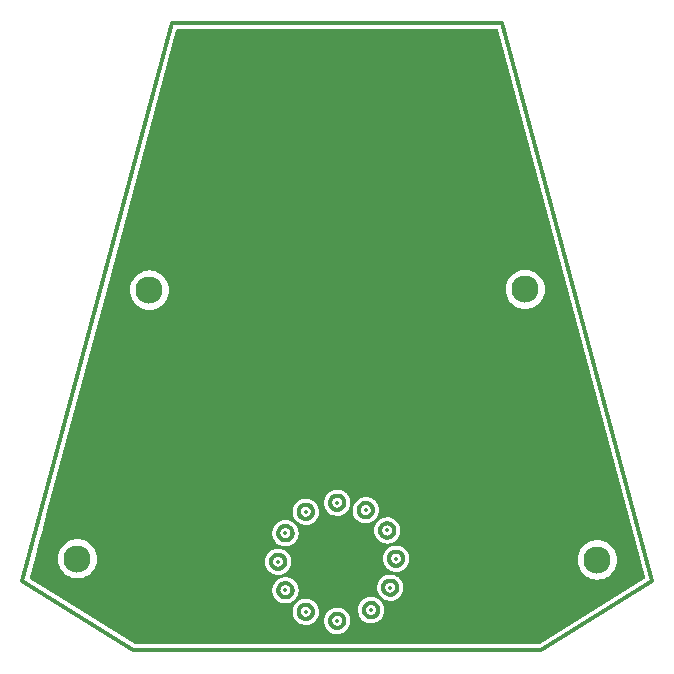
<source format=gtl>
%TF.GenerationSoftware,KiCad,Pcbnew,(6.0.6)*%
%TF.CreationDate,2022-07-10T11:29:43+09:00*%
%TF.ProjectId,nowt_promicro_plate_A,6e6f7774-5f70-4726-9f6d-6963726f5f70,rev?*%
%TF.SameCoordinates,Original*%
%TF.FileFunction,Copper,L1,Top*%
%TF.FilePolarity,Positive*%
%FSLAX46Y46*%
G04 Gerber Fmt 4.6, Leading zero omitted, Abs format (unit mm)*
G04 Created by KiCad (PCBNEW (6.0.6)) date 2022-07-10 11:29:43*
%MOMM*%
%LPD*%
G01*
G04 APERTURE LIST*
%TA.AperFunction,Profile*%
%ADD10C,0.349999*%
%TD*%
%TA.AperFunction,ComponentPad*%
%ADD11C,2.300000*%
%TD*%
%ADD12C,0.350000*%
G04 APERTURE END LIST*
D10*
X47257959Y-61564998D02*
X47255642Y-61534527D01*
X39609456Y-57623652D02*
X39609456Y-57623652D01*
X39597266Y-57502732D02*
X39590566Y-57473704D01*
X39609456Y-57623652D02*
X39608675Y-57592776D01*
X44363373Y-66522748D02*
X44391845Y-66530833D01*
X37178842Y-61548608D02*
X37163235Y-61524265D01*
X46265863Y-59692411D02*
X46288529Y-59674598D01*
X46195750Y-61977527D02*
X46214608Y-61999298D01*
X37714970Y-63856082D02*
X37694132Y-63836216D01*
X38496319Y-65784685D02*
X38481872Y-65809811D01*
X42274525Y-66890596D02*
X42275305Y-66859721D01*
X46255313Y-61151744D02*
X46234475Y-61171611D01*
X37890706Y-59439112D02*
X37889925Y-59408237D01*
X41271878Y-66415592D02*
X41251041Y-66435459D01*
X44658307Y-57695681D02*
X44667739Y-57667802D01*
X37550830Y-64821176D02*
X37576701Y-64807926D01*
X37264925Y-61890604D02*
X37265706Y-61859728D01*
X41554384Y-57447544D02*
X41583931Y-57452821D01*
X43581579Y-57178262D02*
X43567132Y-57203388D01*
X46058739Y-61595873D02*
X46058739Y-61595873D01*
X36844127Y-62432752D02*
X36872006Y-62423319D01*
X45503447Y-58767482D02*
X45482610Y-58787349D01*
X39295451Y-58151233D02*
X39320577Y-58136786D01*
X44877260Y-65452197D02*
X44852916Y-65436591D01*
X46310300Y-58767482D02*
X46288529Y-58748624D01*
X41087494Y-66738801D02*
X41082218Y-66768347D01*
X41194503Y-67218708D02*
X41212315Y-67241374D01*
X46299749Y-62076673D02*
X46323273Y-62093401D01*
X46056822Y-59792720D02*
X46085294Y-59784635D01*
X38627800Y-58086639D02*
X38650466Y-58104451D01*
X43691289Y-57045253D02*
X43670451Y-57065120D01*
X46750155Y-64167019D02*
X46755432Y-64137472D01*
X47121728Y-61214220D02*
X47102870Y-61192449D01*
X46253721Y-64639184D02*
X46283267Y-64633908D01*
X46487985Y-59061663D02*
X46479900Y-59033191D01*
X45785952Y-59799420D02*
X45815499Y-59804696D01*
X44000960Y-65689602D02*
X43988945Y-65716179D01*
X38859506Y-65514696D02*
X38831034Y-65522781D01*
X37626171Y-59936640D02*
X37649695Y-59919911D01*
X41554384Y-66271912D02*
X41525355Y-66278612D01*
X42099569Y-66435459D02*
X42078732Y-66415592D01*
X39344921Y-58121179D02*
X39368445Y-58104451D01*
X39582481Y-66274225D02*
X39590566Y-66245753D01*
X45815499Y-58618526D02*
X45785952Y-58623803D01*
X37084406Y-58875522D02*
X37057159Y-58886265D01*
X37024695Y-61378929D02*
X37001171Y-61362201D01*
X44622298Y-57775376D02*
X44635548Y-57749505D01*
X41162169Y-57170856D02*
X41177775Y-57195200D01*
X41675305Y-56259737D02*
X41644429Y-56260518D01*
X46597391Y-60998973D02*
X46567364Y-61002788D01*
X47156269Y-61260410D02*
X47139541Y-61236886D01*
X43553882Y-57749505D02*
X43567132Y-57775376D01*
X37004710Y-58911531D02*
X36979584Y-58925978D01*
X38831034Y-66668828D02*
X38859506Y-66676913D01*
X41644429Y-66260503D02*
X41613958Y-66262820D01*
X41496883Y-57432759D02*
X41525355Y-57440845D01*
X44603141Y-66546625D02*
X44633169Y-66542810D01*
X43973795Y-56901574D02*
X43944766Y-56908273D01*
X37382079Y-60032197D02*
X37411626Y-60026921D01*
X37246816Y-61709780D02*
X37238731Y-61681308D01*
X41853727Y-67432744D02*
X41881605Y-67423311D01*
X36696581Y-61260511D02*
X36665705Y-61259730D01*
X36717680Y-59260692D02*
X36709595Y-59289164D01*
X44281669Y-66490556D02*
X44308247Y-66502572D01*
X41441758Y-67412568D02*
X41469005Y-67423311D01*
X43670451Y-57065120D02*
X43650584Y-57085958D01*
X44635548Y-57229259D02*
X44622298Y-57203388D01*
X39573048Y-66302103D02*
X39582481Y-66274225D01*
X38803156Y-66659395D02*
X38831034Y-66668828D01*
X38918082Y-58216737D02*
X38948109Y-58220553D01*
X44014211Y-66235718D02*
X44028658Y-66260845D01*
X46434457Y-58925617D02*
X46420010Y-58900491D01*
X39537039Y-65809811D02*
X39522592Y-65784685D01*
X45851225Y-63532965D02*
X45826881Y-63548572D01*
X45780691Y-63583112D02*
X45758920Y-63601970D01*
X39597266Y-65974885D02*
X39590566Y-65945857D01*
X46434457Y-59497605D02*
X46447708Y-59471734D01*
X37831539Y-59699235D02*
X37843555Y-59672658D01*
X37771507Y-64639332D02*
X37788235Y-64615808D01*
X38775909Y-66648652D02*
X38803156Y-66659395D01*
X43916294Y-58062406D02*
X43944766Y-58070491D01*
X44635548Y-57749505D02*
X44647563Y-57722928D01*
X41076085Y-56828860D02*
X41075305Y-56859736D01*
X46606477Y-63642675D02*
X46586610Y-63621837D01*
X41251041Y-67283983D02*
X41271878Y-67303850D01*
X46214608Y-61192449D02*
X46195750Y-61214220D01*
X39582481Y-65917384D02*
X39573048Y-65889506D01*
X37883792Y-59347739D02*
X37878516Y-59318192D01*
X37601827Y-63767210D02*
X37576701Y-63752763D01*
X44215637Y-58077191D02*
X44244665Y-58070491D01*
X41134471Y-67119844D02*
X41147721Y-67145714D01*
X37788235Y-59774576D02*
X37803842Y-59750232D01*
X47040395Y-61132886D02*
X47017728Y-61115074D01*
X44923450Y-66412712D02*
X44945221Y-66393853D01*
X37871816Y-64130396D02*
X37863731Y-64101924D01*
X43888415Y-56925792D02*
X43861168Y-56936535D01*
X42248331Y-66681300D02*
X42238897Y-66653422D01*
X45673326Y-59764458D02*
X45700573Y-59775202D01*
X42216139Y-57119859D02*
X42228154Y-57093281D01*
X46499961Y-59120238D02*
X46494685Y-59090691D01*
X42275305Y-56859736D02*
X42275305Y-56859736D01*
X36709595Y-64430293D02*
X36717680Y-64458765D01*
X41961301Y-57387317D02*
X41986427Y-57372870D01*
X41102279Y-57038156D02*
X41111712Y-57066035D01*
X46162346Y-64646098D02*
X46193222Y-64645317D01*
X36354584Y-62372862D02*
X36379710Y-62387310D01*
X44028658Y-66260845D02*
X44044265Y-66285188D01*
X46242339Y-59709139D02*
X46265863Y-59692411D01*
X39608675Y-57592776D02*
X39606358Y-57562306D01*
X46214608Y-61999298D02*
X46234475Y-62020135D01*
X44592244Y-57153918D02*
X44575516Y-57130395D01*
X44622298Y-57203388D02*
X44607851Y-57178262D01*
X44308247Y-65396877D02*
X44281669Y-65408893D01*
X42202889Y-67145714D02*
X42216139Y-67119844D01*
X36487284Y-61286705D02*
X36459406Y-61296138D01*
X37112284Y-64853368D02*
X37140756Y-64861453D01*
X45598756Y-63839801D02*
X45589323Y-63867679D01*
X39391111Y-58086639D02*
X39412882Y-58067781D01*
X46452438Y-61032283D02*
X46425191Y-61043026D01*
X39159405Y-58204761D02*
X39187877Y-58196675D01*
X45319064Y-59332531D02*
X45325763Y-59361559D01*
X36065705Y-61859728D02*
X36066486Y-61890604D01*
X44662715Y-66537533D02*
X44691744Y-66530833D01*
X44720216Y-66522748D02*
X44748095Y-66513315D01*
X44063840Y-58088600D02*
X44094716Y-58089381D01*
X46743455Y-64196047D02*
X46750155Y-64167019D01*
X41078402Y-66798375D02*
X41076085Y-66828845D01*
X36691486Y-59408237D02*
X36690705Y-59439112D01*
X44354840Y-56948551D02*
X44328263Y-56936535D01*
X37290705Y-58839114D02*
X37259829Y-58839894D01*
X44420873Y-65361916D02*
X44391845Y-65368616D01*
X44647563Y-57722928D02*
X44658307Y-57695681D01*
X41122456Y-56626190D02*
X41111712Y-56653437D01*
X37146507Y-62218716D02*
X37163235Y-62195192D01*
X36124872Y-61599605D02*
X36112856Y-61626183D01*
X43531123Y-57695681D02*
X43541866Y-57722928D01*
X37057159Y-63727497D02*
X37030581Y-63739513D01*
X15024060Y-63496104D02*
X15024060Y-63496104D01*
X36379710Y-62387310D02*
X36405581Y-62400560D01*
X41364183Y-66346587D02*
X41339839Y-66362193D01*
X41082218Y-56951109D02*
X41087494Y-56980656D01*
X36072618Y-61768355D02*
X36068803Y-61798382D01*
X42078732Y-56415607D02*
X42056961Y-56396749D01*
X46145603Y-61906993D02*
X46161210Y-61931337D01*
X44335494Y-65386134D02*
X44308247Y-65396877D01*
X44244665Y-58070491D02*
X44273137Y-58062406D01*
X36702895Y-64401264D02*
X36709595Y-64430293D01*
X42138294Y-67241374D02*
X42156107Y-67218708D01*
X39009455Y-66695803D02*
X39009455Y-66695803D01*
X37890706Y-59439112D02*
X37890706Y-59439112D01*
X37440655Y-63699236D02*
X37411626Y-63692536D01*
X39522592Y-57312532D02*
X39506985Y-57288188D01*
X46743455Y-63896151D02*
X46735370Y-63867679D01*
X42119436Y-57263160D02*
X42138294Y-57241390D01*
X43783594Y-56976248D02*
X43759250Y-56991855D01*
X37004710Y-59966694D02*
X37030581Y-59979944D01*
X45803357Y-63565300D02*
X45780691Y-63583112D01*
X45598756Y-64252398D02*
X45609499Y-64279645D01*
X43953984Y-65828805D02*
X43948707Y-65858351D01*
X45354025Y-58978066D02*
X45343282Y-59005313D01*
X41075305Y-56859736D02*
X41076085Y-56890612D01*
X36727052Y-61262828D02*
X36696581Y-61260511D01*
X44430181Y-57986910D02*
X44453705Y-57970182D01*
X37863731Y-64458765D02*
X37871816Y-64430293D01*
X41853727Y-66286697D02*
X41825254Y-66278612D01*
X46056822Y-58630502D02*
X46027793Y-58623803D01*
X38831034Y-65522781D02*
X38803156Y-65532214D01*
X38445863Y-57417353D02*
X38436430Y-57445232D01*
X46070972Y-63453014D02*
X46041425Y-63458291D01*
X45141014Y-65918849D02*
X45138697Y-65888379D01*
X42228154Y-67093266D02*
X42238897Y-67066019D01*
X37887608Y-59377766D02*
X37883792Y-59347739D01*
X46095147Y-61802172D02*
X46105890Y-61829419D01*
X46944734Y-62123455D02*
X46969860Y-62109007D01*
X45379291Y-59497605D02*
X45393738Y-59522731D01*
X45815499Y-59804696D02*
X45845526Y-59808512D01*
X41389309Y-57387317D02*
X41415180Y-57400568D01*
X44720216Y-65376701D02*
X44691744Y-65368616D01*
X44480448Y-66546625D02*
X44510918Y-66548942D01*
X37112284Y-63707321D02*
X37084406Y-63716754D01*
X42216139Y-67119844D02*
X42228154Y-67093266D01*
X43988945Y-66183270D02*
X44000960Y-66209848D01*
X46331138Y-58787349D02*
X46310300Y-58767482D01*
X39602542Y-57532279D02*
X39597266Y-57502732D01*
X45728451Y-58638588D02*
X45700573Y-58648021D01*
X36221575Y-61456304D02*
X36202716Y-61478075D01*
X46027793Y-59799420D02*
X46056822Y-59792720D01*
X42119436Y-56456311D02*
X42099569Y-56435474D01*
X41583931Y-57452821D02*
X41613958Y-57456637D01*
X44985926Y-66353149D02*
X45004784Y-66331378D01*
X43691289Y-57933511D02*
X43713060Y-57952369D01*
X43495496Y-57458507D02*
X43494715Y-57489382D01*
X45525218Y-58748624D02*
X45503447Y-58767482D01*
X41122456Y-67093266D02*
X41134471Y-67119844D01*
X46750155Y-63925179D02*
X46743455Y-63896151D01*
X41796226Y-56271927D02*
X41766679Y-56266651D01*
X39391111Y-66558792D02*
X39412882Y-66539934D01*
X43494715Y-57489382D02*
X43494715Y-57489382D01*
X45646748Y-59752443D02*
X45673326Y-59764458D01*
X44182804Y-66430524D02*
X44206328Y-66447252D01*
X37112284Y-60012136D02*
X37140756Y-60020221D01*
X45758920Y-63601970D02*
X45738083Y-63621837D01*
X43506905Y-57610302D02*
X43513605Y-57639330D01*
X43650584Y-57085958D02*
X43631726Y-57107729D01*
X37112284Y-58866089D02*
X37084406Y-58875522D01*
X36102113Y-62066027D02*
X36112856Y-62093274D01*
X44510918Y-66548942D02*
X44541794Y-66549723D01*
X38627800Y-66558792D02*
X38650466Y-66576604D01*
X37883792Y-59530485D02*
X37887608Y-59500458D01*
X44633169Y-66542810D02*
X44662715Y-66537533D01*
X44273137Y-56916359D02*
X44244665Y-56908273D01*
X39130376Y-57035843D02*
X39100829Y-57030567D01*
X36931716Y-63799545D02*
X36909050Y-63817357D01*
X45393738Y-58900491D02*
X45379291Y-58925617D01*
X41706181Y-66260503D02*
X41675305Y-66259722D01*
X36072618Y-61951102D02*
X36077895Y-61980648D01*
X38481872Y-66381798D02*
X38496319Y-66406925D01*
X46288529Y-58748624D02*
X46265863Y-58730812D01*
X38888535Y-58211460D02*
X38918082Y-58216737D01*
X42172835Y-57195200D02*
X42188441Y-57170856D01*
X45129605Y-65828805D02*
X45122905Y-65799776D01*
X41075305Y-66859721D02*
X41075305Y-66859721D01*
X37694132Y-58994983D02*
X37672361Y-58976125D01*
X45443885Y-59593265D02*
X45462743Y-59615036D01*
X44156062Y-56892481D02*
X44125592Y-56890164D01*
X37259829Y-63681127D02*
X37229359Y-63683444D01*
X42275305Y-56859736D02*
X42274525Y-56828860D01*
X46506875Y-59211611D02*
X46506875Y-59211611D01*
X42010771Y-67357248D02*
X42034295Y-67340520D01*
X39070802Y-66692705D02*
X39100829Y-66688890D01*
X46918863Y-61055042D02*
X46892285Y-61043026D01*
X43973795Y-58077191D02*
X44003341Y-58082467D01*
X46077629Y-61445925D02*
X46070929Y-61474953D01*
X41293649Y-67322708D02*
X41316315Y-67340520D01*
X46470467Y-59417910D02*
X46479900Y-59390031D01*
X39573048Y-57829951D02*
X39582481Y-57802072D01*
X42138294Y-56478082D02*
X42119436Y-56456311D01*
X45069378Y-66235718D02*
X45082628Y-66209848D01*
X37265706Y-61859728D02*
X37264925Y-61828853D01*
X41613958Y-57456637D02*
X41644429Y-57458954D01*
X45756924Y-58630502D02*
X45728451Y-58638588D01*
X37382079Y-63687259D02*
X37352052Y-63683444D01*
X46117906Y-61855996D02*
X46131156Y-61881867D01*
X45482610Y-58787349D02*
X45462743Y-58808187D01*
X45039324Y-66285188D02*
X45054931Y-66260845D01*
X42172835Y-56524272D02*
X42156107Y-56500748D01*
X42248331Y-57038156D02*
X42256416Y-57009684D01*
X45325763Y-59361559D02*
X45333849Y-59390031D01*
X43501629Y-57580755D02*
X43506905Y-57610302D01*
X46061837Y-61657219D02*
X46065653Y-61687247D01*
X37163235Y-62195192D02*
X37178842Y-62170848D01*
X36749872Y-64540467D02*
X36763122Y-64566338D01*
X36330240Y-61362201D02*
X36306716Y-61378929D01*
X42275305Y-66859721D02*
X42275305Y-66859721D01*
X46537817Y-61008065D02*
X46508789Y-61014765D01*
X36827716Y-59057458D02*
X36809904Y-59080125D01*
X44476371Y-57026395D02*
X44453705Y-57008583D01*
X46544002Y-63583112D02*
X46521336Y-63565300D01*
X45700573Y-59775202D02*
X45728451Y-59784635D01*
X41766679Y-57452821D02*
X41796226Y-57447544D01*
X38627800Y-65632817D02*
X38606029Y-65651676D01*
X37878516Y-59318192D02*
X37871816Y-59289164D01*
X37001171Y-62357256D02*
X37024695Y-62340528D01*
X36702895Y-59560032D02*
X36709595Y-59589060D01*
X44186090Y-56896297D02*
X44156062Y-56892481D01*
X37218555Y-61626183D02*
X37206539Y-61599605D01*
X46368647Y-64609690D02*
X46395893Y-64598946D01*
X36068803Y-61798382D02*
X36066486Y-61828853D01*
X46283267Y-64633908D02*
X46312296Y-64627208D01*
X41177775Y-57195200D02*
X41194503Y-57218723D01*
X46521336Y-64526898D02*
X46544002Y-64509086D01*
X39472445Y-57241998D02*
X39453587Y-57220228D01*
X43735726Y-57970182D02*
X43759250Y-57986910D01*
X46473468Y-63532965D02*
X46448342Y-63518518D01*
X45681546Y-64405087D02*
X45699358Y-64427753D01*
X38565325Y-58027076D02*
X38585192Y-58047914D01*
X38546466Y-65714151D02*
X38528654Y-65736817D01*
X37889925Y-59408237D02*
X37887608Y-59377766D01*
X39269580Y-66636636D02*
X39295451Y-66623386D01*
X44186090Y-58082467D02*
X44215637Y-58077191D01*
X38456606Y-57857197D02*
X38468622Y-57883775D01*
X43861168Y-58042229D02*
X43888415Y-58052973D01*
X46061837Y-61534527D02*
X46059520Y-61564998D01*
X39130376Y-66683613D02*
X39159405Y-66676913D01*
X45673326Y-58658764D02*
X45646748Y-58670780D01*
X42078732Y-67303850D02*
X42099569Y-67283983D01*
X45649211Y-63734979D02*
X45634764Y-63760105D01*
X37024695Y-62340528D02*
X37047361Y-62322715D01*
X46567364Y-61002788D02*
X46537817Y-61008065D01*
X41134471Y-57119859D02*
X41147721Y-57145730D01*
X39550289Y-65835682D02*
X39537039Y-65809811D01*
X42268392Y-56768363D02*
X42263115Y-56738816D01*
X44215637Y-56901574D02*
X44186090Y-56896297D01*
X46508789Y-62176982D02*
X46537817Y-62183682D01*
X37089970Y-62283990D02*
X37109837Y-62263153D01*
X46759247Y-63984753D02*
X46755432Y-63954726D01*
X44538846Y-57892807D02*
X44557704Y-57871036D01*
X46892285Y-61043026D02*
X46865038Y-61032283D01*
X44575516Y-57130395D02*
X44557704Y-57107729D01*
X43531123Y-57283084D02*
X43521690Y-57310962D01*
X37576701Y-63752763D02*
X37550830Y-63739513D01*
X37878516Y-64401264D02*
X37883792Y-64371718D01*
X43944766Y-58070491D02*
X43973795Y-58077191D01*
X39320577Y-58136786D02*
X39344921Y-58121179D01*
X45122905Y-65799776D02*
X45114820Y-65771304D01*
X43513605Y-57339434D02*
X43506905Y-57368462D01*
X46643147Y-63687112D02*
X46625335Y-63664445D01*
X37863731Y-59617532D02*
X37871816Y-59589060D01*
X45409344Y-58876147D02*
X45393738Y-58900491D01*
X45462743Y-58808187D02*
X45443885Y-58829958D01*
X39453587Y-66499229D02*
X39472445Y-66477458D01*
X37440655Y-60020221D02*
X37469127Y-60012136D01*
X39100829Y-58216737D02*
X39130376Y-58211460D01*
X45307655Y-59180736D02*
X45306874Y-59211611D01*
X41961301Y-66332139D02*
X41935430Y-66318889D01*
X47083003Y-61171611D02*
X47062165Y-61151744D01*
X38412553Y-57684998D02*
X38416368Y-57715025D01*
X45937748Y-59810829D02*
X45968219Y-59808512D01*
X44687801Y-57580755D02*
X44691616Y-57550728D01*
X39522592Y-57934772D02*
X39537039Y-57909646D01*
X41675305Y-69359728D02*
X41675305Y-69359728D01*
X38650466Y-65615005D02*
X38627800Y-65632817D01*
X46506875Y-59211611D02*
X46506094Y-59180736D01*
X39215756Y-66659395D02*
X39243003Y-66648652D01*
X38546466Y-57241998D02*
X38528654Y-57264664D01*
X46779659Y-61008065D02*
X46750112Y-61002788D01*
X36487284Y-62432752D02*
X36515756Y-62440837D01*
X38749331Y-57082820D02*
X38723460Y-57096071D01*
X44405837Y-56976248D02*
X44380711Y-56961801D01*
X46565772Y-63601970D02*
X46544002Y-63583112D01*
X46195750Y-61214220D02*
X46177938Y-61236886D01*
X46145603Y-61284753D02*
X46131156Y-61309880D01*
X37128695Y-61478075D02*
X37109837Y-61456304D01*
X37878516Y-64159425D02*
X37871816Y-64130396D01*
X39597266Y-57744572D02*
X39602542Y-57715025D01*
X41231174Y-57263160D02*
X41251041Y-57283998D01*
X45906872Y-58611613D02*
X45906872Y-58611613D01*
X39602542Y-66004431D02*
X39597266Y-65974885D01*
X46658738Y-62195872D02*
X46689614Y-62195091D01*
X36887279Y-63836216D02*
X36866442Y-63856082D01*
X46761564Y-64015224D02*
X46759247Y-63984753D01*
X37497006Y-58875522D02*
X37469127Y-58866089D01*
X44541794Y-66549723D02*
X44541794Y-66549723D01*
X38650466Y-66576604D02*
X38673990Y-66593332D01*
X36690705Y-64280344D02*
X36691486Y-64311220D01*
X41231174Y-66456296D02*
X41212315Y-66478067D01*
X44694714Y-57489382D02*
X44694714Y-57489382D01*
X45366040Y-58951488D02*
X45354025Y-58978066D01*
X41075305Y-56859736D02*
X41075305Y-56859736D01*
X36693803Y-64218998D02*
X36691486Y-64249469D01*
X42034295Y-66378921D02*
X42010771Y-66362193D01*
X36066486Y-61890604D02*
X36068803Y-61921074D01*
X38723460Y-65568223D02*
X38698334Y-65582671D01*
X36112856Y-62093274D02*
X36124872Y-62119851D01*
X39590566Y-65945857D02*
X39582481Y-65917384D01*
X41076085Y-56890612D02*
X41078402Y-56921082D01*
X46217995Y-59724745D02*
X46242339Y-59709139D01*
X46242339Y-58714084D02*
X46217995Y-58698477D01*
X37524253Y-64833192D02*
X37550830Y-64821176D01*
X46310300Y-59655740D02*
X46331138Y-59635873D01*
X41736652Y-66262820D02*
X41706181Y-66260503D01*
X41316315Y-56378937D02*
X41293649Y-56396749D01*
X45595752Y-58698477D02*
X45571408Y-58714084D01*
X36737856Y-59205567D02*
X36727113Y-59232814D01*
X45983925Y-64619123D02*
X46012397Y-64627208D01*
X38410236Y-66126680D02*
X38412553Y-66157151D01*
X37649695Y-63799545D02*
X37626171Y-63782817D01*
X44966059Y-65525463D02*
X44945221Y-65505596D01*
X37128695Y-62241382D02*
X37146507Y-62218716D01*
X45354025Y-59445157D02*
X45366040Y-59471734D01*
X46506094Y-59242487D02*
X46506875Y-59211611D01*
X38409455Y-57623652D02*
X38410236Y-57654528D01*
X36872006Y-62423319D02*
X36899253Y-62412576D01*
X37262608Y-61798382D02*
X37258792Y-61768355D01*
X43521690Y-57667802D02*
X43531123Y-57695681D01*
X36066486Y-61828853D02*
X36065705Y-61859728D01*
X38565325Y-57220228D02*
X38546466Y-57241998D01*
X36763122Y-64566338D02*
X36777569Y-64591464D01*
X43506905Y-57368462D02*
X43501629Y-57398009D01*
X45906872Y-59811610D02*
X45906872Y-59811610D01*
X45983925Y-63473076D02*
X45956046Y-63482509D01*
X45105387Y-66156023D02*
X45114820Y-66128145D01*
X39609456Y-66095805D02*
X39609456Y-66095805D01*
X44557704Y-57107729D02*
X44538846Y-57085958D01*
X36168176Y-62195192D02*
X36184904Y-62218716D01*
X44044265Y-66285188D02*
X44060993Y-66308712D01*
X44852916Y-66462859D02*
X44877260Y-66447252D01*
X38416368Y-57715025D02*
X38421645Y-57744572D01*
X39187877Y-66668828D02*
X39215756Y-66659395D01*
X38528654Y-65736817D02*
X38511926Y-65760341D01*
X36574332Y-62452813D02*
X36604359Y-62456629D01*
X37788235Y-59103648D02*
X37771507Y-59080125D01*
X41389309Y-67387302D02*
X41415180Y-67400552D01*
X36138122Y-62145722D02*
X36152569Y-62170848D01*
X45589323Y-63867679D02*
X45581237Y-63896151D01*
X39009455Y-66695803D02*
X39040331Y-66695022D01*
X45343282Y-59005313D02*
X45333849Y-59033191D01*
X37140756Y-64861453D02*
X37169785Y-64868153D01*
X46761564Y-64076975D02*
X46762345Y-64046099D01*
X37084406Y-60002703D02*
X37112284Y-60012136D01*
X37734837Y-63876920D02*
X37714970Y-63856082D01*
X39368445Y-66576604D02*
X39391111Y-66558792D01*
X46420010Y-58900491D02*
X46404403Y-58876147D01*
X41147721Y-66573727D02*
X41134471Y-66599598D01*
X38749331Y-58164484D02*
X38775909Y-58176499D01*
X37290705Y-64880343D02*
X37321581Y-64879562D01*
X36931716Y-64761144D02*
X36955240Y-64777872D01*
X37146507Y-61500741D02*
X37128695Y-61478075D01*
X46448342Y-64573681D02*
X46473468Y-64559233D01*
X41364183Y-56346602D02*
X41339839Y-56362208D01*
X39453587Y-58027076D02*
X39472445Y-58005306D01*
X38775909Y-57070805D02*
X38749331Y-57082820D01*
X38546466Y-58005306D02*
X38565325Y-58027076D01*
X43713060Y-57952369D02*
X43735726Y-57970182D01*
X44827790Y-65422143D02*
X44801919Y-65408893D01*
X37550830Y-59979944D02*
X37576701Y-59966694D01*
X39590566Y-66245753D02*
X39597266Y-66216725D01*
X43553882Y-57229259D02*
X43541866Y-57255837D01*
X38445863Y-66302103D02*
X38456606Y-66329350D01*
X38416368Y-66187178D02*
X38421645Y-66216725D01*
X46808687Y-61014765D02*
X46779659Y-61008065D01*
X46479900Y-59033191D02*
X46470467Y-59005313D01*
X43953984Y-66070645D02*
X43960684Y-66099673D01*
X45134881Y-65858351D02*
X45129605Y-65828805D01*
X36909050Y-58976125D02*
X36887279Y-58994983D01*
X39009455Y-65495806D02*
X38978579Y-65496587D01*
X46689614Y-60996656D02*
X46658738Y-60995875D01*
X45569261Y-64137472D02*
X45574538Y-64167019D01*
X38673990Y-65598277D02*
X38650466Y-65615005D01*
X36737856Y-64046799D02*
X36727113Y-64074046D01*
X37626171Y-58941585D02*
X37601827Y-58925978D01*
X24407822Y-69359728D02*
X41675305Y-69359728D01*
X36793176Y-64615808D02*
X36809904Y-64639332D01*
X44301016Y-56925792D02*
X44273137Y-56916359D01*
X44014211Y-65663731D02*
X44000960Y-65689602D01*
X38606029Y-66539934D02*
X38627800Y-66558792D01*
X45563129Y-64076975D02*
X45565446Y-64107445D01*
X46012397Y-63464990D02*
X45983925Y-63473076D01*
X43650584Y-57892807D02*
X43670451Y-57913644D01*
X39490257Y-57264664D02*
X39472445Y-57241998D01*
X43968769Y-66128145D02*
X43978202Y-66156023D01*
X46508789Y-61014765D02*
X46480317Y-61022850D01*
X44827790Y-66477306D02*
X44852916Y-66462859D01*
X47222332Y-61389575D02*
X47211589Y-61362328D01*
X46422471Y-63505267D02*
X46395893Y-63493252D01*
X44923450Y-65486737D02*
X44900784Y-65468925D01*
X37601827Y-58925978D02*
X37576701Y-58911531D01*
X41339839Y-56362208D02*
X41316315Y-56378937D01*
X39590566Y-57773600D02*
X39597266Y-57744572D01*
X36976827Y-62372862D02*
X37001171Y-62357256D01*
X41675305Y-56259737D02*
X41675305Y-56259737D01*
X37694132Y-63836216D02*
X37672361Y-63817357D01*
X47139541Y-61236886D02*
X47121728Y-61214220D01*
X44694714Y-57489382D02*
X44694714Y-57489382D01*
X43631726Y-57107729D02*
X43613914Y-57130395D01*
X37672361Y-59902099D02*
X37694132Y-59883241D01*
X36777569Y-64591464D02*
X36793176Y-64615808D01*
X37259829Y-58839894D02*
X37229359Y-58842211D01*
X46762345Y-64046099D02*
X46762345Y-64046099D01*
X38859506Y-66676913D02*
X38888535Y-66683613D01*
X38421645Y-57502732D02*
X38416368Y-57532279D01*
X37258792Y-61951102D02*
X37262608Y-61921074D01*
X39243003Y-65542957D02*
X39215756Y-65532214D01*
X37352052Y-60036013D02*
X37382079Y-60032197D01*
X45928799Y-63493252D02*
X45902222Y-63505267D01*
X37199332Y-58846027D02*
X37169785Y-58851304D01*
X45738083Y-63621837D02*
X45718216Y-63642675D01*
X42238897Y-56653437D02*
X42228154Y-56626190D01*
X36693803Y-59500458D02*
X36697618Y-59530485D01*
X39344921Y-65598277D02*
X39320577Y-65582671D01*
X37469127Y-63707321D02*
X37440655Y-63699236D01*
X41469005Y-57423326D02*
X41496883Y-57432759D01*
X43713060Y-57026395D02*
X43691289Y-57045253D01*
X46234475Y-61171611D02*
X46214608Y-61192449D01*
X38585192Y-66520067D02*
X38606029Y-66539934D01*
X46658738Y-62195872D02*
X46658738Y-62195872D01*
X41908852Y-57412583D02*
X41935430Y-57400568D01*
X37771507Y-63921357D02*
X37753695Y-63898691D01*
X37262608Y-61921074D02*
X37264925Y-61890604D01*
X38749331Y-66636636D02*
X38775909Y-66648652D01*
X45141795Y-65949725D02*
X45141795Y-65949725D01*
X43861168Y-56936535D02*
X43834591Y-56948551D01*
X36284050Y-61396741D02*
X36262279Y-61415599D01*
X47017728Y-62076673D02*
X47040395Y-62058860D01*
X46234475Y-62020135D02*
X46255313Y-62040002D01*
X45906872Y-58611613D02*
X45875997Y-58612393D01*
X44572670Y-66548942D02*
X44603141Y-66546625D01*
X45574538Y-63925179D02*
X45569261Y-63954726D01*
X41525355Y-57440845D02*
X41554384Y-57447544D01*
X46703179Y-64306222D02*
X46715194Y-64279645D01*
X39602542Y-57715025D02*
X39606358Y-57684998D01*
X36241442Y-62283990D02*
X36262279Y-62303857D01*
X38511926Y-57288188D02*
X38496319Y-57312532D01*
X44328263Y-56936535D02*
X44301016Y-56925792D01*
X44097663Y-66353149D02*
X44117530Y-66373987D01*
X37321581Y-64879562D02*
X37352052Y-64877245D01*
X46452438Y-62159464D02*
X46480317Y-62168897D01*
X37004710Y-63752763D02*
X36979584Y-63767210D01*
X39009455Y-57023653D02*
X39009455Y-57023653D01*
X41147721Y-67145714D02*
X41162169Y-67170841D01*
X36693803Y-64341690D02*
X36697618Y-64371718D01*
X46288529Y-59674598D02*
X46310300Y-59655740D01*
X37178842Y-62170848D02*
X37193289Y-62145722D01*
X44380711Y-58016964D02*
X44405837Y-58002516D01*
X36102113Y-61653430D02*
X36092680Y-61681308D01*
X39368445Y-57142853D02*
X39344921Y-57126124D01*
X47083003Y-62020135D02*
X47102870Y-61999298D01*
X45998247Y-59804696D02*
X46027793Y-59799420D01*
X41339839Y-57357263D02*
X41364183Y-57372870D01*
X44541794Y-65349726D02*
X44510918Y-65350507D01*
X37878516Y-59560032D02*
X37883792Y-59530485D01*
X36827716Y-59820766D02*
X36846575Y-59842537D01*
X44647563Y-57255837D02*
X44635548Y-57229259D01*
X44748095Y-65386134D02*
X44720216Y-65376701D01*
X46994204Y-61098346D02*
X46969860Y-61082739D01*
X46597391Y-62192774D02*
X46627862Y-62195091D01*
X38723460Y-57096071D02*
X38698334Y-57110518D01*
X37411626Y-64868153D02*
X37440655Y-64861453D01*
X44335494Y-66513315D02*
X44363373Y-66522748D01*
X41102279Y-56681316D02*
X41094194Y-56709788D01*
X36955240Y-58941585D02*
X36931716Y-58958313D01*
X44206328Y-65452197D02*
X44182804Y-65468925D01*
X36691486Y-59469988D02*
X36693803Y-59500458D01*
X46779659Y-62183682D02*
X46808687Y-62176982D01*
X38606029Y-57179523D02*
X38585192Y-57199390D01*
X41162169Y-66548601D02*
X41147721Y-66573727D01*
X39159405Y-66676913D02*
X39187877Y-66668828D01*
X46162346Y-63446101D02*
X46162346Y-63446101D01*
X46105890Y-61829419D02*
X46117906Y-61855996D01*
X37440655Y-64861453D02*
X37469127Y-64853368D01*
X41825254Y-57440845D02*
X41853727Y-57432759D01*
X37854298Y-64074046D02*
X37843555Y-64046799D01*
X36077895Y-61738808D02*
X36072618Y-61768355D01*
X36459406Y-61296138D02*
X36432159Y-61306881D01*
X37382079Y-64873430D02*
X37411626Y-64868153D01*
X45313787Y-59120238D02*
X45309972Y-59150265D01*
X38416368Y-57532279D02*
X38412553Y-57562306D01*
X42248331Y-56681316D02*
X42238897Y-56653437D01*
X46340768Y-63473076D02*
X46312296Y-63464990D01*
X36152569Y-61548608D02*
X36138122Y-61573735D01*
X39472445Y-58005306D02*
X39490257Y-57982640D01*
X44000960Y-66209848D02*
X44014211Y-66235718D01*
X44060993Y-65590737D02*
X44044265Y-65614261D01*
X38528654Y-66454792D02*
X38546466Y-66477458D01*
X36786626Y-61271920D02*
X36757079Y-61266643D01*
X43521690Y-57310962D02*
X43513605Y-57339434D01*
X44682524Y-57610302D02*
X44687801Y-57580755D01*
X37109837Y-61456304D02*
X37089970Y-61435466D01*
X44687801Y-57398009D02*
X44682524Y-57368462D01*
X46192869Y-59739193D02*
X46217995Y-59724745D01*
X41094194Y-67009669D02*
X41102279Y-67038141D01*
X39100829Y-65502720D02*
X39070802Y-65498904D01*
X45681546Y-63687112D02*
X45664818Y-63710635D01*
X37057159Y-58886265D02*
X37030581Y-58898280D01*
X41087494Y-66980641D02*
X41094194Y-67009669D01*
X39100829Y-66688890D02*
X39130376Y-66683613D01*
X36815655Y-61278620D02*
X36786626Y-61271920D01*
X37672361Y-64743332D02*
X37694132Y-64724473D01*
X46725937Y-63839801D02*
X46715194Y-63812554D01*
X45826881Y-63548572D02*
X45803357Y-63565300D01*
X45595752Y-59724745D02*
X45620878Y-59739193D01*
X45718216Y-64449524D02*
X45738083Y-64470361D01*
X46586610Y-64470361D02*
X46606477Y-64449524D01*
X41194503Y-57218723D02*
X41212315Y-57241390D01*
X39412882Y-57179523D02*
X39391111Y-57160665D01*
X42202889Y-66573727D02*
X42188441Y-66548601D01*
X42156107Y-56500748D02*
X42138294Y-56478082D01*
X44572670Y-65350507D02*
X44541794Y-65349726D01*
X45758920Y-64490228D02*
X45780691Y-64509086D01*
X39453587Y-65692380D02*
X39433720Y-65671543D01*
X39040331Y-57024434D02*
X39009455Y-57023653D01*
X43834591Y-58030214D02*
X43861168Y-58042229D01*
X46395893Y-64598946D02*
X46422471Y-64586931D01*
X47102870Y-61192449D02*
X47083003Y-61171611D01*
X38585192Y-65671543D02*
X38565325Y-65692380D01*
X38481872Y-65809811D02*
X38468622Y-65835682D01*
X46659875Y-64381563D02*
X46675481Y-64357219D01*
X36727052Y-62456629D02*
X36757079Y-62452813D01*
X39506985Y-57288188D02*
X39490257Y-57264664D01*
X43916294Y-56916359D02*
X43888415Y-56925792D01*
X37258792Y-61768355D02*
X37253516Y-61738808D01*
X43944892Y-66011071D02*
X43948707Y-66041098D01*
X42263115Y-56980656D02*
X42268392Y-56951109D01*
X37803842Y-59127992D02*
X37788235Y-59103648D01*
X43497813Y-57550728D02*
X43501629Y-57580755D01*
X37229298Y-62066027D02*
X37238731Y-62038149D01*
X36306716Y-61378929D02*
X36284050Y-61396741D01*
X39130376Y-58211460D02*
X39159405Y-58204761D01*
X39412882Y-58067781D02*
X39433720Y-58047914D01*
X45426072Y-58852624D02*
X45409344Y-58876147D01*
X43942575Y-65918849D02*
X43941794Y-65949725D01*
X43948707Y-65858351D02*
X43944892Y-65888379D01*
X37672361Y-58976125D02*
X37649695Y-58958313D01*
X44592244Y-57824846D02*
X44607851Y-57800502D01*
X36544785Y-62447537D02*
X36574332Y-62452813D01*
X39187877Y-65522781D02*
X39159405Y-65514696D01*
X45004784Y-65568071D02*
X44985926Y-65546300D01*
X45569261Y-63954726D02*
X45565446Y-63984753D01*
X46340768Y-64619123D02*
X46368647Y-64609690D01*
X41415180Y-67400552D02*
X41441758Y-67412568D01*
X41078402Y-56921082D02*
X41082218Y-56951109D01*
X44033369Y-58086283D02*
X44063840Y-58088600D01*
X36065705Y-61859728D02*
X36065705Y-61859728D01*
X37649695Y-64761144D02*
X37672361Y-64743332D01*
X41986427Y-57372870D02*
X42010771Y-57357263D01*
X46398614Y-62136705D02*
X46425191Y-62148721D01*
X39608675Y-66064929D02*
X39606358Y-66034459D01*
X37803842Y-63969225D02*
X37788235Y-63944881D01*
X42188441Y-67170841D02*
X42202889Y-67145714D01*
X37265706Y-61859728D02*
X37265706Y-61859728D01*
X44498142Y-57045253D02*
X44476371Y-57026395D01*
X44662715Y-65361916D02*
X44633169Y-65356640D01*
X37863731Y-64101924D02*
X37854298Y-64074046D01*
X45581237Y-64196047D02*
X45589323Y-64224519D01*
X46969860Y-62109007D02*
X46994204Y-62093401D01*
X46070929Y-61716793D02*
X46077629Y-61745821D01*
X41736652Y-57456637D02*
X41766679Y-57452821D01*
X44518979Y-57065120D02*
X44498142Y-57045253D01*
X45851225Y-64559233D02*
X45876351Y-64573681D01*
X41825254Y-67440829D02*
X41853727Y-67432744D01*
X45621514Y-64306222D02*
X45634764Y-64332093D01*
X45307655Y-59242487D02*
X45309972Y-59272957D01*
X47258740Y-61595873D02*
X47257959Y-61564998D01*
X41496883Y-66286697D02*
X41469005Y-66296130D01*
X42268392Y-66951094D02*
X42272208Y-66921067D01*
X38409455Y-57623652D02*
X38409455Y-57623652D01*
X43613914Y-57848370D02*
X43631726Y-57871036D01*
X45094644Y-66183270D02*
X45105387Y-66156023D01*
X39433720Y-58047914D02*
X39453587Y-58027076D01*
X41094194Y-56709788D02*
X41087494Y-56738816D01*
X37259829Y-60038330D02*
X37290705Y-60039111D01*
X36379710Y-61332147D02*
X36354584Y-61346594D01*
X46113173Y-58648021D02*
X46085294Y-58638588D01*
X46177938Y-61236886D02*
X46161210Y-61260410D01*
X46177938Y-61954861D02*
X46195750Y-61977527D01*
X41675305Y-57459734D02*
X41675305Y-57459734D01*
X37734837Y-59035688D02*
X37714970Y-59014850D01*
X45845526Y-58614711D02*
X45815499Y-58618526D01*
X41961301Y-56332155D02*
X41935430Y-56318904D01*
X39368445Y-58104451D02*
X39391111Y-58086639D01*
X37253516Y-61738808D02*
X37246816Y-61709780D01*
X37871816Y-59289164D02*
X37863731Y-59260692D01*
X37887608Y-64218998D02*
X37883792Y-64188971D01*
X41076085Y-66890596D02*
X41078402Y-66921067D01*
X44138368Y-66393853D02*
X44160138Y-66412712D01*
X38428345Y-66245753D02*
X38436430Y-66274225D01*
X39562305Y-65862259D02*
X39550289Y-65835682D01*
X47222332Y-61802172D02*
X47231765Y-61774294D01*
X36459406Y-62423319D02*
X36487284Y-62432752D01*
X44658307Y-57283084D02*
X44647563Y-57255837D01*
X39562305Y-66329350D02*
X39573048Y-66302103D01*
X41736652Y-56262835D02*
X41706181Y-56260518D01*
X37524253Y-59991959D02*
X37550830Y-59979944D01*
X38918082Y-65502720D02*
X38888535Y-65507996D01*
X39606358Y-66034459D02*
X39602542Y-66004431D01*
X39506985Y-57959116D02*
X39522592Y-57934772D01*
X38412553Y-66157151D02*
X38416368Y-66187178D01*
X44391845Y-66530833D02*
X44420873Y-66537533D01*
X41293649Y-57322723D02*
X41316315Y-57340535D01*
X41122456Y-57093281D02*
X41134471Y-57119859D01*
X37440655Y-58858003D02*
X37411626Y-58851304D01*
X39070802Y-57026751D02*
X39040331Y-57024434D01*
X41675305Y-16250651D02*
X41675305Y-16250651D01*
X41162169Y-67170841D02*
X41177775Y-67195184D01*
X41212315Y-66478067D02*
X41194503Y-66500733D01*
X46750112Y-61002788D02*
X46720084Y-60998973D01*
X41082218Y-56768363D02*
X41078402Y-56798390D01*
X42238897Y-67066019D02*
X42248331Y-67038141D01*
X41293649Y-66396733D02*
X41271878Y-66415592D01*
X45022596Y-66308712D02*
X45039324Y-66285188D01*
X38410236Y-57654528D02*
X38412553Y-57684998D01*
X45562348Y-64046099D02*
X45562348Y-64046099D01*
X47251827Y-61504500D02*
X47246550Y-61474953D01*
X36168176Y-61524265D02*
X36152569Y-61548608D01*
X41796226Y-67447529D02*
X41825254Y-67440829D01*
X43888415Y-58052973D02*
X43916294Y-58062406D01*
X45409344Y-59547075D02*
X45426072Y-59570599D01*
X41675305Y-66259722D02*
X41675305Y-66259722D01*
X38978579Y-65496587D02*
X38948109Y-65498904D01*
X44160138Y-66412712D02*
X44182804Y-66430524D01*
X36124872Y-62119851D02*
X36138122Y-62145722D01*
X46422471Y-64586931D02*
X46448342Y-64573681D01*
X36846575Y-59842537D02*
X36866442Y-59863374D01*
X44363373Y-65376701D02*
X44335494Y-65386134D01*
X36786626Y-62447537D02*
X36815655Y-62440837D01*
X47257959Y-61626749D02*
X47258740Y-61595873D01*
X38775909Y-65542957D02*
X38749331Y-65554973D01*
X46312296Y-64627208D02*
X46340768Y-64619123D01*
X37030581Y-64821176D02*
X37057159Y-64833192D01*
X44541794Y-66549723D02*
X44572670Y-66548942D01*
X41231174Y-67263145D02*
X41251041Y-67283983D01*
X46537817Y-62183682D02*
X46567364Y-62188958D01*
X41389309Y-56332155D02*
X41364183Y-56346602D01*
X38412553Y-57562306D02*
X38410236Y-57592776D01*
X36749872Y-59178989D02*
X36737856Y-59205567D01*
X38803156Y-57060061D02*
X38775909Y-57070805D01*
X36866442Y-59014850D02*
X36846575Y-59035688D01*
X44675825Y-57639330D02*
X44682524Y-57610302D01*
X46658738Y-60995875D02*
X46658738Y-60995875D01*
X36544785Y-61271920D02*
X36515756Y-61278620D01*
X44078805Y-65568071D02*
X44060993Y-65590737D01*
X36951701Y-62387310D02*
X36976827Y-62372862D01*
X37047361Y-62322715D02*
X37069132Y-62303857D01*
X46918863Y-62136705D02*
X46944734Y-62123455D01*
X46369863Y-59593265D02*
X46387675Y-59570599D01*
X42099569Y-67283983D02*
X42119436Y-67263145D01*
X41986427Y-67372855D02*
X42010771Y-67357248D01*
X41212315Y-56478082D02*
X41194503Y-56500748D01*
X38468622Y-57363529D02*
X38456606Y-57390107D01*
X46503777Y-59272957D02*
X46506094Y-59242487D01*
X46892285Y-62148721D02*
X46918863Y-62136705D01*
X45393738Y-59522731D02*
X45409344Y-59547075D01*
X45141014Y-65980600D02*
X45141795Y-65949725D01*
X38410236Y-66064929D02*
X38409455Y-66095805D01*
X45022596Y-65590737D02*
X45004784Y-65568071D01*
X46944734Y-61068292D02*
X46918863Y-61055042D01*
X47258740Y-61595873D02*
X47258740Y-61595873D01*
X45956046Y-64609690D02*
X45983925Y-64619123D01*
X46459723Y-58978066D02*
X46447708Y-58951488D01*
X37854298Y-59232814D02*
X37843555Y-59205567D01*
X47211589Y-61829419D02*
X47222332Y-61802172D01*
X37229359Y-64877245D02*
X37259829Y-64879562D01*
X47246550Y-61716793D02*
X47251827Y-61687247D01*
X42256416Y-57009684D02*
X42263115Y-56980656D01*
X47255642Y-61657219D02*
X47257959Y-61626749D01*
X44453705Y-57008583D02*
X44430181Y-56991855D01*
X41177775Y-56524272D02*
X41162169Y-56548616D01*
X36092680Y-61681308D02*
X36084595Y-61709780D01*
X45094644Y-65716179D02*
X45082628Y-65689602D01*
X46253721Y-63453014D02*
X46223693Y-63449198D01*
X46494685Y-59332531D02*
X46499961Y-59302984D01*
X44691616Y-57428036D02*
X44687801Y-57398009D01*
X39433720Y-57199390D02*
X39412882Y-57179523D01*
X39215756Y-65532214D02*
X39187877Y-65522781D01*
X37057159Y-64833192D02*
X37084406Y-64843935D01*
X37753695Y-59057458D02*
X37734837Y-59035688D01*
X39391111Y-57160665D02*
X39368445Y-57142853D01*
X45309972Y-59150265D02*
X45307655Y-59180736D01*
X37788235Y-64615808D02*
X37803842Y-64591464D01*
X45571408Y-58714084D02*
X45547884Y-58730812D01*
X45571408Y-59709139D02*
X45595752Y-59724745D01*
X44003341Y-58082467D02*
X44033369Y-58086283D01*
X41986427Y-66346587D02*
X41961301Y-66332139D01*
X36690705Y-59439112D02*
X36690705Y-59439112D01*
X36717680Y-59617532D02*
X36727113Y-59645411D01*
X47139541Y-61954861D02*
X47156269Y-61931337D01*
X39040331Y-65496587D02*
X39009455Y-65495806D01*
X44003341Y-56896297D02*
X43973795Y-56901574D01*
X37854298Y-64486643D02*
X37863731Y-64458765D01*
X43670451Y-57913644D02*
X43691289Y-57933511D01*
X41525355Y-56278627D02*
X41496883Y-56286712D01*
X46398614Y-61055042D02*
X46372743Y-61068292D01*
X36727113Y-64074046D02*
X36717680Y-64101924D01*
X36691486Y-64311220D02*
X36693803Y-64341690D01*
X38456606Y-65862259D02*
X38445863Y-65889506D01*
X36979584Y-58925978D02*
X36955240Y-58941585D01*
X42256416Y-66709773D02*
X42248331Y-66681300D01*
X42172835Y-66524257D02*
X42156107Y-66500733D01*
X46503777Y-59150265D02*
X46499961Y-59120238D01*
X45700573Y-58648021D02*
X45673326Y-58658764D01*
X41961301Y-67387302D02*
X41986427Y-67372855D01*
X38978579Y-58222870D02*
X39009455Y-58223650D01*
X36757079Y-61266643D02*
X36727052Y-61262828D01*
X36777569Y-59750232D02*
X36793176Y-59774576D01*
X45646748Y-58670780D02*
X45620878Y-58684030D01*
X44575516Y-57848370D02*
X44592244Y-57824846D01*
X36979584Y-64793479D02*
X37004710Y-64807926D01*
X42228154Y-56626190D02*
X42216139Y-56599613D01*
X38468622Y-57883775D02*
X38481872Y-57909646D01*
X41496883Y-67432744D02*
X41525355Y-67440829D01*
X36749872Y-59699235D02*
X36763122Y-59725106D01*
X37469127Y-60012136D02*
X37497006Y-60002703D01*
X36112856Y-61626183D02*
X36102113Y-61653430D01*
X39609456Y-66095805D02*
X39608675Y-66064929D01*
X38650466Y-57142853D02*
X38627800Y-57160665D01*
X37601827Y-64793479D02*
X37626171Y-64777872D01*
X36697618Y-59347739D02*
X36693803Y-59377766D01*
X38436430Y-57802072D02*
X38445863Y-57829951D01*
X36665705Y-62459727D02*
X36696581Y-62458946D01*
X38456606Y-57390107D02*
X38445863Y-57417353D01*
X37089970Y-61435466D02*
X37069132Y-61415599D01*
X46192869Y-58684030D02*
X46166998Y-58670780D01*
X42119436Y-66456296D02*
X42099569Y-66435459D01*
X37069132Y-61415599D02*
X37047361Y-61396741D01*
X45319064Y-59090691D02*
X45313787Y-59120238D01*
X39606358Y-66157151D02*
X39608675Y-66126680D01*
X46497812Y-64543627D02*
X46521336Y-64526898D01*
X38698334Y-65582671D02*
X38673990Y-65598277D01*
X46837160Y-61022850D02*
X46808687Y-61014765D01*
X41706181Y-67458938D02*
X41736652Y-67456621D01*
X38831034Y-57050628D02*
X38803156Y-57060061D01*
X38410236Y-57592776D02*
X38409455Y-57623652D01*
X37734837Y-59842537D02*
X37753695Y-59820766D01*
X46625335Y-64427753D02*
X46643147Y-64405087D01*
X41271878Y-56415607D02*
X41251041Y-56435474D01*
X37218555Y-62093274D02*
X37229298Y-62066027D01*
X41935430Y-56318904D02*
X41908852Y-56306889D01*
X36727113Y-59232814D02*
X36717680Y-59260692D01*
X46395893Y-63493252D02*
X46368647Y-63482509D01*
X41339839Y-66362193D02*
X41316315Y-66378921D01*
X45756924Y-59792720D02*
X45785952Y-59799420D01*
X36690705Y-59439112D02*
X36691486Y-59469988D01*
X37047361Y-61396741D02*
X37024695Y-61378929D01*
X37714970Y-59863374D02*
X37734837Y-59842537D01*
X36084595Y-62009676D02*
X36092680Y-62038149D01*
X37411626Y-60026921D02*
X37440655Y-60020221D01*
X37169785Y-58851304D02*
X37140756Y-58858003D01*
X46755432Y-64137472D02*
X46759247Y-64107445D01*
X46105890Y-61362328D02*
X46095147Y-61389575D01*
X46131156Y-61881867D02*
X46145603Y-61906993D01*
X46162346Y-64646098D02*
X46162346Y-64646098D01*
X45443885Y-58829958D02*
X45426072Y-58852624D01*
X37199332Y-63687259D02*
X37169785Y-63692536D01*
X36925830Y-62400560D02*
X36951701Y-62387310D01*
X42188441Y-56548616D02*
X42172835Y-56524272D01*
X44328263Y-58042229D02*
X44354840Y-58030214D01*
X46372743Y-61068292D02*
X46347617Y-61082739D01*
X46351005Y-58808187D02*
X46331138Y-58787349D01*
X44450420Y-65356640D02*
X44420873Y-65361916D01*
X38456606Y-66329350D02*
X38468622Y-66355928D01*
X46762345Y-64046099D02*
X46762345Y-64046099D01*
X41986427Y-56346602D02*
X41961301Y-56332155D01*
X42272208Y-56798390D02*
X42268392Y-56768363D01*
X39609456Y-66095805D02*
X39609456Y-66095805D01*
X43494715Y-57489382D02*
X43495496Y-57520258D01*
X46735370Y-64224519D02*
X46743455Y-64196047D01*
X45845526Y-59808512D02*
X45875997Y-59810829D01*
X47186323Y-61881867D02*
X47199573Y-61855996D01*
X38723460Y-66623386D02*
X38749331Y-66636636D01*
X46193222Y-64645317D02*
X46223693Y-64643000D01*
X36909050Y-63817357D02*
X36887279Y-63836216D01*
X45574538Y-64167019D02*
X45581237Y-64196047D01*
X42228154Y-66626175D02*
X42216139Y-66599598D01*
X41102279Y-66681300D02*
X41094194Y-66709773D01*
X38416368Y-66004431D02*
X38412553Y-66034459D01*
X46101000Y-64643000D02*
X46131470Y-64645317D01*
X37382079Y-58846027D02*
X37352052Y-58842211D01*
X37140756Y-58858003D02*
X37112284Y-58866089D01*
X36899253Y-62412576D02*
X36925830Y-62400560D01*
X42188441Y-57170856D02*
X42202889Y-57145730D01*
X46567364Y-62188958D02*
X46597391Y-62192774D01*
X44748095Y-66513315D02*
X44775342Y-66502572D01*
X42156107Y-66500733D02*
X42138294Y-66478067D01*
X37843555Y-59205567D02*
X37831539Y-59178989D01*
X44480448Y-65352824D02*
X44450420Y-65356640D01*
X46085294Y-58638588D02*
X46056822Y-58630502D01*
X38468622Y-65835682D02*
X38456606Y-65862259D01*
X39562305Y-57390107D02*
X39550289Y-57363529D01*
X41251041Y-57283998D02*
X41271878Y-57303865D01*
X38496319Y-57934772D02*
X38511926Y-57959116D01*
X41766679Y-67452806D02*
X41796226Y-67447529D01*
X46277083Y-61132886D02*
X46255313Y-61151744D01*
X36777569Y-63969225D02*
X36763122Y-63994351D01*
X37803842Y-64591464D02*
X37818289Y-64566338D01*
X37890706Y-64280344D02*
X37890706Y-64280344D01*
X44607851Y-57178262D02*
X44592244Y-57153918D01*
X41271878Y-57303865D02*
X41293649Y-57322723D01*
X41935430Y-67400552D02*
X41961301Y-67387302D01*
X39453587Y-57220228D02*
X39433720Y-57199390D01*
X37265706Y-61859728D02*
X37265706Y-61859728D01*
X45620878Y-59739193D02*
X45646748Y-59752443D01*
X44667739Y-57667802D02*
X44675825Y-57639330D01*
X37694132Y-64724473D02*
X37714970Y-64704606D01*
X38481872Y-57909646D02*
X38496319Y-57934772D01*
X46473468Y-64559233D02*
X46497812Y-64543627D01*
X44900784Y-65468925D02*
X44877260Y-65452197D01*
X38428345Y-57773600D02*
X38436430Y-57802072D01*
X41177775Y-66524257D02*
X41162169Y-66548601D01*
X37290705Y-60039111D02*
X37321581Y-60038330D01*
X36432159Y-62412576D02*
X36459406Y-62423319D01*
X44094716Y-56889384D02*
X44063840Y-56890164D01*
X36809904Y-59798100D02*
X36827716Y-59820766D01*
X36306716Y-62340528D02*
X36330240Y-62357256D01*
X37030581Y-63739513D02*
X37004710Y-63752763D01*
X44380711Y-56961801D02*
X44354840Y-56948551D01*
X46161210Y-61260410D02*
X46145603Y-61284753D01*
X36184904Y-62218716D02*
X36202716Y-62241382D01*
X37601827Y-59952246D02*
X37626171Y-59936640D01*
X37818289Y-59725106D02*
X37831539Y-59699235D01*
X37352052Y-63683444D02*
X37321581Y-63681127D01*
X47040395Y-62058860D02*
X47062165Y-62040002D01*
X37626171Y-63782817D02*
X37601827Y-63767210D01*
X36925830Y-61318897D02*
X36899253Y-61306881D01*
X42138294Y-66478067D02*
X42119436Y-66456296D01*
X46762345Y-64046099D02*
X46761564Y-64015224D01*
X36809904Y-64639332D02*
X36827716Y-64661998D01*
X45333849Y-59390031D02*
X45343282Y-59417910D01*
X47211589Y-61362328D02*
X47199573Y-61335750D01*
X39187877Y-57050628D02*
X39159405Y-57042543D01*
X42010771Y-57357263D02*
X42034295Y-57340535D01*
X47231765Y-61417453D02*
X47222332Y-61389575D01*
X46643147Y-64405087D02*
X46659875Y-64381563D01*
X37199332Y-60032197D02*
X37229359Y-60036013D01*
X36202716Y-62241382D02*
X36221575Y-62263153D01*
X39040331Y-58222870D02*
X39070802Y-58220553D01*
X46085714Y-61417453D02*
X46077629Y-61445925D01*
X37753695Y-59820766D02*
X37771507Y-59798100D01*
X42256416Y-56709788D02*
X42248331Y-56681316D01*
X37576701Y-58911531D02*
X37550830Y-58898280D01*
X41675305Y-16250651D02*
X27683441Y-16250651D01*
X46497812Y-63548572D02*
X46473468Y-63532965D01*
X46447708Y-59471734D02*
X46459723Y-59445157D01*
X37238731Y-61681308D02*
X37229298Y-61653430D01*
X38978579Y-66695022D02*
X39009455Y-66695803D01*
X37831539Y-64020221D02*
X37818289Y-63994351D01*
X39040331Y-66695022D02*
X39070802Y-66692705D01*
X46058739Y-61595873D02*
X46059520Y-61626749D01*
X38428345Y-57473704D02*
X38421645Y-57502732D01*
X38606029Y-65651676D02*
X38585192Y-65671543D01*
X37199332Y-64873430D02*
X37229359Y-64877245D01*
X42078732Y-57303865D02*
X42099569Y-57283998D01*
X39606358Y-57684998D02*
X39608675Y-57654528D01*
X47239850Y-61445925D02*
X47231765Y-61417453D01*
X36084595Y-61709780D02*
X36077895Y-61738808D01*
X37871816Y-59589060D02*
X37878516Y-59560032D01*
X42263115Y-66738801D02*
X42256416Y-66709773D01*
X46041425Y-63458291D02*
X46012397Y-63464990D01*
X45937748Y-58612393D02*
X45906872Y-58611613D01*
X38436430Y-66274225D02*
X38445863Y-66302103D01*
X46027793Y-58623803D02*
X45998247Y-58618526D01*
X37352052Y-64877245D02*
X37382079Y-64873430D01*
X44060993Y-66308712D02*
X44078805Y-66331378D01*
X39320577Y-57110518D02*
X39295451Y-57096071D01*
X36793176Y-63944881D02*
X36777569Y-63969225D01*
X36184904Y-61500741D02*
X36168176Y-61524265D01*
X36809904Y-63921357D02*
X36793176Y-63944881D01*
X68326550Y-63496104D02*
X68326550Y-63496104D01*
X39506985Y-66431268D02*
X39522592Y-66406925D01*
X37753695Y-63898691D02*
X37734837Y-63876920D01*
X43497813Y-57428036D02*
X43495496Y-57458507D01*
X36976827Y-61346594D02*
X36951701Y-61332147D01*
X37883792Y-64371718D02*
X37887608Y-64341690D01*
X38698334Y-57110518D02*
X38673990Y-57126124D01*
X46720084Y-62192774D02*
X46750112Y-62188958D01*
X15024060Y-63496104D02*
X24407822Y-69359728D01*
X36931716Y-58958313D02*
X36909050Y-58976125D01*
X41766679Y-66266636D02*
X41736652Y-66262820D01*
X42034295Y-57340535D02*
X42056961Y-57322723D01*
X37193289Y-62145722D02*
X37206539Y-62119851D01*
X44945221Y-66393853D02*
X44966059Y-66373987D01*
X45306874Y-59211611D02*
X45306874Y-59211611D01*
X36241442Y-61435466D02*
X36221575Y-61456304D01*
X45609499Y-63812554D02*
X45598756Y-63839801D01*
X46808687Y-62176982D02*
X46837160Y-62168897D01*
X36697618Y-64371718D02*
X36702895Y-64401264D01*
X46521336Y-63565300D02*
X46497812Y-63548572D01*
X45968219Y-58614711D02*
X45937748Y-58612393D01*
X36763122Y-59153118D02*
X36749872Y-59178989D01*
X37771507Y-59798100D02*
X37788235Y-59774576D01*
X37818289Y-59153118D02*
X37803842Y-59127992D01*
X44675825Y-57339434D02*
X44667739Y-57310962D01*
X36793176Y-59774576D02*
X36809904Y-59798100D01*
X44693933Y-57458507D02*
X44691616Y-57428036D01*
X45313787Y-59302984D02*
X45319064Y-59332531D01*
X36696581Y-62458946D02*
X36727052Y-62456629D01*
X46166998Y-58670780D02*
X46140420Y-58658764D01*
X44405837Y-58002516D02*
X44430181Y-57986910D01*
X41525355Y-67440829D02*
X41554384Y-67447529D01*
X46193222Y-63446881D02*
X46162346Y-63446101D01*
X44125592Y-56890164D02*
X44094716Y-56889384D01*
X44033369Y-56892481D02*
X44003341Y-56896297D01*
X45634764Y-63760105D02*
X45621514Y-63785976D01*
X46041425Y-64633908D02*
X46070972Y-64639184D01*
X43783594Y-58002516D02*
X43808720Y-58016964D01*
X45122905Y-66099673D02*
X45129605Y-66070645D01*
X36955240Y-64777872D02*
X36979584Y-64793479D01*
X37887608Y-59500458D02*
X37889925Y-59469988D01*
X39009455Y-57023653D02*
X38978579Y-57024434D01*
X43541866Y-57722928D02*
X43553882Y-57749505D01*
X44557704Y-57871036D02*
X44575516Y-57848370D01*
X36979584Y-63767210D02*
X36955240Y-63782817D01*
X43988945Y-65716179D02*
X43978202Y-65743426D01*
X44097663Y-65546300D02*
X44078805Y-65568071D01*
X37229359Y-60036013D02*
X37259829Y-60038330D01*
X46217995Y-58698477D02*
X46192869Y-58684030D01*
X45004784Y-66331378D02*
X45022596Y-66308712D01*
X36405581Y-61318897D02*
X36379710Y-61332147D01*
X36717680Y-64101924D02*
X36709595Y-64130396D01*
X37576701Y-59966694D02*
X37601827Y-59952246D01*
X43631726Y-57871036D02*
X43650584Y-57892807D01*
X39070802Y-65498904D02*
X39040331Y-65496587D01*
X37004710Y-64807926D02*
X37030581Y-64821176D01*
X45054931Y-66260845D02*
X45069378Y-66235718D01*
X46077629Y-61745821D02*
X46085714Y-61774294D01*
X43941794Y-65949725D02*
X43941794Y-65949725D01*
X39522592Y-66406925D02*
X39537039Y-66381798D01*
X42268392Y-66768347D02*
X42263115Y-66738801D01*
X36152569Y-62170848D02*
X36168176Y-62195192D01*
X41935430Y-57400568D02*
X41961301Y-57387317D01*
X36515756Y-62440837D02*
X36544785Y-62447537D01*
X37229298Y-61653430D02*
X37218555Y-61626183D01*
X44094716Y-58089381D02*
X44094716Y-58089381D01*
X39550289Y-66355928D02*
X39562305Y-66329350D01*
X43597186Y-57153918D02*
X43581579Y-57178262D01*
X47062165Y-62040002D02*
X47083003Y-62020135D01*
X37649695Y-59919911D02*
X37672361Y-59902099D01*
X38888535Y-57035843D02*
X38859506Y-57042543D01*
X47251827Y-61687247D02*
X47255642Y-61657219D01*
X41554384Y-67447529D02*
X41583931Y-67452806D01*
X44607851Y-57800502D02*
X44622298Y-57775376D01*
X36866442Y-64704606D02*
X36887279Y-64724473D01*
X44420873Y-66537533D02*
X44450420Y-66542810D01*
X41339839Y-67357248D02*
X41364183Y-67372855D01*
X43613914Y-57130395D02*
X43597186Y-57153918D01*
X46659875Y-63710635D02*
X46643147Y-63687112D01*
X42156107Y-67218708D02*
X42172835Y-67195184D01*
X39606358Y-57562306D02*
X39602542Y-57532279D01*
X42238897Y-57066035D02*
X42248331Y-57038156D01*
X39412882Y-65651676D02*
X39391111Y-65632817D01*
X44281669Y-65408893D02*
X44255798Y-65422143D01*
X44078805Y-66331378D02*
X44097663Y-66353149D01*
X45547884Y-58730812D02*
X45525218Y-58748624D01*
X36866442Y-63856082D02*
X36846575Y-63876920D01*
X44028658Y-65638605D02*
X44014211Y-65663731D01*
X44538846Y-57085958D02*
X44518979Y-57065120D01*
X36405581Y-62400560D02*
X36432159Y-62412576D01*
X44044265Y-65614261D02*
X44028658Y-65638605D01*
X36846575Y-63876920D02*
X36827716Y-63898691D01*
X47258740Y-61595873D02*
X47258740Y-61595873D01*
X37626171Y-64777872D02*
X37649695Y-64761144D01*
X45906872Y-59811610D02*
X45937748Y-59810829D01*
X45114820Y-66128145D02*
X45122905Y-66099673D01*
X38409455Y-66095805D02*
X38410236Y-66126680D01*
X42272208Y-66921067D02*
X42274525Y-66890596D01*
X38445863Y-65889506D02*
X38436430Y-65917384D01*
X41147721Y-57145730D02*
X41162169Y-57170856D01*
X36737856Y-59672658D02*
X36749872Y-59699235D01*
X44094716Y-56889384D02*
X44094716Y-56889384D01*
X42202889Y-56573742D02*
X42188441Y-56548616D01*
X41415180Y-57400568D02*
X41441758Y-57412583D01*
X46750112Y-62188958D02*
X46779659Y-62183682D01*
X37843555Y-59672658D02*
X37854298Y-59645411D01*
X37753695Y-64661998D02*
X37771507Y-64639332D01*
X38528654Y-57264664D02*
X38511926Y-57288188D01*
X47199573Y-61855996D02*
X47211589Y-61829419D01*
X44667739Y-57310962D02*
X44658307Y-57283084D01*
X44985926Y-65546300D02*
X44966059Y-65525463D01*
X44308247Y-66502572D02*
X44335494Y-66513315D01*
X39490257Y-57982640D02*
X39506985Y-57959116D01*
X42099569Y-56435474D02*
X42078732Y-56415607D01*
X44691744Y-66530833D02*
X44720216Y-66522748D01*
X38606029Y-58067781D02*
X38627800Y-58086639D01*
X36432159Y-61306881D02*
X36405581Y-61318897D01*
X43567132Y-57775376D02*
X43581579Y-57800502D01*
X47231765Y-61774294D02*
X47239850Y-61745821D01*
X37843555Y-64046799D02*
X37831539Y-64020221D01*
X45621514Y-63785976D02*
X45609499Y-63812554D01*
X45563129Y-64015224D02*
X45562348Y-64046099D01*
X36634829Y-62458946D02*
X36665705Y-62459727D01*
X46487985Y-59361559D02*
X46494685Y-59332531D01*
X39608675Y-66126680D02*
X39609456Y-66095805D01*
X41078402Y-66921067D02*
X41082218Y-66951094D01*
X38803156Y-65532214D02*
X38775909Y-65542957D01*
X45581237Y-63896151D02*
X45574538Y-63925179D01*
X38496319Y-57312532D02*
X38481872Y-57337658D01*
X41087494Y-56980656D02*
X41094194Y-57009684D01*
X46544002Y-64509086D02*
X46565772Y-64490228D01*
X37887608Y-64341690D02*
X37889925Y-64311220D01*
X38436430Y-65917384D02*
X38428345Y-65945857D01*
X43759250Y-57986910D02*
X43783594Y-58002516D01*
X45039324Y-65614261D02*
X45022596Y-65590737D01*
X44682524Y-57368462D02*
X44675825Y-57339434D01*
X39433720Y-65671543D02*
X39412882Y-65651676D01*
X39522592Y-65784685D02*
X39506985Y-65760341D01*
X46065653Y-61687247D02*
X46070929Y-61716793D01*
X37290705Y-63680346D02*
X37290705Y-63680346D01*
X37576701Y-64807926D02*
X37601827Y-64793479D01*
X46070929Y-61474953D02*
X46065653Y-61504500D01*
X46166998Y-59752443D02*
X46192869Y-59739193D01*
X38412553Y-66034459D02*
X38410236Y-66064929D01*
X45664818Y-63710635D02*
X45649211Y-63734979D01*
X44633169Y-65356640D02*
X44603141Y-65352824D01*
X36757079Y-62452813D02*
X36786626Y-62447537D01*
X44230672Y-65436591D02*
X44206328Y-65452197D01*
X46223693Y-64643000D02*
X46253721Y-64639184D01*
X42263115Y-56738816D02*
X42256416Y-56709788D01*
X45634764Y-64332093D02*
X45649211Y-64357219D01*
X44230672Y-66462859D02*
X44255798Y-66477306D01*
X46012397Y-64627208D02*
X46041425Y-64633908D01*
X36866442Y-59863374D02*
X36887279Y-59883241D01*
X42275305Y-66859721D02*
X42275305Y-66859721D01*
X46095147Y-61389575D02*
X46085714Y-61417453D01*
X45082628Y-65689602D02*
X45069378Y-65663731D01*
X45503447Y-59655740D02*
X45525218Y-59674598D01*
X43968769Y-65771304D02*
X43960684Y-65799776D01*
X43978202Y-65743426D02*
X43968769Y-65771304D01*
X44160138Y-65486737D02*
X44138368Y-65505596D01*
X38888535Y-65507996D02*
X38859506Y-65514696D01*
X37469127Y-64853368D02*
X37497006Y-64843935D01*
X37084406Y-64843935D02*
X37112284Y-64853368D01*
X38511926Y-57959116D02*
X38528654Y-57982640D01*
X46506875Y-59211611D02*
X46506875Y-59211611D01*
X45482610Y-59635873D02*
X45503447Y-59655740D01*
X45968219Y-59808512D02*
X45998247Y-59804696D01*
X46420010Y-59522731D02*
X46434457Y-59497605D01*
X37469127Y-58866089D02*
X37440655Y-58858003D01*
X37290705Y-63680346D02*
X37259829Y-63681127D01*
X42216139Y-66599598D02*
X42202889Y-66573727D01*
X37084406Y-63716754D02*
X37057159Y-63727497D01*
X37831539Y-59178989D02*
X37818289Y-59153118D01*
X37803842Y-59750232D02*
X37818289Y-59725106D01*
X45082628Y-66209848D02*
X45094644Y-66183270D01*
X39295451Y-57096071D02*
X39269580Y-57082820D01*
X39269580Y-58164484D02*
X39295451Y-58151233D01*
X39391111Y-65632817D02*
X39368445Y-65615005D01*
X45728451Y-59784635D02*
X45756924Y-59792720D01*
X45718216Y-63642675D02*
X45699358Y-63664445D01*
X41583931Y-56266651D02*
X41554384Y-56271927D01*
X39602542Y-66187178D02*
X39606358Y-66157151D01*
X46140420Y-59764458D02*
X46166998Y-59752443D01*
X41441758Y-56306889D02*
X41415180Y-56318904D01*
X39009455Y-58223650D02*
X39009455Y-58223650D01*
X41496883Y-56286712D02*
X41469005Y-56296145D01*
X41613958Y-66262820D02*
X41583931Y-66266636D01*
X41251041Y-66435459D02*
X41231174Y-66456296D01*
X41583931Y-67452806D02*
X41613958Y-67456621D01*
X46162346Y-63446101D02*
X46131470Y-63446881D01*
X55667168Y-16250651D02*
X41675305Y-16250651D01*
X46369863Y-58829958D02*
X46351005Y-58808187D01*
X44498142Y-57933511D02*
X44518979Y-57913644D01*
X36727113Y-64486643D02*
X36737856Y-64513890D01*
X44510918Y-65350507D02*
X44480448Y-65352824D01*
X41613958Y-56262835D02*
X41583931Y-56266651D01*
X45141795Y-65949725D02*
X45141014Y-65918849D01*
X38698334Y-66608939D02*
X38723460Y-66623386D01*
X43759250Y-56991855D02*
X43735726Y-57008583D01*
X41087494Y-56738816D02*
X41082218Y-56768363D01*
X36909050Y-59902099D02*
X36931716Y-59919911D01*
X41766679Y-56266651D02*
X41736652Y-56262835D01*
X46606477Y-64449524D02*
X46625335Y-64427753D01*
X36515756Y-61278620D02*
X36487284Y-61286705D01*
X37030581Y-58898280D02*
X37004710Y-58911531D01*
X47255642Y-61534527D02*
X47251827Y-61504500D01*
X43495496Y-57520258D02*
X43497813Y-57550728D01*
X37321581Y-60038330D02*
X37352052Y-60036013D01*
X46113173Y-59775202D02*
X46140420Y-59764458D01*
X43501629Y-57398009D02*
X43497813Y-57428036D01*
X37883792Y-64188971D02*
X37878516Y-64159425D01*
X37843555Y-64513890D02*
X37854298Y-64486643D01*
X45309972Y-59272957D02*
X45313787Y-59302984D01*
X39100829Y-57030567D02*
X39070802Y-57026751D01*
X37771507Y-59080125D02*
X37753695Y-59057458D01*
X46715194Y-64279645D02*
X46725937Y-64252398D01*
X46117906Y-61335750D02*
X46105890Y-61362328D01*
X44877260Y-66447252D02*
X44900784Y-66430524D01*
X36846575Y-59035688D02*
X36827716Y-59057458D01*
X37169785Y-64868153D02*
X37199332Y-64873430D01*
X38673990Y-58121179D02*
X38698334Y-58136786D01*
X41111712Y-66653422D02*
X41102279Y-66681300D01*
X46255313Y-62040002D02*
X46277083Y-62058860D01*
X36846575Y-64683769D02*
X36866442Y-64704606D01*
X39597266Y-66216725D02*
X39602542Y-66187178D01*
X41111712Y-67066019D02*
X41122456Y-67093266D01*
X36574332Y-61266643D02*
X36544785Y-61271920D01*
X42268392Y-56951109D02*
X42272208Y-56921082D01*
X46085714Y-61774294D02*
X46095147Y-61802172D01*
X44603141Y-65352824D02*
X44572670Y-65350507D01*
X39070802Y-58220553D02*
X39100829Y-58216737D01*
X41076085Y-66828845D02*
X41075305Y-66859721D01*
X46223693Y-63449198D02*
X46193222Y-63446881D01*
X44775342Y-66502572D02*
X44801919Y-66490556D01*
X43735726Y-57008583D02*
X43713060Y-57026395D01*
X46283267Y-63458291D02*
X46253721Y-63453014D01*
X39320577Y-66608939D02*
X39344921Y-66593332D01*
X44476371Y-57952369D02*
X44498142Y-57933511D01*
X38859506Y-58204761D02*
X38888535Y-58211460D01*
X36691486Y-64249469D02*
X36690705Y-64280344D01*
X45525218Y-59674598D02*
X45547884Y-59692411D01*
X41644429Y-67458938D02*
X41675305Y-67459719D01*
X39573048Y-57417353D02*
X39562305Y-57390107D01*
X44138368Y-65505596D02*
X44117530Y-65525463D01*
X47199573Y-61335750D02*
X47186323Y-61309880D01*
X41675305Y-67459719D02*
X41706181Y-67458938D01*
X39582481Y-57445232D02*
X39573048Y-57417353D01*
X41364183Y-67372855D02*
X41389309Y-67387302D01*
X46689929Y-63760105D02*
X46675481Y-63734979D01*
X38948109Y-66692705D02*
X38978579Y-66695022D01*
X37193289Y-61573735D02*
X37178842Y-61548608D01*
X47171875Y-61284753D02*
X47156269Y-61260410D01*
X41675305Y-67459719D02*
X41675305Y-67459719D01*
X38496319Y-66406925D02*
X38511926Y-66431268D01*
X36763122Y-63994351D02*
X36749872Y-64020221D01*
X45333849Y-59033191D02*
X45325763Y-59061663D01*
X37889925Y-64249469D02*
X37887608Y-64218998D01*
X44244665Y-56908273D02*
X44215637Y-56901574D01*
X41364183Y-57372870D02*
X41389309Y-57387317D01*
X42172835Y-67195184D02*
X42188441Y-67170841D01*
X38445863Y-57829951D02*
X38456606Y-57857197D01*
X44945221Y-65505596D02*
X44923450Y-65486737D01*
X39490257Y-66454792D02*
X39506985Y-66431268D01*
X44450420Y-66542810D02*
X44480448Y-66546625D01*
X36693803Y-59377766D02*
X36691486Y-59408237D01*
X42275305Y-66859721D02*
X42274525Y-66828845D01*
X39243003Y-66648652D02*
X39269580Y-66636636D01*
X41908852Y-66306873D02*
X41881605Y-66296130D01*
X41613958Y-67456621D02*
X41644429Y-67458938D01*
X41082218Y-66768347D02*
X41078402Y-66798375D01*
X38546466Y-66477458D02*
X38565325Y-66499229D01*
X37714970Y-64704606D02*
X37734837Y-64683769D01*
X38859506Y-57042543D02*
X38831034Y-57050628D01*
X43834591Y-56948551D02*
X43808720Y-56961801D01*
X37672361Y-63817357D02*
X37649695Y-63799545D01*
X45562348Y-64046099D02*
X45563129Y-64076975D01*
X37524253Y-63727497D02*
X37497006Y-63716754D01*
X39344921Y-57126124D02*
X39320577Y-57110518D01*
X36749872Y-64020221D02*
X36737856Y-64046799D01*
X46480317Y-62168897D02*
X46508789Y-62176982D01*
X38565325Y-65692380D02*
X38546466Y-65714151D01*
X45738083Y-64470361D02*
X45758920Y-64490228D01*
X41415180Y-56318904D02*
X41389309Y-56332155D01*
X43597186Y-57824846D02*
X43613914Y-57848370D01*
X38428345Y-65945857D02*
X38421645Y-65974885D01*
X43541866Y-57255837D02*
X43531123Y-57283084D01*
X38436430Y-57445232D02*
X38428345Y-57473704D01*
X36330240Y-62357256D02*
X36354584Y-62372862D01*
X27683441Y-16250651D02*
X15024060Y-63496104D01*
X41102279Y-67038141D02*
X41111712Y-67066019D01*
X45325763Y-59061663D02*
X45319064Y-59090691D01*
X46059520Y-61626749D02*
X46061837Y-61657219D01*
X36887279Y-58994983D02*
X36866442Y-59014850D01*
X41389309Y-66332139D02*
X41364183Y-66346587D01*
X36604359Y-61262828D02*
X36574332Y-61266643D01*
X46404403Y-59547075D02*
X46420010Y-59522731D01*
X38918082Y-57030567D02*
X38888535Y-57035843D01*
X46265863Y-58730812D02*
X46242339Y-58714084D01*
X39269580Y-57082820D02*
X39243003Y-57070805D01*
X46470467Y-59005313D02*
X46459723Y-58978066D01*
X46331138Y-59635873D02*
X46351005Y-59615036D01*
X39215756Y-57060061D02*
X39187877Y-57050628D01*
X39550289Y-57883775D02*
X39562305Y-57857197D01*
X43944892Y-65888379D02*
X43942575Y-65918849D01*
X46459723Y-59445157D02*
X46470467Y-59417910D01*
X42156107Y-57218723D02*
X42172835Y-57195200D01*
X46689614Y-62195091D02*
X46720084Y-62192774D01*
X46627862Y-62195091D02*
X46658738Y-62195872D01*
X37321581Y-58839894D02*
X37290705Y-58839114D01*
X41469005Y-56296145D02*
X41441758Y-56306889D01*
X37550830Y-58898280D02*
X37524253Y-58886265D01*
X38409455Y-66095805D02*
X38409455Y-66095805D01*
X43948707Y-66041098D02*
X43953984Y-66070645D01*
X37321581Y-63681127D02*
X37290705Y-63680346D01*
X43513605Y-57639330D02*
X43521690Y-57667802D01*
X46065653Y-61504500D02*
X46061837Y-61534527D01*
X45138697Y-66011071D02*
X45141014Y-65980600D01*
X45620878Y-58684030D02*
X45595752Y-58698477D01*
X43960684Y-65799776D02*
X43953984Y-65828805D01*
X41644429Y-56260518D02*
X41613958Y-56262835D01*
X36777569Y-59127992D02*
X36763122Y-59153118D01*
X41796226Y-57447544D02*
X41825254Y-57440845D01*
X39159405Y-65514696D02*
X39130376Y-65507996D01*
X38421645Y-66216725D02*
X38428345Y-66245753D01*
X44206328Y-66447252D02*
X44230672Y-66462859D01*
X45054931Y-65638605D02*
X45039324Y-65614261D01*
X46658738Y-60995875D02*
X46627862Y-60996656D01*
X44966059Y-66373987D02*
X44985926Y-66353149D01*
X37290705Y-60039111D02*
X37290705Y-60039111D01*
X45129605Y-66070645D02*
X45134881Y-66041098D01*
X45780691Y-64509086D02*
X45803357Y-64526898D01*
X44693933Y-57520258D02*
X44694714Y-57489382D01*
X46865038Y-62159464D02*
X46892285Y-62148721D01*
X45069378Y-65663731D02*
X45054931Y-65638605D01*
X38421645Y-57744572D02*
X38428345Y-57773600D01*
X46312296Y-63464990D02*
X46283267Y-63458291D01*
X44125592Y-58088600D02*
X44156062Y-58086283D01*
X37253516Y-61980648D02*
X37258792Y-61951102D01*
X36634829Y-61260511D02*
X36604359Y-61262828D01*
X42010771Y-56362208D02*
X41986427Y-56346602D01*
X46865038Y-61032283D02*
X46837160Y-61022850D01*
X36717680Y-64458765D02*
X36727113Y-64486643D01*
X42274525Y-56828860D02*
X42272208Y-56798390D01*
X36665705Y-61259730D02*
X36665705Y-61259730D01*
X41316315Y-67340520D02*
X41339839Y-67357248D01*
X43942575Y-65980600D02*
X43944892Y-66011071D01*
X38528654Y-57982640D02*
X38546466Y-58005306D01*
X38627800Y-57160665D02*
X38606029Y-57179523D01*
X43808720Y-56961801D02*
X43783594Y-56976248D01*
X39537039Y-57909646D02*
X39550289Y-57883775D01*
X36068803Y-61921074D02*
X36072618Y-61951102D01*
X42010771Y-66362193D02*
X41986427Y-66346587D01*
X41094194Y-57009684D02*
X41102279Y-57038156D01*
X46448342Y-63518518D02*
X46422471Y-63505267D01*
X41194503Y-56500748D02*
X41177775Y-56524272D01*
X45366040Y-59471734D02*
X45379291Y-59497605D01*
X39295451Y-65568223D02*
X39269580Y-65554973D01*
X43941794Y-65949725D02*
X43942575Y-65980600D01*
X46494685Y-59090691D02*
X46487985Y-59061663D01*
X41251041Y-56435474D02*
X41231174Y-56456311D01*
X37001171Y-61362201D02*
X36976827Y-61346594D01*
X46277083Y-62058860D02*
X46299749Y-62076673D01*
X46755432Y-63954726D02*
X46750155Y-63925179D01*
X39562305Y-57857197D02*
X39573048Y-57829951D01*
X44801919Y-65408893D02*
X44775342Y-65396877D01*
X41134471Y-56599613D02*
X41122456Y-56626190D01*
X58942788Y-69359728D02*
X68326550Y-63496104D01*
X41525355Y-66278612D02*
X41496883Y-66286697D01*
X42202889Y-57145730D02*
X42216139Y-57119859D01*
X46347617Y-61082739D02*
X46323273Y-61098346D01*
X46372743Y-62123455D02*
X46398614Y-62136705D01*
X36709595Y-59289164D02*
X36702895Y-59318192D01*
X44691616Y-57550728D02*
X44693933Y-57520258D01*
X38565325Y-66499229D02*
X38585192Y-66520067D01*
X36354584Y-61346594D02*
X36330240Y-61362201D01*
X39582481Y-57802072D02*
X39590566Y-57773600D01*
X46479900Y-59390031D02*
X46487985Y-59361559D01*
X44900784Y-66430524D02*
X44923450Y-66412712D01*
X47246550Y-61474953D02*
X47239850Y-61445925D01*
X38650466Y-58104451D02*
X38673990Y-58121179D01*
X46675481Y-63734979D02*
X46659875Y-63710635D01*
X41094194Y-66709773D02*
X41087494Y-66738801D01*
X42274525Y-66828845D02*
X42272208Y-66798375D01*
X45565446Y-63984753D02*
X45563129Y-64015224D01*
X36709595Y-64130396D02*
X36702895Y-64159425D01*
X44391845Y-65368616D02*
X44363373Y-65376701D01*
X37734837Y-64683769D02*
X37753695Y-64661998D01*
X37818289Y-63994351D02*
X37803842Y-63969225D01*
X39472445Y-66477458D02*
X39490257Y-66454792D01*
X37069132Y-62303857D02*
X37089970Y-62283990D01*
X47017728Y-61115074D02*
X46994204Y-61098346D01*
X44301016Y-58052973D02*
X44328263Y-58042229D01*
X47156269Y-61931337D02*
X47171875Y-61906993D01*
X41293649Y-56396749D02*
X41271878Y-56415607D01*
X46299749Y-61115074D02*
X46277083Y-61132886D01*
X38585192Y-58047914D02*
X38606029Y-58067781D01*
X41554384Y-56271927D02*
X41525355Y-56278627D01*
X36665705Y-62459727D02*
X36665705Y-62459727D01*
X46131470Y-64645317D02*
X46162346Y-64646098D01*
X36702895Y-64159425D02*
X36697618Y-64188971D01*
X36951701Y-61332147D02*
X36925830Y-61318897D01*
X36827716Y-63898691D02*
X36809904Y-63921357D01*
X44541794Y-65349726D02*
X44541794Y-65349726D01*
X37140756Y-63699236D02*
X37112284Y-63707321D01*
X45306874Y-59211611D02*
X45307655Y-59242487D01*
X46725937Y-64252398D02*
X46735370Y-64224519D01*
X45565446Y-64107445D02*
X45569261Y-64137472D01*
X41469005Y-66296130D02*
X41441758Y-66306873D01*
X36709595Y-59589060D02*
X36717680Y-59617532D01*
X36604359Y-62456629D02*
X36634829Y-62458946D01*
X44063840Y-56890164D02*
X44033369Y-56892481D01*
X44255798Y-66477306D02*
X44281669Y-66490556D01*
X39344921Y-66593332D02*
X39368445Y-66576604D01*
X44801919Y-66490556D02*
X44827790Y-66477306D01*
X45609499Y-64279645D02*
X45621514Y-64306222D01*
X58942788Y-69359728D02*
X58942788Y-69359728D01*
X41212315Y-67241374D02*
X41231174Y-67263145D01*
X38723460Y-58151233D02*
X38749331Y-58164484D01*
X38888535Y-66683613D02*
X38918082Y-66688890D01*
X43567132Y-57203388D02*
X43553882Y-57229259D01*
X45589323Y-64224519D02*
X45598756Y-64252398D01*
X37890706Y-59439112D02*
X37890706Y-59439112D01*
X44156062Y-58086283D02*
X44186090Y-58082467D01*
X36955240Y-63782817D02*
X36931716Y-63799545D01*
X46425191Y-62148721D02*
X46452438Y-62159464D01*
X44852916Y-65436591D02*
X44827790Y-65422143D01*
X39269580Y-65554973D02*
X39243003Y-65542957D01*
X38511926Y-65760341D02*
X38496319Y-65784685D01*
X45876351Y-64573681D02*
X45902222Y-64586931D01*
X42099569Y-57283998D02*
X42119436Y-57263160D01*
X39412882Y-66539934D02*
X39433720Y-66520067D01*
X44117530Y-65525463D02*
X44097663Y-65546300D01*
X41706181Y-56260518D02*
X41675305Y-56259737D01*
X37818289Y-64566338D02*
X37831539Y-64540467D01*
X36763122Y-59725106D02*
X36777569Y-59750232D01*
X41078402Y-56798390D02*
X41076085Y-56828860D01*
X42034295Y-67340520D02*
X42056961Y-67322708D01*
X44255798Y-65422143D02*
X44230672Y-65436591D01*
X46131470Y-63446881D02*
X46101000Y-63449198D01*
X42263115Y-66980641D02*
X42268392Y-66951094D01*
X41908852Y-67412568D02*
X41935430Y-67400552D01*
X42034295Y-56378937D02*
X42010771Y-56362208D01*
X36262279Y-61415599D02*
X36241442Y-61435466D01*
X36077895Y-61980648D02*
X36084595Y-62009676D01*
X41881605Y-67423311D02*
X41908852Y-67412568D01*
X36931716Y-59919911D02*
X36955240Y-59936640D01*
X46101000Y-63449198D02*
X46070972Y-63453014D01*
X46347617Y-62109007D02*
X46372743Y-62123455D01*
X39490257Y-65736817D02*
X39472445Y-65714151D01*
X37890706Y-64280344D02*
X37890706Y-64280344D01*
X24407822Y-69359728D02*
X24407822Y-69359728D01*
X45105387Y-65743426D02*
X45094644Y-65716179D01*
X42238897Y-66653422D02*
X42228154Y-66626175D01*
X46586610Y-63621837D02*
X46565772Y-63601970D01*
X42248331Y-67038141D02*
X42256416Y-67009669D01*
X38421645Y-65974885D02*
X38416368Y-66004431D01*
X41134471Y-66599598D02*
X41122456Y-66626175D01*
X41162169Y-56548616D02*
X41147721Y-56573742D01*
X46759247Y-64107445D02*
X46761564Y-64076975D01*
X46085294Y-59784635D02*
X46113173Y-59775202D01*
X44430181Y-56991855D02*
X44405837Y-56976248D01*
X46480317Y-61022850D02*
X46452438Y-61032283D01*
X41825254Y-56278627D02*
X41796226Y-56271927D01*
X44117530Y-66373987D02*
X44138368Y-66393853D01*
X45114820Y-65771304D02*
X45105387Y-65743426D01*
X41675305Y-57459734D02*
X41706181Y-57458954D01*
X41271878Y-67303850D02*
X41293649Y-67322708D01*
X46506094Y-59180736D02*
X46503777Y-59150265D01*
X44273137Y-58062406D02*
X44301016Y-58052973D01*
X44775342Y-65396877D02*
X44748095Y-65386134D01*
X38481872Y-57337658D02*
X38468622Y-57363529D01*
X47121728Y-61977527D02*
X47139541Y-61954861D01*
X46675481Y-64357219D02*
X46689929Y-64332093D01*
X47062165Y-61151744D02*
X47040395Y-61132886D01*
X46447708Y-58951488D02*
X46434457Y-58925617D01*
X42228154Y-57093281D02*
X42238897Y-57066035D01*
X45785952Y-58623803D02*
X45756924Y-58630502D01*
X46565772Y-64490228D02*
X46586610Y-64470361D01*
X41583931Y-66266636D02*
X41554384Y-66271912D01*
X46627862Y-60996656D02*
X46597391Y-60998973D01*
X37206539Y-62119851D02*
X37218555Y-62093274D01*
X46715194Y-63812554D02*
X46703179Y-63785976D01*
X37524253Y-58886265D02*
X37497006Y-58875522D01*
X45699358Y-64427753D02*
X45718216Y-64449524D01*
X37649695Y-58958313D02*
X37626171Y-58941585D01*
X42119436Y-67263145D02*
X42138294Y-67241374D01*
X45134881Y-66041098D02*
X45138697Y-66011071D01*
X45875997Y-59810829D02*
X45906872Y-59811610D01*
X36284050Y-62322715D02*
X36306716Y-62340528D01*
X45699358Y-63664445D02*
X45681546Y-63687112D01*
X45426072Y-59570599D02*
X45443885Y-59593265D01*
X36665705Y-61259730D02*
X36634829Y-61260511D01*
X38673990Y-57126124D02*
X38650466Y-57142853D01*
X39433720Y-66520067D02*
X39453587Y-66499229D01*
X37290705Y-64880343D02*
X37290705Y-64880343D01*
X45875997Y-58612393D02*
X45845526Y-58614711D01*
X41194503Y-66500733D02*
X41177775Y-66524257D01*
X37694132Y-59883241D02*
X37714970Y-59863374D01*
X39009455Y-58223650D02*
X39040331Y-58222870D01*
X37169785Y-63692536D02*
X37140756Y-63699236D01*
X41231174Y-56456311D02*
X41212315Y-56478082D01*
X46070972Y-64639184D02*
X46101000Y-64643000D01*
X39320577Y-65582671D02*
X39295451Y-65568223D01*
X38831034Y-58196675D02*
X38859506Y-58204761D01*
X37246816Y-62009676D02*
X37253516Y-61980648D01*
X41316315Y-57340535D02*
X41339839Y-57357263D01*
X39573048Y-65889506D02*
X39562305Y-65862259D01*
X44354840Y-58030214D02*
X44380711Y-58016964D01*
X37229359Y-63683444D02*
X37199332Y-63687259D01*
X37264925Y-61828853D02*
X37262608Y-61798382D01*
X37871816Y-64430293D02*
X37878516Y-64401264D01*
X36955240Y-59936640D02*
X36979584Y-59952246D01*
X46351005Y-59615036D02*
X46369863Y-59593265D01*
X39368445Y-65615005D02*
X39344921Y-65598277D01*
X42256416Y-67009669D02*
X42263115Y-66980641D01*
X46387675Y-59570599D02*
X46404403Y-59547075D01*
X45902222Y-64586931D02*
X45928799Y-64598946D01*
X39243003Y-58176499D02*
X39269580Y-58164484D01*
X36202716Y-61478075D02*
X36184904Y-61500741D01*
X38803156Y-58187242D02*
X38831034Y-58196675D01*
X38585192Y-57199390D02*
X38565325Y-57220228D01*
X37411626Y-63692536D02*
X37382079Y-63687259D01*
X38698334Y-58136786D02*
X38723460Y-58151233D01*
X39130376Y-65507996D02*
X39100829Y-65502720D01*
X37890706Y-64280344D02*
X37889925Y-64249469D01*
X41111712Y-57066035D02*
X41122456Y-57093281D01*
X36979584Y-59952246D02*
X37004710Y-59966694D01*
X41881605Y-66296130D02*
X41853727Y-66286697D01*
X37788235Y-63944881D02*
X37771507Y-63921357D01*
X44691744Y-65368616D02*
X44662715Y-65361916D01*
X41147721Y-56573742D02*
X41134471Y-56599613D01*
X46994204Y-62093401D02*
X47017728Y-62076673D01*
X39215756Y-58187242D02*
X39243003Y-58176499D01*
X46131156Y-61309880D02*
X46117906Y-61335750D01*
X37550830Y-63739513D02*
X37524253Y-63727497D01*
X38948109Y-57026751D02*
X38918082Y-57030567D01*
X41706181Y-57458954D02*
X41736652Y-57456637D01*
X41441758Y-57412583D02*
X41469005Y-57423326D01*
X36737856Y-64513890D02*
X36749872Y-64540467D01*
X38775909Y-58176499D02*
X38803156Y-58187242D01*
X41675305Y-66259722D02*
X41644429Y-66260503D01*
X36872006Y-61296138D02*
X36844127Y-61286705D01*
X45138697Y-65888379D02*
X45134881Y-65858351D01*
X38948109Y-58220553D02*
X38978579Y-58222870D01*
X41316315Y-66378921D02*
X41293649Y-66396733D01*
X46140420Y-58658764D02*
X46113173Y-58648021D01*
X45547884Y-59692411D02*
X45571408Y-59709139D01*
X44694714Y-57489382D02*
X44693933Y-57458507D01*
X36815655Y-62440837D02*
X36844127Y-62432752D01*
X42056961Y-67322708D02*
X42078732Y-67303850D01*
X45649211Y-64357219D02*
X45664818Y-64381563D01*
X46703179Y-63785976D02*
X46689929Y-63760105D01*
X37290705Y-58839114D02*
X37290705Y-58839114D01*
X46425191Y-61043026D02*
X46398614Y-61055042D01*
X45141795Y-65949725D02*
X45141795Y-65949725D01*
X42188441Y-66548601D02*
X42172835Y-66524257D01*
X36697618Y-59530485D02*
X36702895Y-59560032D01*
X41075305Y-66859721D02*
X41076085Y-66890596D01*
X41853727Y-56286712D02*
X41825254Y-56278627D01*
X41881605Y-56296145D02*
X41853727Y-56286712D01*
X37140756Y-60020221D02*
X37169785Y-60026921D01*
X45826881Y-64543627D02*
X45851225Y-64559233D01*
X42138294Y-57241390D02*
X42156107Y-57218723D01*
X37169785Y-60026921D02*
X37199332Y-60032197D01*
X41644429Y-57458954D02*
X41675305Y-57459734D01*
X38468622Y-66355928D02*
X38481872Y-66381798D01*
X45928799Y-64598946D02*
X45956046Y-64609690D01*
X43978202Y-66156023D02*
X43988945Y-66183270D01*
X46689929Y-64332093D02*
X46703179Y-64306222D01*
X44094716Y-58089381D02*
X44125592Y-58088600D01*
X45462743Y-59615036D02*
X45482610Y-59635873D01*
X36690705Y-64280344D02*
X36690705Y-64280344D01*
X47186323Y-61309880D02*
X47171875Y-61284753D01*
X39590566Y-57473704D02*
X39582481Y-57445232D01*
X46161210Y-61931337D02*
X46177938Y-61954861D01*
X45998247Y-58618526D02*
X45968219Y-58614711D01*
X37497006Y-63716754D02*
X37469127Y-63707321D01*
X42272208Y-66798375D02*
X42268392Y-66768347D01*
X39009455Y-65495806D02*
X39009455Y-65495806D01*
X42274525Y-56890612D02*
X42275305Y-56859736D01*
X36727113Y-59645411D02*
X36737856Y-59672658D01*
X37259829Y-64879562D02*
X37290705Y-64880343D01*
X43944766Y-56908273D02*
X43916294Y-56916359D01*
X45664818Y-64381563D02*
X45681546Y-64405087D01*
X37229359Y-58842211D02*
X37199332Y-58846027D01*
X39159405Y-57042543D02*
X39130376Y-57035843D01*
X41111712Y-56653437D02*
X41102279Y-56681316D01*
X47171875Y-61906993D02*
X47186323Y-61881867D01*
X46323273Y-61098346D02*
X46299749Y-61115074D01*
X39537039Y-66381798D02*
X39550289Y-66355928D01*
X41881605Y-57423326D02*
X41908852Y-57412583D01*
X41675305Y-69359728D02*
X58942788Y-69359728D01*
X42078732Y-66415592D02*
X42056961Y-66396733D01*
X39187877Y-58196675D02*
X39215756Y-58187242D01*
X41736652Y-67456621D02*
X41766679Y-67452806D01*
X45343282Y-59417910D02*
X45354025Y-59445157D01*
X38918082Y-66688890D02*
X38948109Y-66692705D01*
X41908852Y-56306889D02*
X41881605Y-56296145D01*
X36844127Y-61286705D02*
X36815655Y-61278620D01*
X39295451Y-66623386D02*
X39320577Y-66608939D01*
X38978579Y-57024434D02*
X38948109Y-57026751D01*
X37109837Y-62263153D02*
X37128695Y-62241382D01*
X36793176Y-59103648D02*
X36777569Y-59127992D01*
X42275305Y-56859736D02*
X42275305Y-56859736D01*
X36221575Y-62263153D02*
X36241442Y-62283990D01*
X46387675Y-58852624D02*
X46369863Y-58829958D01*
X41469005Y-67423311D02*
X41496883Y-67432744D01*
X37863731Y-59260692D02*
X37854298Y-59232814D01*
X41177775Y-67195184D02*
X41194503Y-67218708D01*
X38511926Y-66431268D02*
X38528654Y-66454792D01*
X45902222Y-63505267D02*
X45876351Y-63518518D01*
X36887279Y-64724473D02*
X36909050Y-64743332D01*
X37854298Y-59645411D02*
X37863731Y-59617532D01*
X42056961Y-66396733D02*
X42034295Y-66378921D01*
X36909050Y-64743332D02*
X36931716Y-64761144D01*
X36138122Y-61573735D02*
X36124872Y-61599605D01*
X45876351Y-63518518D02*
X45851225Y-63532965D01*
X44182804Y-65468925D02*
X44160138Y-65486737D01*
X36697618Y-64188971D02*
X36693803Y-64218998D01*
X46499961Y-59302984D02*
X46503777Y-59272957D01*
X37057159Y-59991959D02*
X37084406Y-60002703D01*
X39550289Y-57363529D02*
X39537039Y-57337658D01*
X55667168Y-16250651D02*
X55667168Y-16250651D01*
X45803357Y-64526898D02*
X45826881Y-64543627D01*
X36887279Y-59883241D02*
X36909050Y-59902099D01*
X37714970Y-59014850D02*
X37694132Y-58994983D01*
X46323273Y-62093401D02*
X46347617Y-62109007D01*
X37352052Y-58842211D02*
X37321581Y-58839894D01*
X37163235Y-61524265D02*
X37146507Y-61500741D01*
X45956046Y-63482509D02*
X45928799Y-63493252D01*
X36899253Y-61306881D02*
X36872006Y-61296138D01*
X46837160Y-62168897D02*
X46865038Y-62159464D01*
X36702895Y-59318192D02*
X36697618Y-59347739D01*
X36092680Y-62038149D02*
X36102113Y-62066027D01*
X42056961Y-56396749D02*
X42034295Y-56378937D01*
X38673990Y-66593332D02*
X38698334Y-66608939D01*
X41441758Y-66306873D02*
X41415180Y-66318889D01*
X37030581Y-59979944D02*
X37057159Y-59991959D01*
X47239850Y-61745821D02*
X47246550Y-61716793D01*
X41853727Y-57432759D02*
X41881605Y-57423326D01*
X42056961Y-57322723D02*
X42078732Y-57303865D01*
X38749331Y-65554973D02*
X38723460Y-65568223D01*
X43960684Y-66099673D02*
X43968769Y-66128145D01*
X41122456Y-66626175D02*
X41111712Y-66653422D01*
X37238731Y-62038149D02*
X37246816Y-62009676D01*
X37411626Y-58851304D02*
X37382079Y-58846027D01*
X44453705Y-57970182D02*
X44476371Y-57952369D01*
X39608675Y-57654528D02*
X39609456Y-57623652D01*
X44518979Y-57913644D02*
X44538846Y-57892807D01*
X41796226Y-66271912D02*
X41766679Y-66266636D01*
X37497006Y-60002703D02*
X37524253Y-59991959D01*
X46969860Y-61082739D02*
X46944734Y-61068292D01*
X68326550Y-63496104D02*
X55667168Y-16250651D01*
X37889925Y-64311220D02*
X37890706Y-64280344D01*
X39537039Y-57337658D02*
X39522592Y-57312532D01*
X42216139Y-56599613D02*
X42202889Y-56573742D01*
X43808720Y-58016964D02*
X43834591Y-58030214D01*
X39243003Y-57070805D02*
X39215756Y-57060061D01*
X46735370Y-63867679D02*
X46725937Y-63839801D01*
X43581579Y-57800502D02*
X43597186Y-57824846D01*
X37831539Y-64540467D02*
X37843555Y-64513890D01*
X47102870Y-61999298D02*
X47121728Y-61977527D01*
X45379291Y-58925617D02*
X45366040Y-58951488D01*
X41082218Y-66951094D02*
X41087494Y-66980641D01*
X46404403Y-58876147D02*
X46387675Y-58852624D01*
X36262279Y-62303857D02*
X36284050Y-62322715D01*
X46720084Y-60998973D02*
X46689614Y-60996656D01*
X41212315Y-57241390D02*
X41231174Y-57263160D01*
X38948109Y-65498904D02*
X38918082Y-65502720D01*
X41825254Y-66278612D02*
X41796226Y-66271912D01*
X39506985Y-65760341D02*
X39490257Y-65736817D01*
X36809904Y-59080125D02*
X36793176Y-59103648D01*
X41415180Y-66318889D02*
X41389309Y-66332139D01*
X36827716Y-64661998D02*
X36846575Y-64683769D01*
X46368647Y-63482509D02*
X46340768Y-63473076D01*
X39472445Y-65714151D02*
X39453587Y-65692380D01*
X37497006Y-64843935D02*
X37524253Y-64833192D01*
X37889925Y-59469988D02*
X37890706Y-59439112D01*
X39609456Y-57623652D02*
X39609456Y-57623652D01*
X42272208Y-56921082D02*
X42274525Y-56890612D01*
X46059520Y-61564998D02*
X46058739Y-61595873D01*
X41935430Y-66318889D02*
X41908852Y-66306873D01*
X46625335Y-63664445D02*
X46606477Y-63642675D01*
X37206539Y-61599605D02*
X37193289Y-61573735D01*
D11*
%TO.P,REF\u002A\u002A,1*%
%TO.N,N/C*%
X19685000Y-61595000D03*
%TD*%
%TO.P,REF\u002A\u002A,1*%
%TO.N,N/C*%
X57600000Y-38800000D03*
%TD*%
%TO.P,REF\u002A\u002A,1*%
%TO.N,N/C*%
X63700000Y-61700000D03*
%TD*%
%TO.P,REF\u002A\u002A,1*%
%TO.N,N/C*%
X25781000Y-38862000D03*
%TD*%
%TA.AperFunction,NonConductor*%
G36*
X55248420Y-16779153D02*
G01*
X55294913Y-16832809D01*
X55302004Y-16852535D01*
X66943310Y-60298473D01*
X67713860Y-63174206D01*
X67712170Y-63245182D01*
X67672376Y-63303978D01*
X67658923Y-63313671D01*
X58827617Y-68832082D01*
X58760847Y-68851228D01*
X24589762Y-68851228D01*
X24522992Y-68832082D01*
X20063694Y-66045604D01*
X37897787Y-66045604D01*
X37899217Y-66076497D01*
X37900342Y-66100815D01*
X37900437Y-66109820D01*
X37900307Y-66114965D01*
X37900194Y-66119448D01*
X37900492Y-66121981D01*
X37900196Y-66125735D01*
X37900566Y-66130597D01*
X37900560Y-66134681D01*
X37900651Y-66137298D01*
X37900479Y-66165526D01*
X37902712Y-66173337D01*
X37902770Y-66173961D01*
X37902822Y-66176040D01*
X37903134Y-66177882D01*
X37903207Y-66178673D01*
X37903115Y-66181944D01*
X37903728Y-66186767D01*
X37903728Y-66186769D01*
X37904025Y-66189102D01*
X37904895Y-66199160D01*
X37907567Y-66256899D01*
X37922863Y-66320366D01*
X37924861Y-66328658D01*
X37926405Y-66336026D01*
X37927485Y-66342072D01*
X37928007Y-66343654D01*
X37928363Y-66346549D01*
X37929690Y-66351223D01*
X37929692Y-66351232D01*
X37933020Y-66362951D01*
X37934305Y-66367847D01*
X37944204Y-66408919D01*
X37957125Y-66462534D01*
X37959607Y-66467992D01*
X37959608Y-66467996D01*
X37997850Y-66552104D01*
X37997352Y-66552331D01*
X37998126Y-66553400D01*
X37998386Y-66553282D01*
X38044674Y-66655087D01*
X38135967Y-66783787D01*
X38162660Y-66821416D01*
X38167054Y-66827611D01*
X38319850Y-66973881D01*
X38497548Y-67088620D01*
X38534681Y-67103585D01*
X38688168Y-67165442D01*
X38688171Y-67165443D01*
X38693737Y-67167686D01*
X38901337Y-67208228D01*
X38906899Y-67208500D01*
X39062846Y-67208500D01*
X39220566Y-67193452D01*
X39423534Y-67133908D01*
X39435409Y-67127792D01*
X39606249Y-67039804D01*
X39606252Y-67039802D01*
X39611580Y-67037058D01*
X39777920Y-66906396D01*
X39781852Y-66901865D01*
X39781855Y-66901862D01*
X39841643Y-66832962D01*
X40565967Y-66832962D01*
X40566090Y-66837833D01*
X40566090Y-66837834D01*
X40566563Y-66856535D01*
X40566563Y-66862885D01*
X40566045Y-66883381D01*
X40566341Y-66885896D01*
X40566045Y-66889651D01*
X40566415Y-66894512D01*
X40566409Y-66898582D01*
X40566501Y-66901228D01*
X40566470Y-66906396D01*
X40566329Y-66929442D01*
X40568561Y-66937251D01*
X40568616Y-66937843D01*
X40568669Y-66939940D01*
X40568983Y-66941797D01*
X40569057Y-66942594D01*
X40568965Y-66945876D01*
X40569579Y-66950706D01*
X40571939Y-66969280D01*
X40572581Y-66975609D01*
X40574134Y-66996030D01*
X40574597Y-66998120D01*
X40574672Y-67001482D01*
X40575527Y-67006270D01*
X40575544Y-67006364D01*
X40576738Y-67017025D01*
X40577289Y-67020901D01*
X40577567Y-67026899D01*
X40578973Y-67032731D01*
X40578974Y-67032742D01*
X40579529Y-67035047D01*
X40580914Y-67042589D01*
X40580935Y-67042585D01*
X40581813Y-67046972D01*
X40582379Y-67051424D01*
X40582884Y-67053258D01*
X40583112Y-67056403D01*
X40584205Y-67061140D01*
X40584206Y-67061145D01*
X40588441Y-67079492D01*
X40589707Y-67085683D01*
X40590232Y-67088620D01*
X40593330Y-67105971D01*
X40593855Y-67107562D01*
X40594212Y-67110465D01*
X40595538Y-67115133D01*
X40595539Y-67115140D01*
X40600715Y-67133367D01*
X40602278Y-67139443D01*
X40606932Y-67159607D01*
X40607448Y-67160940D01*
X40607909Y-67163599D01*
X40615140Y-67184968D01*
X40618277Y-67195820D01*
X40627125Y-67232534D01*
X40653223Y-67289932D01*
X40655740Y-67295866D01*
X40661150Y-67309588D01*
X40661157Y-67309602D01*
X40662799Y-67313767D01*
X40663171Y-67314420D01*
X40663822Y-67316392D01*
X40666041Y-67320724D01*
X40674827Y-67337879D01*
X40677491Y-67343410D01*
X40686158Y-67362581D01*
X40685148Y-67363038D01*
X40685941Y-67366764D01*
X40687777Y-67365929D01*
X40714674Y-67425087D01*
X40837054Y-67597611D01*
X40989850Y-67743881D01*
X41167548Y-67858620D01*
X41173114Y-67860863D01*
X41358168Y-67935442D01*
X41358171Y-67935443D01*
X41363737Y-67937686D01*
X41571337Y-67978228D01*
X41576899Y-67978500D01*
X41732846Y-67978500D01*
X41890566Y-67963452D01*
X42093534Y-67903908D01*
X42177111Y-67860863D01*
X42276249Y-67809804D01*
X42276252Y-67809802D01*
X42281580Y-67807058D01*
X42447920Y-67676396D01*
X42451852Y-67671865D01*
X42451855Y-67671862D01*
X42582621Y-67521167D01*
X42586552Y-67516637D01*
X42589552Y-67511451D01*
X42589555Y-67511447D01*
X42689467Y-67338742D01*
X42692473Y-67333546D01*
X42761861Y-67133729D01*
X42768402Y-67088620D01*
X42791352Y-66930336D01*
X42791352Y-66930333D01*
X42792213Y-66924396D01*
X42782433Y-66713101D01*
X42744740Y-66556697D01*
X42734281Y-66513299D01*
X42734280Y-66513297D01*
X42732875Y-66507466D01*
X42714930Y-66467996D01*
X42697110Y-66428804D01*
X42694595Y-66422874D01*
X42689469Y-66409875D01*
X42689467Y-66409870D01*
X42687818Y-66405689D01*
X42687441Y-66405028D01*
X42686791Y-66403058D01*
X42675769Y-66381537D01*
X42673119Y-66376036D01*
X42664448Y-66356854D01*
X42664283Y-66356595D01*
X42664217Y-66356462D01*
X42663939Y-66355850D01*
X42665331Y-66355218D01*
X42664863Y-66353023D01*
X42663032Y-66353855D01*
X42658394Y-66343654D01*
X42645326Y-66314913D01*
X42624045Y-66284912D01*
X42617584Y-66274819D01*
X42613261Y-66267300D01*
X42613258Y-66267295D01*
X42611057Y-66263468D01*
X42610912Y-66263282D01*
X42610198Y-66261855D01*
X42596078Y-66241998D01*
X42592689Y-66236981D01*
X42583576Y-66222765D01*
X42583575Y-66222763D01*
X42581218Y-66219087D01*
X42581128Y-66218982D01*
X42580393Y-66217674D01*
X42565299Y-66198468D01*
X42561698Y-66193652D01*
X42551998Y-66180010D01*
X42551995Y-66180006D01*
X42549353Y-66176291D01*
X42549331Y-66176268D01*
X42548588Y-66175081D01*
X42539044Y-66164063D01*
X42531515Y-66154469D01*
X42526415Y-66147279D01*
X42526413Y-66147276D01*
X42522946Y-66142389D01*
X42518615Y-66138243D01*
X42516119Y-66135352D01*
X42514872Y-66134002D01*
X42514800Y-66134071D01*
X42497898Y-66116344D01*
X42493882Y-66111925D01*
X42480032Y-66095936D01*
X42479135Y-66094767D01*
X42461388Y-66077846D01*
X42457192Y-66073650D01*
X42442591Y-66058336D01*
X42441613Y-66057181D01*
X42423118Y-66041159D01*
X42418684Y-66037129D01*
X42405665Y-66024716D01*
X42405660Y-66024713D01*
X42403298Y-66022461D01*
X42402303Y-66021393D01*
X42383086Y-66006291D01*
X42378448Y-66002464D01*
X42365624Y-65991355D01*
X42365619Y-65991351D01*
X42362302Y-65988478D01*
X42362285Y-65988467D01*
X42361264Y-65987472D01*
X42341375Y-65973330D01*
X42336538Y-65969712D01*
X42323364Y-65959359D01*
X42319781Y-65956543D01*
X42319687Y-65956489D01*
X42318552Y-65955484D01*
X42314439Y-65952847D01*
X42298044Y-65942336D01*
X42293030Y-65938950D01*
X42290667Y-65937270D01*
X42275700Y-65926627D01*
X42275511Y-65926529D01*
X42274248Y-65925516D01*
X42267734Y-65921770D01*
X42260403Y-65917555D01*
X42253157Y-65913388D01*
X42247988Y-65910248D01*
X42240744Y-65905604D01*
X43427787Y-65905604D01*
X43430755Y-65969716D01*
X43432448Y-66006291D01*
X43432607Y-66009732D01*
X43432693Y-66011587D01*
X43432718Y-66012857D01*
X43432786Y-66013592D01*
X43432846Y-66014898D01*
X43432846Y-66014934D01*
X43432760Y-66014938D01*
X43432825Y-66018215D01*
X43432817Y-66019472D01*
X43431140Y-66019461D01*
X43430977Y-66020539D01*
X43433102Y-66020441D01*
X43437567Y-66116899D01*
X43438971Y-66122724D01*
X43438971Y-66122725D01*
X43483302Y-66306669D01*
X43487125Y-66322534D01*
X43489607Y-66327992D01*
X43489608Y-66327996D01*
X43532747Y-66422874D01*
X43574674Y-66515087D01*
X43697054Y-66687611D01*
X43849850Y-66833881D01*
X44027548Y-66948620D01*
X44033114Y-66950863D01*
X44218168Y-67025442D01*
X44218171Y-67025443D01*
X44223737Y-67027686D01*
X44431337Y-67068228D01*
X44436899Y-67068500D01*
X44592846Y-67068500D01*
X44750566Y-67053452D01*
X44953534Y-66993908D01*
X45000467Y-66969736D01*
X45136249Y-66899804D01*
X45136252Y-66899802D01*
X45141580Y-66897058D01*
X45307920Y-66766396D01*
X45311852Y-66761865D01*
X45311855Y-66761862D01*
X45442621Y-66611167D01*
X45446552Y-66606637D01*
X45449552Y-66601451D01*
X45449555Y-66601447D01*
X45549467Y-66428742D01*
X45552473Y-66423546D01*
X45621861Y-66223729D01*
X45623597Y-66211760D01*
X45630777Y-66162236D01*
X45631879Y-66156361D01*
X45632282Y-66153796D01*
X45633290Y-66149429D01*
X45633449Y-66147558D01*
X45634330Y-66144503D01*
X45637315Y-66121011D01*
X45638267Y-66114780D01*
X45641881Y-66094539D01*
X45641953Y-66092437D01*
X45642730Y-66089126D01*
X45643895Y-66073800D01*
X45644836Y-66065272D01*
X45651352Y-66020335D01*
X45651352Y-66020333D01*
X45652213Y-66014396D01*
X45651936Y-66008404D01*
X45651936Y-66008397D01*
X45650886Y-65985716D01*
X45650907Y-65978220D01*
X45651134Y-65976468D01*
X45650963Y-65969712D01*
X45650539Y-65952915D01*
X45650539Y-65946551D01*
X45650943Y-65930565D01*
X45650943Y-65930560D01*
X45651056Y-65926082D01*
X45650758Y-65923548D01*
X45651054Y-65919793D01*
X45650685Y-65914937D01*
X45650691Y-65910863D01*
X45650599Y-65908221D01*
X45650716Y-65888979D01*
X45650771Y-65880004D01*
X45648538Y-65872194D01*
X45648480Y-65871568D01*
X45648428Y-65869489D01*
X45648116Y-65867644D01*
X45648042Y-65866848D01*
X45648134Y-65863572D01*
X45647520Y-65858739D01*
X45645160Y-65840166D01*
X45644518Y-65833839D01*
X45644091Y-65828223D01*
X45642965Y-65813415D01*
X45642739Y-65809713D01*
X45642738Y-65809680D01*
X45642433Y-65803101D01*
X45639939Y-65792753D01*
X45638383Y-65785320D01*
X45638351Y-65785137D01*
X45638260Y-65784629D01*
X45637316Y-65778435D01*
X45635286Y-65762464D01*
X45635284Y-65762454D01*
X45634721Y-65758024D01*
X45634216Y-65756189D01*
X45633988Y-65753047D01*
X45628650Y-65729920D01*
X45627394Y-65723782D01*
X45623768Y-65703472D01*
X45623244Y-65701884D01*
X45622887Y-65698980D01*
X45616380Y-65676064D01*
X45614828Y-65670031D01*
X45610168Y-65649841D01*
X45609652Y-65648506D01*
X45609190Y-65645846D01*
X45607632Y-65641241D01*
X45607628Y-65641226D01*
X45601540Y-65623234D01*
X45599686Y-65617272D01*
X45595236Y-65601603D01*
X45595235Y-65601599D01*
X45594007Y-65597276D01*
X45593518Y-65596179D01*
X45592975Y-65593761D01*
X45590709Y-65588012D01*
X45584180Y-65571455D01*
X45582046Y-65565624D01*
X45576795Y-65550105D01*
X45576792Y-65550097D01*
X45575357Y-65545857D01*
X45574915Y-65544984D01*
X45574307Y-65542788D01*
X45564402Y-65520880D01*
X45561995Y-65515189D01*
X45555944Y-65499841D01*
X45555941Y-65499835D01*
X45554308Y-65495693D01*
X45553929Y-65495027D01*
X45553280Y-65493062D01*
X45542256Y-65471537D01*
X45539603Y-65466029D01*
X45534689Y-65455159D01*
X45530929Y-65446844D01*
X45530629Y-65446372D01*
X45529949Y-65444606D01*
X45517876Y-65423608D01*
X45514964Y-65418245D01*
X45507373Y-65403425D01*
X45507370Y-65403420D01*
X45505328Y-65399433D01*
X45505096Y-65399105D01*
X45504392Y-65397510D01*
X45499374Y-65389682D01*
X45491281Y-65377060D01*
X45488121Y-65371860D01*
X45479794Y-65357377D01*
X45479792Y-65357375D01*
X45477556Y-65353485D01*
X45477401Y-65353287D01*
X45476687Y-65351859D01*
X45462959Y-65332554D01*
X45462573Y-65332011D01*
X45459188Y-65327000D01*
X45450160Y-65312919D01*
X45450159Y-65312918D01*
X45447698Y-65309079D01*
X45447619Y-65308988D01*
X45446890Y-65307689D01*
X45442034Y-65301509D01*
X45431801Y-65288488D01*
X45428196Y-65283667D01*
X45415842Y-65266295D01*
X45415823Y-65266275D01*
X45415078Y-65265085D01*
X45399052Y-65246584D01*
X45395243Y-65241968D01*
X45384143Y-65227843D01*
X45382113Y-65225260D01*
X45381290Y-65224075D01*
X45364396Y-65206357D01*
X45360368Y-65201924D01*
X45348652Y-65188397D01*
X45348648Y-65188394D01*
X45346513Y-65185929D01*
X45345617Y-65184762D01*
X45342095Y-65181404D01*
X45342086Y-65181394D01*
X45327883Y-65167852D01*
X45323643Y-65163613D01*
X45323633Y-65163602D01*
X45309072Y-65148331D01*
X45308102Y-65147185D01*
X45289591Y-65131150D01*
X45285171Y-65127132D01*
X45277407Y-65119730D01*
X45272160Y-65114727D01*
X45272158Y-65114726D01*
X45269792Y-65112470D01*
X45268792Y-65111397D01*
X45249580Y-65096298D01*
X45244937Y-65092468D01*
X45232113Y-65081359D01*
X45232108Y-65081355D01*
X45228791Y-65078482D01*
X45228774Y-65078471D01*
X45227753Y-65077476D01*
X45207864Y-65063334D01*
X45203027Y-65059716D01*
X45197732Y-65055555D01*
X45186270Y-65046547D01*
X45186176Y-65046493D01*
X45185041Y-65045488D01*
X45180170Y-65042365D01*
X45164533Y-65032340D01*
X45159519Y-65028954D01*
X45156719Y-65026963D01*
X45142189Y-65016631D01*
X45142000Y-65016533D01*
X45140737Y-65015520D01*
X45134223Y-65011774D01*
X45122397Y-65004974D01*
X45119634Y-65003385D01*
X45114477Y-65000252D01*
X45096608Y-64988797D01*
X45096284Y-64988649D01*
X45094848Y-64987607D01*
X45078406Y-64979186D01*
X45073306Y-64976574D01*
X45067934Y-64973656D01*
X45053513Y-64965364D01*
X45053510Y-64965362D01*
X45049617Y-64963124D01*
X45049115Y-64962924D01*
X45047502Y-64961869D01*
X45025481Y-64951913D01*
X45019969Y-64949257D01*
X45005212Y-64941699D01*
X45005211Y-64941698D01*
X45001219Y-64939654D01*
X45000538Y-64939420D01*
X44998712Y-64938350D01*
X44976329Y-64929524D01*
X44970657Y-64927125D01*
X44955652Y-64920341D01*
X44955646Y-64920339D01*
X44951559Y-64918491D01*
X44950652Y-64918228D01*
X44948597Y-64917156D01*
X44925877Y-64909469D01*
X44920052Y-64907336D01*
X44904804Y-64901324D01*
X44904806Y-64901324D01*
X44900645Y-64899684D01*
X44899519Y-64899416D01*
X44897227Y-64898362D01*
X44874236Y-64891834D01*
X44868327Y-64889996D01*
X44848606Y-64883323D01*
X44847237Y-64883068D01*
X44844700Y-64882051D01*
X44821495Y-64876695D01*
X44815474Y-64875147D01*
X44795523Y-64869481D01*
X44793904Y-64869262D01*
X44791100Y-64868298D01*
X44786317Y-64867444D01*
X44786310Y-64867442D01*
X44767750Y-64864127D01*
X44761574Y-64862864D01*
X44741495Y-64858230D01*
X44739625Y-64858071D01*
X44736573Y-64857191D01*
X44713101Y-64854208D01*
X44706837Y-64853251D01*
X44691026Y-64850428D01*
X44686613Y-64849640D01*
X44684506Y-64849567D01*
X44681196Y-64848791D01*
X44676347Y-64848422D01*
X44676345Y-64848422D01*
X44657683Y-64847003D01*
X44651354Y-64846361D01*
X44635465Y-64844342D01*
X44635461Y-64844342D01*
X44631025Y-64843778D01*
X44628675Y-64843815D01*
X44625130Y-64843171D01*
X44616817Y-64842961D01*
X44601571Y-64842575D01*
X44595205Y-64842252D01*
X44579296Y-64841042D01*
X44579287Y-64841042D01*
X44574817Y-64840702D01*
X44572267Y-64840871D01*
X44568537Y-64840387D01*
X44561721Y-64840559D01*
X44544984Y-64840982D01*
X44538620Y-64840982D01*
X44522627Y-64840578D01*
X44522625Y-64840578D01*
X44518151Y-64840465D01*
X44515617Y-64840763D01*
X44511862Y-64840467D01*
X44488353Y-64842254D01*
X44482018Y-64842575D01*
X44466046Y-64842979D01*
X44466040Y-64842980D01*
X44461558Y-64843093D01*
X44459225Y-64843488D01*
X44455641Y-64843387D01*
X44450810Y-64844001D01*
X44450809Y-64844001D01*
X44432235Y-64846361D01*
X44425907Y-64847003D01*
X44419526Y-64847488D01*
X44405484Y-64848556D01*
X44403394Y-64849019D01*
X44400031Y-64849094D01*
X44378082Y-64853013D01*
X44376732Y-64853254D01*
X44370477Y-64854209D01*
X44354529Y-64856236D01*
X44354526Y-64856237D01*
X44350093Y-64856800D01*
X44348255Y-64857306D01*
X44345111Y-64857534D01*
X44322016Y-64862864D01*
X44315831Y-64864129D01*
X44299962Y-64866962D01*
X44299950Y-64866965D01*
X44295543Y-64867752D01*
X44293952Y-64868277D01*
X44291049Y-64868634D01*
X44268133Y-64875141D01*
X44262099Y-64876693D01*
X44241906Y-64881354D01*
X44240577Y-64881868D01*
X44237920Y-64882329D01*
X44233317Y-64883886D01*
X44233311Y-64883888D01*
X44215295Y-64889984D01*
X44209334Y-64891837D01*
X44193669Y-64896286D01*
X44193667Y-64896287D01*
X44189345Y-64897514D01*
X44188249Y-64898002D01*
X44185829Y-64898546D01*
X44181307Y-64900329D01*
X44181297Y-64900332D01*
X44163529Y-64907338D01*
X44157699Y-64909472D01*
X44142167Y-64914728D01*
X44142163Y-64914730D01*
X44137930Y-64916162D01*
X44137058Y-64916603D01*
X44134863Y-64917211D01*
X44112914Y-64927134D01*
X44107265Y-64929522D01*
X44098892Y-64932824D01*
X44092709Y-64935262D01*
X44087761Y-64937213D01*
X44087097Y-64937591D01*
X44085129Y-64938241D01*
X44063620Y-64949257D01*
X44058106Y-64951913D01*
X44042996Y-64958744D01*
X44042992Y-64958746D01*
X44038918Y-64960588D01*
X44038437Y-64960894D01*
X44036660Y-64961578D01*
X44032447Y-64964001D01*
X44032444Y-64964002D01*
X44030636Y-64965042D01*
X44015656Y-64973656D01*
X44010318Y-64976555D01*
X43991500Y-64986193D01*
X43991171Y-64986426D01*
X43989591Y-64987123D01*
X43985495Y-64989749D01*
X43985489Y-64989752D01*
X43969111Y-65000252D01*
X43963941Y-65003393D01*
X43945539Y-65013975D01*
X43945353Y-65014120D01*
X43943926Y-65014834D01*
X43939975Y-65017644D01*
X43939971Y-65017646D01*
X43934951Y-65021216D01*
X43924395Y-65028723D01*
X43924074Y-65028951D01*
X43919057Y-65032340D01*
X43901158Y-65043814D01*
X43901059Y-65043899D01*
X43899756Y-65044631D01*
X43895935Y-65047633D01*
X43895933Y-65047635D01*
X43880555Y-65059720D01*
X43875734Y-65063325D01*
X43858362Y-65075679D01*
X43858335Y-65075705D01*
X43857132Y-65076458D01*
X43853447Y-65079650D01*
X43853446Y-65079651D01*
X43851474Y-65081359D01*
X43844064Y-65087779D01*
X43838659Y-65092461D01*
X43834025Y-65096286D01*
X43817320Y-65109413D01*
X43816153Y-65110224D01*
X43812630Y-65113583D01*
X43798430Y-65127121D01*
X43793985Y-65131161D01*
X43781879Y-65141648D01*
X43778040Y-65144974D01*
X43776838Y-65145897D01*
X43773477Y-65149422D01*
X43773476Y-65149423D01*
X43759957Y-65163602D01*
X43755711Y-65167848D01*
X43742736Y-65180219D01*
X43742735Y-65180221D01*
X43740382Y-65182464D01*
X43739243Y-65183428D01*
X43736058Y-65187105D01*
X43736050Y-65187113D01*
X43723224Y-65201921D01*
X43719200Y-65206350D01*
X43704525Y-65221741D01*
X43703465Y-65222729D01*
X43688346Y-65241968D01*
X43684544Y-65246576D01*
X43670542Y-65262741D01*
X43670536Y-65262750D01*
X43669544Y-65263768D01*
X43666724Y-65267734D01*
X43666723Y-65267735D01*
X43655402Y-65283656D01*
X43651784Y-65288494D01*
X43641354Y-65301765D01*
X43641350Y-65301770D01*
X43638615Y-65305251D01*
X43638564Y-65305339D01*
X43637564Y-65306469D01*
X43624392Y-65327015D01*
X43621032Y-65331989D01*
X43608699Y-65349332D01*
X43608599Y-65349526D01*
X43607579Y-65350797D01*
X43605153Y-65355016D01*
X43605151Y-65355019D01*
X43595474Y-65371849D01*
X43592330Y-65377025D01*
X43580871Y-65394900D01*
X43580720Y-65395231D01*
X43579683Y-65396660D01*
X43577465Y-65400990D01*
X43577464Y-65400992D01*
X43568630Y-65418239D01*
X43565723Y-65423591D01*
X43555185Y-65441918D01*
X43554988Y-65442413D01*
X43553929Y-65444032D01*
X43551922Y-65448471D01*
X43551921Y-65448473D01*
X43543978Y-65466040D01*
X43541315Y-65471568D01*
X43538091Y-65477863D01*
X43535009Y-65483519D01*
X43530535Y-65491253D01*
X43530532Y-65491260D01*
X43527527Y-65496454D01*
X43520440Y-65516861D01*
X43516231Y-65527417D01*
X43510553Y-65539977D01*
X43510293Y-65540873D01*
X43509226Y-65542919D01*
X43501533Y-65565655D01*
X43499406Y-65571463D01*
X43494143Y-65584813D01*
X43491752Y-65590876D01*
X43491485Y-65592000D01*
X43490430Y-65594293D01*
X43489101Y-65598972D01*
X43489098Y-65598981D01*
X43483910Y-65617253D01*
X43482060Y-65623203D01*
X43475393Y-65642908D01*
X43475138Y-65644279D01*
X43474119Y-65646820D01*
X43473022Y-65651573D01*
X43472249Y-65654036D01*
X43469539Y-65663443D01*
X43458139Y-65696271D01*
X43450424Y-65749477D01*
X43448949Y-65749263D01*
X43449006Y-65750691D01*
X43450223Y-65750868D01*
X43450136Y-65751466D01*
X43449936Y-65752604D01*
X43449255Y-65754964D01*
X43446736Y-65774791D01*
X43446459Y-65776829D01*
X43445617Y-65782631D01*
X43444971Y-65786625D01*
X43441709Y-65804890D01*
X43441636Y-65807011D01*
X43440859Y-65810323D01*
X43440491Y-65815165D01*
X43440490Y-65815169D01*
X43440364Y-65816829D01*
X43439423Y-65825348D01*
X43428648Y-65899662D01*
X43428648Y-65899667D01*
X43427787Y-65905604D01*
X42240744Y-65905604D01*
X42230119Y-65898793D01*
X42229795Y-65898645D01*
X42228359Y-65897603D01*
X42206817Y-65886570D01*
X42201445Y-65883652D01*
X42186985Y-65875337D01*
X42186975Y-65875332D01*
X42183128Y-65873120D01*
X42182623Y-65872918D01*
X42181007Y-65871862D01*
X42176587Y-65869864D01*
X42176584Y-65869862D01*
X42159000Y-65861912D01*
X42153494Y-65859260D01*
X42134730Y-65849650D01*
X42134046Y-65849415D01*
X42132222Y-65848346D01*
X42109862Y-65839529D01*
X42104175Y-65837125D01*
X42089152Y-65830333D01*
X42089151Y-65830333D01*
X42085062Y-65828484D01*
X42084161Y-65828223D01*
X42082112Y-65827154D01*
X42059376Y-65819461D01*
X42053568Y-65817334D01*
X42038324Y-65811323D01*
X42038314Y-65811320D01*
X42034155Y-65809680D01*
X42033032Y-65809413D01*
X42030734Y-65808356D01*
X42026059Y-65807028D01*
X42026052Y-65807026D01*
X42007761Y-65801833D01*
X42001787Y-65799975D01*
X41986376Y-65794760D01*
X41986374Y-65794759D01*
X41982123Y-65793321D01*
X41980753Y-65793066D01*
X41978214Y-65792048D01*
X41955048Y-65786701D01*
X41948966Y-65785137D01*
X41933341Y-65780700D01*
X41933335Y-65780699D01*
X41929029Y-65779476D01*
X41927413Y-65779257D01*
X41924608Y-65778293D01*
X41901269Y-65774125D01*
X41901263Y-65774124D01*
X41895077Y-65772858D01*
X41879379Y-65769235D01*
X41879371Y-65769234D01*
X41875009Y-65768227D01*
X41873136Y-65768068D01*
X41870085Y-65767188D01*
X41865262Y-65766575D01*
X41865257Y-65766574D01*
X41849409Y-65764560D01*
X41846625Y-65764207D01*
X41840383Y-65763253D01*
X41820120Y-65759635D01*
X41818013Y-65759562D01*
X41814707Y-65758787D01*
X41809862Y-65758419D01*
X41809858Y-65758418D01*
X41791180Y-65756998D01*
X41784869Y-65756358D01*
X41764538Y-65753774D01*
X41762186Y-65753811D01*
X41758641Y-65753167D01*
X41753785Y-65753044D01*
X41753783Y-65753044D01*
X41735082Y-65752571D01*
X41728716Y-65752248D01*
X41712807Y-65751038D01*
X41712798Y-65751038D01*
X41708328Y-65750698D01*
X41705778Y-65750867D01*
X41702048Y-65750383D01*
X41695232Y-65750555D01*
X41678495Y-65750978D01*
X41672131Y-65750978D01*
X41656143Y-65750574D01*
X41656139Y-65750574D01*
X41651662Y-65750461D01*
X41649129Y-65750759D01*
X41645374Y-65750463D01*
X41621865Y-65752250D01*
X41615530Y-65752571D01*
X41599555Y-65752975D01*
X41599548Y-65752976D01*
X41595069Y-65753089D01*
X41592735Y-65753484D01*
X41589149Y-65753383D01*
X41584320Y-65753997D01*
X41584314Y-65753997D01*
X41565746Y-65756357D01*
X41559459Y-65756996D01*
X41538995Y-65758552D01*
X41536905Y-65759015D01*
X41533542Y-65759090D01*
X41528755Y-65759945D01*
X41528743Y-65759946D01*
X41510245Y-65763249D01*
X41503988Y-65764205D01*
X41488051Y-65766231D01*
X41488043Y-65766233D01*
X41483602Y-65766797D01*
X41481771Y-65767301D01*
X41478626Y-65767529D01*
X41459801Y-65771874D01*
X41455533Y-65772859D01*
X41449344Y-65774125D01*
X41442706Y-65775310D01*
X41429054Y-65777748D01*
X41427463Y-65778273D01*
X41424559Y-65778630D01*
X41401643Y-65785137D01*
X41395610Y-65786689D01*
X41375420Y-65791349D01*
X41374085Y-65791865D01*
X41371425Y-65792327D01*
X41366820Y-65793885D01*
X41366805Y-65793889D01*
X41348813Y-65799977D01*
X41342851Y-65801831D01*
X41327182Y-65806281D01*
X41327178Y-65806282D01*
X41322855Y-65807510D01*
X41321758Y-65807999D01*
X41319340Y-65808542D01*
X41314816Y-65810326D01*
X41314812Y-65810327D01*
X41297034Y-65817337D01*
X41291203Y-65819471D01*
X41276290Y-65824518D01*
X41271436Y-65826160D01*
X41270567Y-65826600D01*
X41268374Y-65827207D01*
X41246425Y-65837130D01*
X41240776Y-65839518D01*
X41233955Y-65842208D01*
X41226707Y-65845066D01*
X41221272Y-65847209D01*
X41220608Y-65847587D01*
X41218640Y-65848237D01*
X41197124Y-65859257D01*
X41191617Y-65861909D01*
X41176507Y-65868740D01*
X41176503Y-65868742D01*
X41172429Y-65870584D01*
X41171948Y-65870890D01*
X41170171Y-65871574D01*
X41165958Y-65873997D01*
X41165955Y-65873998D01*
X41163627Y-65875337D01*
X41149167Y-65883652D01*
X41143829Y-65886551D01*
X41125011Y-65896189D01*
X41124682Y-65896422D01*
X41123102Y-65897119D01*
X41119006Y-65899745D01*
X41119000Y-65899748D01*
X41102622Y-65910248D01*
X41097452Y-65913389D01*
X41079050Y-65923971D01*
X41078864Y-65924116D01*
X41077437Y-65924830D01*
X41073486Y-65927640D01*
X41073482Y-65927642D01*
X41057585Y-65938947D01*
X41052568Y-65942336D01*
X41034669Y-65953810D01*
X41034570Y-65953895D01*
X41033267Y-65954627D01*
X41029446Y-65957629D01*
X41029444Y-65957631D01*
X41014066Y-65969716D01*
X41009245Y-65973321D01*
X40991873Y-65985675D01*
X40991849Y-65985698D01*
X40990651Y-65986448D01*
X40972145Y-66002479D01*
X40967536Y-66006282D01*
X40950827Y-66019412D01*
X40949653Y-66020228D01*
X40931927Y-66037129D01*
X40927492Y-66041159D01*
X40922361Y-66045604D01*
X40911531Y-66054985D01*
X40910349Y-66055893D01*
X40893428Y-66073640D01*
X40889232Y-66077836D01*
X40873918Y-66092437D01*
X40872763Y-66093415D01*
X40857609Y-66110909D01*
X40856752Y-66111898D01*
X40852711Y-66116344D01*
X40840298Y-66129363D01*
X40840295Y-66129368D01*
X40838043Y-66131730D01*
X40836975Y-66132725D01*
X40833958Y-66136564D01*
X40821876Y-66151938D01*
X40818046Y-66156580D01*
X40806937Y-66169404D01*
X40806933Y-66169409D01*
X40804060Y-66172726D01*
X40804049Y-66172743D01*
X40803054Y-66173764D01*
X40788912Y-66193652D01*
X40785295Y-66198489D01*
X40772125Y-66215247D01*
X40772071Y-66215341D01*
X40771066Y-66216476D01*
X40768431Y-66220587D01*
X40768429Y-66220589D01*
X40757918Y-66236984D01*
X40754532Y-66241998D01*
X40742209Y-66259328D01*
X40742111Y-66259517D01*
X40741098Y-66260780D01*
X40738678Y-66264989D01*
X40738677Y-66264990D01*
X40728972Y-66281868D01*
X40725832Y-66287038D01*
X40714375Y-66304909D01*
X40714227Y-66305233D01*
X40713185Y-66306669D01*
X40710967Y-66311000D01*
X40702152Y-66328211D01*
X40699234Y-66333583D01*
X40690943Y-66348001D01*
X40690938Y-66348012D01*
X40688702Y-66351900D01*
X40688500Y-66352407D01*
X40687440Y-66354028D01*
X40685432Y-66358469D01*
X40685430Y-66358473D01*
X40677489Y-66376036D01*
X40674829Y-66381558D01*
X40665232Y-66400298D01*
X40665000Y-66400974D01*
X40663936Y-66402789D01*
X40655110Y-66425173D01*
X40652708Y-66430854D01*
X40644064Y-66449973D01*
X40643805Y-66450865D01*
X40642736Y-66452915D01*
X40637633Y-66467996D01*
X40635059Y-66475603D01*
X40632924Y-66481434D01*
X40626909Y-66496688D01*
X40626906Y-66496699D01*
X40625266Y-66500857D01*
X40624996Y-66501993D01*
X40623938Y-66504293D01*
X40622609Y-66508973D01*
X40622608Y-66508976D01*
X40617415Y-66527266D01*
X40615557Y-66533240D01*
X40608903Y-66552904D01*
X40608648Y-66554274D01*
X40607630Y-66556813D01*
X40606534Y-66561562D01*
X40602283Y-66579980D01*
X40600719Y-66586061D01*
X40596350Y-66601447D01*
X40595058Y-66605998D01*
X40594839Y-66607614D01*
X40593876Y-66610416D01*
X40593021Y-66615205D01*
X40589706Y-66633768D01*
X40588440Y-66639953D01*
X40583809Y-66660018D01*
X40583650Y-66661888D01*
X40582769Y-66664943D01*
X40580509Y-66682725D01*
X40579786Y-66688416D01*
X40578829Y-66694679D01*
X40575218Y-66714903D01*
X40575145Y-66717009D01*
X40574369Y-66720319D01*
X40572577Y-66743890D01*
X40571941Y-66750156D01*
X40569356Y-66770491D01*
X40569393Y-66772850D01*
X40568748Y-66776402D01*
X40568685Y-66778884D01*
X40567219Y-66783787D01*
X40567164Y-66792760D01*
X40567164Y-66792761D01*
X40567043Y-66812627D01*
X40566682Y-66821405D01*
X40566280Y-66826697D01*
X40566450Y-66829248D01*
X40565967Y-66832962D01*
X39841643Y-66832962D01*
X39912621Y-66751167D01*
X39916552Y-66746637D01*
X39919552Y-66741451D01*
X39919555Y-66741447D01*
X40019467Y-66568742D01*
X40022473Y-66563546D01*
X40091861Y-66363729D01*
X40093003Y-66355854D01*
X40121352Y-66160336D01*
X40121352Y-66160333D01*
X40122213Y-66154396D01*
X40118607Y-66076497D01*
X40118613Y-66076497D01*
X40118607Y-66076478D01*
X40118717Y-66072162D01*
X40118419Y-66069628D01*
X40118715Y-66065873D01*
X40118345Y-66061012D01*
X40118351Y-66056926D01*
X40118260Y-66054309D01*
X40118352Y-66039192D01*
X40118432Y-66026084D01*
X40116199Y-66018273D01*
X40116141Y-66017651D01*
X40116089Y-66015569D01*
X40115776Y-66013718D01*
X40115703Y-66012933D01*
X40115795Y-66009652D01*
X40115355Y-66006188D01*
X40115360Y-66006166D01*
X40115352Y-66006166D01*
X40112433Y-65943101D01*
X40111028Y-65937270D01*
X40097585Y-65881489D01*
X40097306Y-65880308D01*
X40096316Y-65876019D01*
X40095050Y-65869830D01*
X40092219Y-65853976D01*
X40091429Y-65849552D01*
X40090905Y-65847966D01*
X40090549Y-65845066D01*
X40084049Y-65822176D01*
X40082484Y-65816092D01*
X40078837Y-65800288D01*
X40078835Y-65800282D01*
X40077828Y-65795918D01*
X40077312Y-65794585D01*
X40076851Y-65791926D01*
X40075292Y-65787319D01*
X40074846Y-65785564D01*
X40072566Y-65777678D01*
X40072394Y-65776962D01*
X40070384Y-65768625D01*
X40064280Y-65743293D01*
X40064278Y-65743286D01*
X40062875Y-65737466D01*
X40048093Y-65704955D01*
X40046253Y-65700300D01*
X40046193Y-65700325D01*
X40044456Y-65696187D01*
X40043018Y-65691937D01*
X40042576Y-65691064D01*
X40041968Y-65688868D01*
X40032063Y-65666960D01*
X40029656Y-65661269D01*
X40023605Y-65645921D01*
X40023602Y-65645915D01*
X40021969Y-65641773D01*
X40021590Y-65641107D01*
X40020941Y-65639142D01*
X40009917Y-65617617D01*
X40007264Y-65612109D01*
X40000430Y-65596993D01*
X40000428Y-65596990D01*
X39998590Y-65592924D01*
X39998290Y-65592452D01*
X39997610Y-65590686D01*
X39993564Y-65583649D01*
X39988095Y-65572996D01*
X39977810Y-65550375D01*
X39977807Y-65550370D01*
X39975326Y-65544913D01*
X39971858Y-65540025D01*
X39971854Y-65540017D01*
X39957497Y-65519778D01*
X39951035Y-65509683D01*
X39947456Y-65503458D01*
X39947451Y-65503451D01*
X39945217Y-65499565D01*
X39945062Y-65499367D01*
X39944348Y-65497939D01*
X39930234Y-65478091D01*
X39926849Y-65473080D01*
X39917821Y-65458999D01*
X39917820Y-65458998D01*
X39915359Y-65455159D01*
X39915280Y-65455068D01*
X39914551Y-65453769D01*
X39899462Y-65434567D01*
X39895857Y-65429747D01*
X39883503Y-65412375D01*
X39883484Y-65412355D01*
X39882739Y-65411165D01*
X39879559Y-65407494D01*
X39879554Y-65407487D01*
X39874105Y-65401196D01*
X39866578Y-65391605D01*
X39856416Y-65377280D01*
X39856413Y-65377276D01*
X39852946Y-65372389D01*
X39834976Y-65355187D01*
X39826868Y-65346665D01*
X39826020Y-65345685D01*
X39814174Y-65332009D01*
X39813278Y-65330842D01*
X39809756Y-65327484D01*
X39809747Y-65327474D01*
X39795544Y-65313932D01*
X39791304Y-65309693D01*
X39790632Y-65308988D01*
X39776733Y-65294411D01*
X39775763Y-65293265D01*
X39757252Y-65277230D01*
X39752832Y-65273212D01*
X39745346Y-65266075D01*
X39739820Y-65260806D01*
X39739818Y-65260805D01*
X39737453Y-65258550D01*
X39736453Y-65257477D01*
X39721473Y-65245705D01*
X39712210Y-65237664D01*
X39700150Y-65226119D01*
X39690210Y-65219700D01*
X39685552Y-65216543D01*
X39675513Y-65209404D01*
X39670681Y-65205790D01*
X39657520Y-65195447D01*
X39657516Y-65195444D01*
X39653931Y-65192627D01*
X39653837Y-65192573D01*
X39652702Y-65191568D01*
X39645753Y-65187113D01*
X39632194Y-65178420D01*
X39627180Y-65175034D01*
X39620601Y-65170356D01*
X39609850Y-65162711D01*
X39609661Y-65162613D01*
X39608398Y-65161600D01*
X39602512Y-65158215D01*
X39593195Y-65152858D01*
X39587307Y-65149472D01*
X39582138Y-65146332D01*
X39564269Y-65134877D01*
X39563945Y-65134729D01*
X39562509Y-65133687D01*
X39541483Y-65122919D01*
X39530576Y-65116625D01*
X39527491Y-65114633D01*
X39527488Y-65114631D01*
X39522452Y-65111380D01*
X39517806Y-65109508D01*
X39517278Y-65109204D01*
X39516776Y-65109004D01*
X39515163Y-65107949D01*
X39493142Y-65097993D01*
X39487630Y-65095337D01*
X39472873Y-65087779D01*
X39472872Y-65087778D01*
X39468880Y-65085734D01*
X39468199Y-65085500D01*
X39466373Y-65084430D01*
X39443990Y-65075604D01*
X39438318Y-65073205D01*
X39423313Y-65066421D01*
X39423307Y-65066419D01*
X39419220Y-65064571D01*
X39418313Y-65064308D01*
X39416258Y-65063236D01*
X39393538Y-65055549D01*
X39387713Y-65053416D01*
X39372465Y-65047404D01*
X39372467Y-65047404D01*
X39368306Y-65045764D01*
X39367180Y-65045496D01*
X39364888Y-65044442D01*
X39360208Y-65043113D01*
X39342466Y-65038075D01*
X39334524Y-65035356D01*
X39331830Y-65034558D01*
X39326263Y-65032314D01*
X39325922Y-65032247D01*
X39324937Y-65031611D01*
X39324843Y-65031970D01*
X39323028Y-65031496D01*
X39322969Y-65031671D01*
X39320517Y-65030841D01*
X39320514Y-65030840D01*
X39316267Y-65029403D01*
X39314898Y-65029148D01*
X39312361Y-65028131D01*
X39289156Y-65022775D01*
X39283135Y-65021227D01*
X39263184Y-65015561D01*
X39261565Y-65015342D01*
X39258758Y-65014377D01*
X39238168Y-65010700D01*
X39235419Y-65010209D01*
X39229233Y-65008943D01*
X39213521Y-65005317D01*
X39213515Y-65005316D01*
X39209156Y-65004310D01*
X39207282Y-65004151D01*
X39204235Y-65003272D01*
X39199412Y-65002659D01*
X39199407Y-65002658D01*
X39183559Y-65000644D01*
X39180775Y-65000291D01*
X39174533Y-64999337D01*
X39154270Y-64995719D01*
X39152163Y-64995646D01*
X39148857Y-64994871D01*
X39131934Y-64993584D01*
X39126293Y-64993028D01*
X39123122Y-64992643D01*
X39118663Y-64991772D01*
X39114129Y-64991550D01*
X39112456Y-64991347D01*
X39105829Y-64990765D01*
X39103442Y-64990462D01*
X39098688Y-64989858D01*
X39096336Y-64989895D01*
X39092791Y-64989251D01*
X39087930Y-64989128D01*
X39087929Y-64989128D01*
X39069232Y-64988655D01*
X39062866Y-64988332D01*
X39046957Y-64987122D01*
X39046948Y-64987122D01*
X39042478Y-64986782D01*
X39039928Y-64986951D01*
X39036198Y-64986467D01*
X39029382Y-64986639D01*
X39012645Y-64987062D01*
X39006281Y-64987062D01*
X38990288Y-64986658D01*
X38990286Y-64986658D01*
X38985812Y-64986545D01*
X38983278Y-64986843D01*
X38979523Y-64986547D01*
X38956014Y-64988334D01*
X38949679Y-64988655D01*
X38933706Y-64989059D01*
X38933700Y-64989060D01*
X38929219Y-64989173D01*
X38926886Y-64989568D01*
X38923300Y-64989467D01*
X38918470Y-64990081D01*
X38918467Y-64990081D01*
X38899899Y-64992441D01*
X38893608Y-64993080D01*
X38873145Y-64994636D01*
X38871055Y-64995099D01*
X38867693Y-64995174D01*
X38862896Y-64996031D01*
X38862892Y-64996031D01*
X38844396Y-64999333D01*
X38838139Y-65000289D01*
X38822198Y-65002315D01*
X38822183Y-65002318D01*
X38817753Y-65002881D01*
X38815922Y-65003385D01*
X38812777Y-65003613D01*
X38800502Y-65006446D01*
X38800365Y-65005851D01*
X38797649Y-65007072D01*
X38797123Y-65007226D01*
X38789684Y-65008943D01*
X38789680Y-65008944D01*
X38783489Y-65010210D01*
X38763205Y-65013832D01*
X38761614Y-65014357D01*
X38758710Y-65014714D01*
X38735794Y-65021221D01*
X38729761Y-65022773D01*
X38709571Y-65027433D01*
X38708236Y-65027949D01*
X38705576Y-65028411D01*
X38700971Y-65029969D01*
X38700956Y-65029973D01*
X38682964Y-65036061D01*
X38677002Y-65037915D01*
X38661333Y-65042365D01*
X38661329Y-65042366D01*
X38657006Y-65043594D01*
X38655909Y-65044083D01*
X38653491Y-65044626D01*
X38648967Y-65046410D01*
X38648963Y-65046411D01*
X38631185Y-65053421D01*
X38625354Y-65055555D01*
X38610441Y-65060602D01*
X38605587Y-65062244D01*
X38604718Y-65062684D01*
X38602525Y-65063291D01*
X38580576Y-65073214D01*
X38574927Y-65075602D01*
X38568299Y-65078216D01*
X38560328Y-65081359D01*
X38555423Y-65083293D01*
X38554759Y-65083671D01*
X38552791Y-65084321D01*
X38531282Y-65095337D01*
X38525768Y-65097993D01*
X38510658Y-65104824D01*
X38510654Y-65104826D01*
X38506580Y-65106668D01*
X38506099Y-65106974D01*
X38504322Y-65107658D01*
X38500109Y-65110081D01*
X38500106Y-65110082D01*
X38494329Y-65113404D01*
X38483313Y-65119739D01*
X38477980Y-65122635D01*
X38459162Y-65132273D01*
X38458833Y-65132506D01*
X38457253Y-65133203D01*
X38453157Y-65135829D01*
X38453151Y-65135832D01*
X38436773Y-65146332D01*
X38431603Y-65149473D01*
X38413201Y-65160055D01*
X38413015Y-65160200D01*
X38411588Y-65160914D01*
X38409566Y-65162352D01*
X38408420Y-65162942D01*
X38406728Y-65164271D01*
X38406472Y-65164425D01*
X38405673Y-65165022D01*
X38405393Y-65165315D01*
X38405395Y-65165317D01*
X38405383Y-65165326D01*
X38405382Y-65165327D01*
X38401874Y-65167822D01*
X38401861Y-65167830D01*
X38395039Y-65172682D01*
X38391732Y-65175034D01*
X38386719Y-65178420D01*
X38368820Y-65189894D01*
X38368721Y-65189979D01*
X38367418Y-65190711D01*
X38363598Y-65193713D01*
X38348235Y-65205786D01*
X38343403Y-65209400D01*
X38329771Y-65219094D01*
X38329764Y-65219099D01*
X38326024Y-65221759D01*
X38326000Y-65221782D01*
X38324802Y-65222532D01*
X38306296Y-65238563D01*
X38301687Y-65242366D01*
X38284978Y-65255496D01*
X38283804Y-65256312D01*
X38266063Y-65273227D01*
X38261656Y-65277232D01*
X38251607Y-65285937D01*
X38246976Y-65289758D01*
X38242080Y-65293604D01*
X38235196Y-65301536D01*
X38231253Y-65305870D01*
X38229949Y-65307238D01*
X38227587Y-65309715D01*
X38223356Y-65313945D01*
X38210418Y-65326281D01*
X38208069Y-65328521D01*
X38206914Y-65329499D01*
X38191114Y-65347739D01*
X38190903Y-65347982D01*
X38186862Y-65352428D01*
X38174449Y-65365447D01*
X38174446Y-65365452D01*
X38172194Y-65367814D01*
X38171126Y-65368809D01*
X38168109Y-65372648D01*
X38156027Y-65388022D01*
X38152197Y-65392664D01*
X38141088Y-65405488D01*
X38141084Y-65405493D01*
X38138211Y-65408810D01*
X38138200Y-65408827D01*
X38137205Y-65409848D01*
X38131234Y-65418245D01*
X38123063Y-65429736D01*
X38119450Y-65434568D01*
X38118365Y-65435948D01*
X38114489Y-65440638D01*
X38107386Y-65448824D01*
X38107383Y-65448828D01*
X38103448Y-65453363D01*
X38094122Y-65469483D01*
X38087755Y-65479387D01*
X38076360Y-65495412D01*
X38076260Y-65495606D01*
X38075240Y-65496877D01*
X38072814Y-65501096D01*
X38072812Y-65501099D01*
X38063135Y-65517929D01*
X38059991Y-65523105D01*
X38048532Y-65540980D01*
X38048379Y-65541316D01*
X38047336Y-65542753D01*
X38045117Y-65547086D01*
X38045115Y-65547089D01*
X38036295Y-65564312D01*
X38033386Y-65569668D01*
X38022846Y-65587998D01*
X38022649Y-65588491D01*
X38021598Y-65590099D01*
X38019596Y-65594526D01*
X38019596Y-65594527D01*
X38014372Y-65606082D01*
X38008624Y-65617272D01*
X38005181Y-65623224D01*
X37997527Y-65636454D01*
X37995559Y-65642122D01*
X37995556Y-65642128D01*
X37989086Y-65660759D01*
X37984873Y-65671326D01*
X37978220Y-65686042D01*
X37977958Y-65686946D01*
X37976887Y-65688999D01*
X37969194Y-65711735D01*
X37967067Y-65717543D01*
X37961056Y-65732787D01*
X37961053Y-65732797D01*
X37959413Y-65736956D01*
X37959146Y-65738079D01*
X37958089Y-65740377D01*
X37956761Y-65745052D01*
X37956759Y-65745059D01*
X37951566Y-65763350D01*
X37949708Y-65769324D01*
X37945859Y-65780700D01*
X37943054Y-65788988D01*
X37942799Y-65790358D01*
X37941781Y-65792897D01*
X37940486Y-65798505D01*
X37936749Y-65811476D01*
X37928139Y-65836271D01*
X37927279Y-65842206D01*
X37927278Y-65842208D01*
X37922755Y-65873404D01*
X37920832Y-65883657D01*
X37920161Y-65886566D01*
X37917960Y-65896102D01*
X37917801Y-65897976D01*
X37916916Y-65901044D01*
X37916302Y-65905880D01*
X37916301Y-65905883D01*
X37913939Y-65924478D01*
X37912981Y-65930754D01*
X37910912Y-65942339D01*
X37909370Y-65950970D01*
X37909297Y-65953091D01*
X37908520Y-65956403D01*
X37906994Y-65976468D01*
X37906731Y-65979930D01*
X37906090Y-65986253D01*
X37904088Y-66002015D01*
X37903792Y-66004193D01*
X37901658Y-66018903D01*
X37901369Y-66019871D01*
X37901362Y-66020945D01*
X37897787Y-66045604D01*
X20063694Y-66045604D01*
X17151084Y-64225604D01*
X36177787Y-64225604D01*
X36180877Y-64292366D01*
X36181610Y-64308195D01*
X36180399Y-64308251D01*
X36180903Y-64310362D01*
X36181449Y-64310321D01*
X36181453Y-64310362D01*
X36181544Y-64311563D01*
X36181604Y-64313300D01*
X36181710Y-64313741D01*
X36181816Y-64315137D01*
X36181810Y-64319223D01*
X36181901Y-64321840D01*
X36181877Y-64325805D01*
X36181729Y-64350065D01*
X36183636Y-64356740D01*
X36184082Y-64361614D01*
X36187567Y-64436899D01*
X36206566Y-64515735D01*
X36207792Y-64521586D01*
X36207949Y-64522207D01*
X36208736Y-64526613D01*
X36209257Y-64528191D01*
X36209613Y-64531089D01*
X36213203Y-64543729D01*
X36213240Y-64543861D01*
X36214523Y-64548752D01*
X36215160Y-64551395D01*
X36237125Y-64642534D01*
X36239609Y-64647998D01*
X36239610Y-64648000D01*
X36272341Y-64719988D01*
X36274849Y-64725900D01*
X36278191Y-64734376D01*
X36278573Y-64735046D01*
X36279220Y-64737007D01*
X36285232Y-64748744D01*
X36285541Y-64749348D01*
X36288091Y-64754626D01*
X36324674Y-64835087D01*
X36359275Y-64883865D01*
X36375511Y-64906754D01*
X36378801Y-64911630D01*
X36384802Y-64920990D01*
X36384881Y-64921081D01*
X36385610Y-64922380D01*
X36393834Y-64932846D01*
X36397513Y-64937771D01*
X36447054Y-65007611D01*
X36451388Y-65011760D01*
X36451389Y-65011761D01*
X36510267Y-65068124D01*
X36514333Y-65072198D01*
X36523411Y-65081720D01*
X36524397Y-65082884D01*
X36528068Y-65086064D01*
X36528069Y-65086065D01*
X36535572Y-65092565D01*
X36540202Y-65096782D01*
X36595514Y-65149731D01*
X36595519Y-65149735D01*
X36599850Y-65153881D01*
X36670441Y-65199462D01*
X36675063Y-65202596D01*
X36690311Y-65213438D01*
X36690502Y-65213537D01*
X36691775Y-65214558D01*
X36707660Y-65223691D01*
X36713176Y-65227055D01*
X36714396Y-65227843D01*
X36772509Y-65265367D01*
X36772514Y-65265370D01*
X36777548Y-65268620D01*
X36829538Y-65289573D01*
X36830277Y-65289901D01*
X36831281Y-65290415D01*
X36831954Y-65290646D01*
X36831967Y-65290652D01*
X36833788Y-65291719D01*
X36850036Y-65298125D01*
X36856161Y-65300540D01*
X36861849Y-65302946D01*
X36876862Y-65309733D01*
X36876871Y-65309736D01*
X36880949Y-65311580D01*
X36881848Y-65311841D01*
X36883900Y-65312911D01*
X36888496Y-65314466D01*
X36888505Y-65314470D01*
X36902647Y-65319255D01*
X36909339Y-65321733D01*
X36973737Y-65347686D01*
X37006462Y-65354077D01*
X37025571Y-65357809D01*
X37028294Y-65358460D01*
X37028296Y-65358453D01*
X37032673Y-65359366D01*
X37036977Y-65360588D01*
X37038593Y-65360807D01*
X37041386Y-65361767D01*
X37064757Y-65365941D01*
X37070876Y-65367193D01*
X37091005Y-65371839D01*
X37092878Y-65371998D01*
X37095943Y-65372882D01*
X37111277Y-65374830D01*
X37119544Y-65376161D01*
X37176879Y-65387358D01*
X37176887Y-65387359D01*
X37181337Y-65388228D01*
X37186899Y-65388500D01*
X37241500Y-65388500D01*
X37251052Y-65388863D01*
X37257681Y-65389367D01*
X37260232Y-65389197D01*
X37263962Y-65389682D01*
X37268834Y-65389559D01*
X37268837Y-65389559D01*
X37287515Y-65389087D01*
X37293879Y-65389087D01*
X37309867Y-65389491D01*
X37309871Y-65389491D01*
X37314348Y-65389604D01*
X37316881Y-65389306D01*
X37320636Y-65389602D01*
X37330355Y-65388863D01*
X37339651Y-65388510D01*
X37339860Y-65388500D01*
X37342846Y-65388500D01*
X37346844Y-65388119D01*
X37350060Y-65387812D01*
X37358841Y-65387282D01*
X37360702Y-65387235D01*
X37370941Y-65386976D01*
X37373268Y-65386582D01*
X37376845Y-65386683D01*
X37381675Y-65386069D01*
X37381681Y-65386069D01*
X37400258Y-65383709D01*
X37406581Y-65383067D01*
X37413559Y-65382536D01*
X37427015Y-65381513D01*
X37429107Y-65381049D01*
X37432484Y-65380974D01*
X37439776Y-65379672D01*
X37449934Y-65378283D01*
X37476073Y-65375789D01*
X37494595Y-65374022D01*
X37494598Y-65374021D01*
X37500566Y-65373452D01*
X37543448Y-65360872D01*
X37544280Y-65360632D01*
X37564376Y-65354925D01*
X37570396Y-65353377D01*
X37590590Y-65348716D01*
X37591925Y-65348200D01*
X37594580Y-65347739D01*
X37599181Y-65346182D01*
X37599186Y-65346181D01*
X37617187Y-65340090D01*
X37623150Y-65338236D01*
X37638840Y-65333780D01*
X37638848Y-65333777D01*
X37643155Y-65332554D01*
X37644247Y-65332068D01*
X37646671Y-65331523D01*
X37651203Y-65329736D01*
X37652045Y-65329477D01*
X37661381Y-65326274D01*
X37697779Y-65315597D01*
X37697786Y-65315594D01*
X37703534Y-65313908D01*
X37708862Y-65311164D01*
X37708869Y-65311161D01*
X37741991Y-65294102D01*
X37744254Y-65293048D01*
X37744739Y-65292857D01*
X37745071Y-65292668D01*
X37745669Y-65292389D01*
X37747370Y-65291828D01*
X37768888Y-65280808D01*
X37774389Y-65278158D01*
X37789529Y-65271313D01*
X37789537Y-65271309D01*
X37793588Y-65269477D01*
X37794060Y-65269177D01*
X37795826Y-65268497D01*
X37816835Y-65256417D01*
X37822168Y-65253520D01*
X37840999Y-65243876D01*
X37841327Y-65243644D01*
X37842922Y-65242940D01*
X37847022Y-65240312D01*
X37851306Y-65238011D01*
X37854729Y-65236038D01*
X37886241Y-65219808D01*
X37886242Y-65219807D01*
X37891580Y-65217058D01*
X37926710Y-65189463D01*
X37929578Y-65187384D01*
X37931353Y-65186246D01*
X37931444Y-65186167D01*
X37932743Y-65185438D01*
X37951960Y-65170336D01*
X37956769Y-65166741D01*
X37970404Y-65157045D01*
X37970410Y-65157040D01*
X37974137Y-65154390D01*
X37974163Y-65154365D01*
X37975358Y-65153617D01*
X37993811Y-65137632D01*
X37998457Y-65133797D01*
X38012594Y-65122688D01*
X38012595Y-65122687D01*
X38015182Y-65120654D01*
X38016347Y-65119845D01*
X38019877Y-65116479D01*
X38023647Y-65113404D01*
X38023689Y-65113455D01*
X38025813Y-65111617D01*
X38053201Y-65090103D01*
X38053202Y-65090102D01*
X38057920Y-65086396D01*
X38087414Y-65052407D01*
X38090199Y-65049435D01*
X38092110Y-65047613D01*
X38093258Y-65046641D01*
X38109292Y-65028130D01*
X38113309Y-65023710D01*
X38127976Y-65008327D01*
X38129035Y-65007340D01*
X38144152Y-64988103D01*
X38147973Y-64983474D01*
X38159353Y-64970337D01*
X38159363Y-64970324D01*
X38161958Y-64967328D01*
X38161962Y-64967322D01*
X38162956Y-64966302D01*
X38165781Y-64962328D01*
X38168892Y-64958600D01*
X38168952Y-64958650D01*
X38170685Y-64956446D01*
X38192625Y-64931163D01*
X38192627Y-64931160D01*
X38196552Y-64926637D01*
X38199549Y-64921456D01*
X38199555Y-64921448D01*
X38217118Y-64891088D01*
X38219017Y-64888136D01*
X38218948Y-64888094D01*
X38221245Y-64884331D01*
X38223801Y-64880737D01*
X38223900Y-64880546D01*
X38224921Y-64879273D01*
X38237042Y-64858193D01*
X38240189Y-64853013D01*
X38242352Y-64849640D01*
X38251629Y-64835169D01*
X38251782Y-64834833D01*
X38252825Y-64833396D01*
X38263879Y-64811813D01*
X38266795Y-64806445D01*
X38275074Y-64792046D01*
X38277314Y-64788151D01*
X38277509Y-64787662D01*
X38278563Y-64786050D01*
X38280568Y-64781616D01*
X38282072Y-64778875D01*
X38283470Y-64776394D01*
X38299466Y-64748744D01*
X38299466Y-64748743D01*
X38302473Y-64743546D01*
X38316146Y-64704173D01*
X38319724Y-64695197D01*
X38320099Y-64694182D01*
X38321941Y-64690107D01*
X38322204Y-64689201D01*
X38323274Y-64687149D01*
X38330959Y-64664436D01*
X38333092Y-64658610D01*
X38339101Y-64643371D01*
X38339102Y-64643366D01*
X38340748Y-64639193D01*
X38341015Y-64638069D01*
X38342070Y-64635776D01*
X38348598Y-64612787D01*
X38350447Y-64606843D01*
X38355666Y-64591419D01*
X38355666Y-64591418D01*
X38357107Y-64587160D01*
X38357108Y-64587158D01*
X38357822Y-64587400D01*
X38361104Y-64581933D01*
X38358865Y-64581155D01*
X38369893Y-64549397D01*
X38369893Y-64549395D01*
X38371861Y-64543729D01*
X38378474Y-64498117D01*
X38380399Y-64487853D01*
X38381195Y-64484406D01*
X38382202Y-64480044D01*
X38382361Y-64478172D01*
X38383241Y-64475121D01*
X38386224Y-64451650D01*
X38387180Y-64445391D01*
X38390003Y-64429580D01*
X38390792Y-64425162D01*
X38390865Y-64423056D01*
X38391641Y-64419746D01*
X38393305Y-64397870D01*
X38394246Y-64389348D01*
X38401352Y-64340337D01*
X38401352Y-64340333D01*
X38402213Y-64334396D01*
X38399699Y-64280074D01*
X38399604Y-64271066D01*
X38399854Y-64261181D01*
X38399854Y-64261177D01*
X38399967Y-64256701D01*
X38399669Y-64254168D01*
X38399965Y-64250414D01*
X38399595Y-64245552D01*
X38399601Y-64241468D01*
X38399510Y-64238851D01*
X38399627Y-64219603D01*
X38399682Y-64210623D01*
X38397448Y-64202808D01*
X38397392Y-64202200D01*
X38397339Y-64200109D01*
X38397025Y-64198255D01*
X38396953Y-64197472D01*
X38397045Y-64194189D01*
X38395601Y-64182833D01*
X38394732Y-64172783D01*
X38393259Y-64140943D01*
X38392433Y-64123101D01*
X38391029Y-64117275D01*
X38391028Y-64117268D01*
X38382363Y-64081313D01*
X38382085Y-64080138D01*
X38379685Y-64069742D01*
X38377561Y-64060538D01*
X38376305Y-64054401D01*
X38372679Y-64034092D01*
X38372155Y-64032504D01*
X38371798Y-64029600D01*
X38368889Y-64019356D01*
X45053009Y-64019356D01*
X45053132Y-64024216D01*
X45053604Y-64042909D01*
X45053604Y-64049273D01*
X45053397Y-64057486D01*
X45053087Y-64069742D01*
X45053385Y-64072276D01*
X45053089Y-64076031D01*
X45053459Y-64080892D01*
X45053453Y-64084978D01*
X45053544Y-64087595D01*
X45053372Y-64115820D01*
X45055604Y-64123630D01*
X45055663Y-64124257D01*
X45055715Y-64126335D01*
X45056027Y-64128177D01*
X45056100Y-64128968D01*
X45056008Y-64132238D01*
X45058983Y-64155651D01*
X45059625Y-64161982D01*
X45061178Y-64182409D01*
X45061642Y-64184501D01*
X45061717Y-64187877D01*
X45065871Y-64211135D01*
X45066829Y-64217408D01*
X45069418Y-64237784D01*
X45069926Y-64239629D01*
X45070153Y-64242764D01*
X45071246Y-64247500D01*
X45071246Y-64247501D01*
X45075487Y-64265878D01*
X45076751Y-64272060D01*
X45079588Y-64287947D01*
X45079590Y-64287956D01*
X45080378Y-64292366D01*
X45080902Y-64293952D01*
X45081259Y-64296859D01*
X45082591Y-64301548D01*
X45082591Y-64301550D01*
X45087751Y-64319720D01*
X45089317Y-64325805D01*
X45093971Y-64345970D01*
X45094491Y-64347314D01*
X45094952Y-64349972D01*
X45101315Y-64368779D01*
X45102604Y-64372588D01*
X45104456Y-64378542D01*
X45110142Y-64398563D01*
X45110625Y-64399648D01*
X45111168Y-64402063D01*
X45118140Y-64419746D01*
X45119962Y-64424367D01*
X45122092Y-64430183D01*
X45128784Y-64449962D01*
X45129223Y-64450830D01*
X45129830Y-64453021D01*
X45131834Y-64457453D01*
X45139741Y-64474943D01*
X45142148Y-64480636D01*
X45149834Y-64500131D01*
X45150213Y-64500797D01*
X45150862Y-64502762D01*
X45159367Y-64519368D01*
X45161865Y-64524245D01*
X45164529Y-64529776D01*
X45171351Y-64544866D01*
X45171354Y-64544872D01*
X45173205Y-64548966D01*
X45173512Y-64549448D01*
X45174193Y-64551218D01*
X45186273Y-64572227D01*
X45189170Y-64577560D01*
X45198814Y-64596391D01*
X45199046Y-64596719D01*
X45199750Y-64598314D01*
X45202375Y-64602409D01*
X45202377Y-64602412D01*
X45212861Y-64618764D01*
X45216021Y-64623964D01*
X45224335Y-64638425D01*
X45224339Y-64638431D01*
X45226586Y-64642339D01*
X45226739Y-64642534D01*
X45227455Y-64643965D01*
X45230274Y-64647929D01*
X45241569Y-64663813D01*
X45244954Y-64668824D01*
X45253749Y-64682541D01*
X45256444Y-64686745D01*
X45256523Y-64686836D01*
X45257252Y-64688135D01*
X45272354Y-64707352D01*
X45275949Y-64712161D01*
X45285689Y-64725859D01*
X45285698Y-64725870D01*
X45288300Y-64729529D01*
X45288320Y-64729550D01*
X45289065Y-64730740D01*
X45305079Y-64749227D01*
X45308890Y-64753845D01*
X45320396Y-64768487D01*
X45323386Y-64772491D01*
X45323590Y-64772727D01*
X45327054Y-64777611D01*
X45338090Y-64788175D01*
X45346181Y-64796678D01*
X45357620Y-64809884D01*
X45358517Y-64811053D01*
X45376242Y-64827953D01*
X45380471Y-64832183D01*
X45392818Y-64845133D01*
X45392822Y-64845136D01*
X45395065Y-64847488D01*
X45396048Y-64848649D01*
X45414559Y-64864683D01*
X45418979Y-64868700D01*
X45420674Y-64870316D01*
X45431995Y-64881111D01*
X45431997Y-64881112D01*
X45434362Y-64883367D01*
X45435349Y-64884426D01*
X45439171Y-64887429D01*
X45439178Y-64887436D01*
X45448861Y-64895045D01*
X45458139Y-64903098D01*
X45475515Y-64919732D01*
X45475520Y-64919736D01*
X45479850Y-64923881D01*
X45484888Y-64927134D01*
X45506933Y-64941369D01*
X45510627Y-64944004D01*
X45510634Y-64943994D01*
X45514348Y-64946507D01*
X45517871Y-64949276D01*
X45517961Y-64949328D01*
X45519100Y-64950336D01*
X45523190Y-64952958D01*
X45523198Y-64952964D01*
X45539609Y-64963484D01*
X45544583Y-64966843D01*
X45561940Y-64979186D01*
X45562139Y-64979288D01*
X45563404Y-64980304D01*
X45567628Y-64982733D01*
X45567631Y-64982735D01*
X45579925Y-64989804D01*
X45582875Y-64991500D01*
X45584492Y-64992430D01*
X45589662Y-64995570D01*
X45607533Y-65007027D01*
X45607857Y-65007175D01*
X45609293Y-65008217D01*
X45613627Y-65010436D01*
X45617771Y-65012980D01*
X45617714Y-65013072D01*
X45620245Y-65014534D01*
X45652503Y-65035363D01*
X45652508Y-65035365D01*
X45657548Y-65038620D01*
X45663116Y-65040864D01*
X45741771Y-65072563D01*
X45746576Y-65074616D01*
X45752598Y-65077338D01*
X45753492Y-65077597D01*
X45755545Y-65078668D01*
X45760162Y-65080230D01*
X45760164Y-65080231D01*
X45760729Y-65080422D01*
X45767444Y-65082909D01*
X45848168Y-65115442D01*
X45848171Y-65115443D01*
X45853737Y-65117686D01*
X46061337Y-65158228D01*
X46066899Y-65158500D01*
X46222846Y-65158500D01*
X46380566Y-65143452D01*
X46583534Y-65083908D01*
X46588965Y-65081111D01*
X46766249Y-64989804D01*
X46766252Y-64989802D01*
X46771580Y-64987058D01*
X46937920Y-64856396D01*
X46941852Y-64851865D01*
X46941855Y-64851862D01*
X47072621Y-64701167D01*
X47076552Y-64696637D01*
X47079552Y-64691451D01*
X47079555Y-64691447D01*
X47179467Y-64518742D01*
X47182473Y-64513546D01*
X47251861Y-64313729D01*
X47261970Y-64244009D01*
X47281352Y-64110336D01*
X47281352Y-64110333D01*
X47282213Y-64104396D01*
X47272433Y-63893101D01*
X47222875Y-63687466D01*
X47219123Y-63679212D01*
X47159850Y-63548851D01*
X47135326Y-63494913D01*
X47020887Y-63333584D01*
X47016412Y-63327275D01*
X47016411Y-63327274D01*
X47012946Y-63322389D01*
X46891997Y-63206606D01*
X46864480Y-63180264D01*
X46860150Y-63176119D01*
X46800705Y-63137736D01*
X46768410Y-63116883D01*
X46767689Y-63116394D01*
X46767047Y-63116003D01*
X46766048Y-63115358D01*
X46762741Y-63113006D01*
X46762547Y-63112906D01*
X46761276Y-63111886D01*
X46757047Y-63109455D01*
X46756333Y-63108967D01*
X46753056Y-63106969D01*
X46682452Y-63061380D01*
X46635265Y-63042363D01*
X46627287Y-63038721D01*
X46625777Y-63038079D01*
X46621786Y-63036035D01*
X46621093Y-63035797D01*
X46619269Y-63034728D01*
X46596878Y-63025899D01*
X46591213Y-63023503D01*
X46576174Y-63016705D01*
X46576173Y-63016705D01*
X46572088Y-63014858D01*
X46571199Y-63014600D01*
X46569149Y-63013531D01*
X46546425Y-63005842D01*
X46540618Y-63003716D01*
X46521204Y-62996061D01*
X46521491Y-62995334D01*
X46516331Y-62991878D01*
X46515445Y-62994075D01*
X46500912Y-62988218D01*
X46486263Y-62982314D01*
X46461357Y-62977450D01*
X46457182Y-62976561D01*
X46442061Y-62973072D01*
X46435972Y-62971505D01*
X46420392Y-62967080D01*
X46420386Y-62967079D01*
X46416091Y-62965859D01*
X46414468Y-62965639D01*
X46411669Y-62964677D01*
X46388298Y-62960503D01*
X46382129Y-62959241D01*
X46362030Y-62954603D01*
X46360179Y-62954446D01*
X46357125Y-62953565D01*
X46352295Y-62952951D01*
X46352294Y-62952951D01*
X46338695Y-62951223D01*
X46333654Y-62950582D01*
X46327413Y-62949629D01*
X46307182Y-62946016D01*
X46305065Y-62945943D01*
X46301748Y-62945165D01*
X46296885Y-62944795D01*
X46292087Y-62944055D01*
X46292099Y-62943978D01*
X46285157Y-62943040D01*
X46283594Y-62942735D01*
X46278663Y-62941772D01*
X46273101Y-62941500D01*
X46270160Y-62941500D01*
X46260499Y-62940889D01*
X46260495Y-62940964D01*
X46256015Y-62940716D01*
X46251577Y-62940152D01*
X46249217Y-62940189D01*
X46245665Y-62939544D01*
X46240804Y-62939421D01*
X46240802Y-62939421D01*
X46222127Y-62938949D01*
X46215759Y-62938626D01*
X46199849Y-62937416D01*
X46199840Y-62937416D01*
X46195369Y-62937076D01*
X46192819Y-62937245D01*
X46189106Y-62936763D01*
X46165515Y-62937359D01*
X46159183Y-62937359D01*
X46138686Y-62936841D01*
X46136170Y-62937137D01*
X46132414Y-62936841D01*
X46121287Y-62937687D01*
X46108946Y-62938625D01*
X46102579Y-62938948D01*
X46094110Y-62939162D01*
X46082127Y-62939465D01*
X46079781Y-62939862D01*
X46076193Y-62939761D01*
X46071362Y-62940375D01*
X46071361Y-62940375D01*
X46052787Y-62942735D01*
X46046459Y-62943377D01*
X46030516Y-62944589D01*
X46030511Y-62944590D01*
X46026036Y-62944930D01*
X46023939Y-62945395D01*
X46020568Y-62945470D01*
X46015778Y-62946325D01*
X46015772Y-62946326D01*
X45997290Y-62949626D01*
X45991031Y-62950582D01*
X45975081Y-62952609D01*
X45975064Y-62952612D01*
X45970645Y-62953174D01*
X45968810Y-62953679D01*
X45965680Y-62953906D01*
X45942554Y-62959243D01*
X45936390Y-62960503D01*
X45916079Y-62964131D01*
X45914493Y-62964655D01*
X45911585Y-62965012D01*
X45906899Y-62966343D01*
X45906898Y-62966343D01*
X45888703Y-62971510D01*
X45882615Y-62973076D01*
X45866837Y-62976717D01*
X45866835Y-62976718D01*
X45862474Y-62977724D01*
X45861135Y-62978242D01*
X45858472Y-62978704D01*
X45835811Y-62986371D01*
X45829875Y-62988217D01*
X45809882Y-62993895D01*
X45808798Y-62994378D01*
X45806381Y-62994921D01*
X45801860Y-62996703D01*
X45801852Y-62996706D01*
X45784081Y-63003713D01*
X45778251Y-63005847D01*
X45762724Y-63011101D01*
X45762716Y-63011104D01*
X45758482Y-63012537D01*
X45757614Y-63012976D01*
X45755423Y-63013583D01*
X45733466Y-63023510D01*
X45727830Y-63025893D01*
X45708313Y-63033588D01*
X45707647Y-63033967D01*
X45705667Y-63034621D01*
X45701333Y-63036841D01*
X45684188Y-63045622D01*
X45678655Y-63048288D01*
X45663592Y-63055098D01*
X45659478Y-63056958D01*
X45658992Y-63057268D01*
X45657226Y-63057947D01*
X45636211Y-63070030D01*
X45630873Y-63072930D01*
X45612040Y-63082576D01*
X45611720Y-63082802D01*
X45610130Y-63083504D01*
X45590497Y-63096091D01*
X45589680Y-63096615D01*
X45584480Y-63099775D01*
X45566105Y-63110340D01*
X45565907Y-63110495D01*
X45564479Y-63111209D01*
X45560512Y-63114030D01*
X45544631Y-63125323D01*
X45539620Y-63128708D01*
X45525539Y-63137736D01*
X45521699Y-63140198D01*
X45521608Y-63140277D01*
X45520309Y-63141006D01*
X45516469Y-63144024D01*
X45516467Y-63144025D01*
X45501108Y-63156095D01*
X45496287Y-63159700D01*
X45478915Y-63172054D01*
X45478895Y-63172073D01*
X45477705Y-63172818D01*
X45459204Y-63188844D01*
X45454588Y-63192653D01*
X45437880Y-63205783D01*
X45436695Y-63206606D01*
X45418977Y-63223500D01*
X45414544Y-63227528D01*
X45401017Y-63239244D01*
X45401014Y-63239248D01*
X45398549Y-63241383D01*
X45397382Y-63242279D01*
X45394024Y-63245801D01*
X45394014Y-63245810D01*
X45380472Y-63260013D01*
X45376243Y-63264243D01*
X45360950Y-63278825D01*
X45359804Y-63279795D01*
X45356617Y-63283474D01*
X45356615Y-63283476D01*
X45343792Y-63298279D01*
X45339751Y-63302725D01*
X45327344Y-63315738D01*
X45327341Y-63315742D01*
X45325086Y-63318108D01*
X45324010Y-63319111D01*
X45321004Y-63322936D01*
X45320998Y-63322943D01*
X45308902Y-63338337D01*
X45305085Y-63342964D01*
X45291102Y-63359105D01*
X45291092Y-63359120D01*
X45290103Y-63360135D01*
X45287290Y-63364091D01*
X45275947Y-63380041D01*
X45272338Y-63384866D01*
X45261869Y-63398189D01*
X45261864Y-63398197D01*
X45259162Y-63401635D01*
X45259116Y-63401714D01*
X45258117Y-63402843D01*
X45244959Y-63423368D01*
X45241596Y-63428346D01*
X45229257Y-63445697D01*
X45229153Y-63445899D01*
X45228132Y-63447171D01*
X45225706Y-63451390D01*
X45225704Y-63451393D01*
X45216027Y-63468223D01*
X45212883Y-63473399D01*
X45201424Y-63491274D01*
X45201271Y-63491610D01*
X45200228Y-63493047D01*
X45198009Y-63497380D01*
X45198007Y-63497383D01*
X45189187Y-63514606D01*
X45186278Y-63519962D01*
X45175738Y-63538292D01*
X45175538Y-63538793D01*
X45174479Y-63540413D01*
X45165846Y-63559511D01*
X45164536Y-63562409D01*
X45161868Y-63567945D01*
X45154333Y-63582656D01*
X45154328Y-63582667D01*
X45152275Y-63586676D01*
X45152039Y-63587364D01*
X45150972Y-63589184D01*
X45147932Y-63596895D01*
X45142151Y-63611556D01*
X45139748Y-63617238D01*
X45132948Y-63632280D01*
X45132944Y-63632291D01*
X45131105Y-63636359D01*
X45130847Y-63637248D01*
X45129780Y-63639294D01*
X45122087Y-63662030D01*
X45119960Y-63667838D01*
X45114188Y-63682479D01*
X45112306Y-63687251D01*
X45112041Y-63688365D01*
X45110989Y-63690652D01*
X45104456Y-63713657D01*
X45102617Y-63719570D01*
X45095947Y-63739283D01*
X45095692Y-63740652D01*
X45094668Y-63743207D01*
X45093573Y-63747952D01*
X45089324Y-63766365D01*
X45087758Y-63772453D01*
X45083330Y-63788044D01*
X45083328Y-63788052D01*
X45082106Y-63792356D01*
X45081886Y-63793983D01*
X45080924Y-63796780D01*
X45080070Y-63801560D01*
X45080068Y-63801569D01*
X45076752Y-63820141D01*
X45075492Y-63826299D01*
X45070850Y-63846412D01*
X45070692Y-63848276D01*
X45069809Y-63851337D01*
X45069197Y-63856155D01*
X45066830Y-63874780D01*
X45065873Y-63881042D01*
X45063050Y-63896849D01*
X45063048Y-63896865D01*
X45062262Y-63901268D01*
X45062189Y-63903390D01*
X45061413Y-63906698D01*
X45059666Y-63929676D01*
X45059623Y-63930236D01*
X45058983Y-63936545D01*
X45056399Y-63956884D01*
X45056436Y-63959225D01*
X45055793Y-63962764D01*
X45055730Y-63965256D01*
X45054262Y-63970165D01*
X45054207Y-63979141D01*
X45054207Y-63979142D01*
X45054086Y-63999020D01*
X45053726Y-64007796D01*
X45053324Y-64013077D01*
X45053493Y-64015627D01*
X45053009Y-64019356D01*
X38368889Y-64019356D01*
X38365291Y-64006684D01*
X38363739Y-64000651D01*
X38359079Y-63980461D01*
X38358563Y-63979126D01*
X38358101Y-63976466D01*
X38356414Y-63971480D01*
X38353272Y-63960610D01*
X38351301Y-63952430D01*
X38342875Y-63917466D01*
X38324792Y-63877695D01*
X38323588Y-63874739D01*
X38323221Y-63873415D01*
X38313298Y-63851466D01*
X38310905Y-63845806D01*
X38310259Y-63844166D01*
X38305012Y-63830860D01*
X38304865Y-63830486D01*
X38304862Y-63830480D01*
X38303219Y-63826313D01*
X38302839Y-63825646D01*
X38302188Y-63823674D01*
X38291162Y-63802144D01*
X38288530Y-63796680D01*
X38279844Y-63777470D01*
X38279539Y-63776991D01*
X38278860Y-63775226D01*
X38276431Y-63771000D01*
X38274341Y-63766613D01*
X38274406Y-63766582D01*
X38273238Y-63764307D01*
X38267125Y-63750863D01*
X38255326Y-63724913D01*
X38249330Y-63716460D01*
X38227568Y-63685780D01*
X38226209Y-63683700D01*
X38225598Y-63682479D01*
X38211484Y-63662631D01*
X38208099Y-63657620D01*
X38199071Y-63643539D01*
X38199070Y-63643538D01*
X38196609Y-63639699D01*
X38196530Y-63639608D01*
X38195801Y-63638309D01*
X38180712Y-63619107D01*
X38177107Y-63614287D01*
X38164753Y-63596915D01*
X38164752Y-63596914D01*
X38165666Y-63596264D01*
X38164025Y-63592419D01*
X38162240Y-63593685D01*
X38136417Y-63557282D01*
X38132946Y-63552389D01*
X38095825Y-63516853D01*
X38095017Y-63516019D01*
X38094519Y-63515371D01*
X38076802Y-63498480D01*
X38072562Y-63494240D01*
X38070055Y-63491610D01*
X38057965Y-63478929D01*
X38057013Y-63477805D01*
X38038563Y-63461823D01*
X38033961Y-63457631D01*
X38018145Y-63442491D01*
X38018145Y-63442490D01*
X38018245Y-63442386D01*
X38017697Y-63441478D01*
X38017405Y-63441783D01*
X37984480Y-63410264D01*
X37984479Y-63410263D01*
X37980150Y-63406119D01*
X37935246Y-63377124D01*
X37934562Y-63376646D01*
X37933963Y-63376116D01*
X37913417Y-63362944D01*
X37908443Y-63359584D01*
X37891100Y-63347251D01*
X37890906Y-63347151D01*
X37889635Y-63346131D01*
X37882436Y-63341991D01*
X37876081Y-63338337D01*
X37870621Y-63335198D01*
X37865121Y-63331844D01*
X37802452Y-63291380D01*
X37796892Y-63289139D01*
X37796878Y-63289132D01*
X37750443Y-63270419D01*
X37750217Y-63270318D01*
X37750130Y-63270274D01*
X37750071Y-63270254D01*
X37749009Y-63269782D01*
X37747623Y-63268970D01*
X37725240Y-63260144D01*
X37719568Y-63257745D01*
X37704563Y-63250961D01*
X37704557Y-63250959D01*
X37700470Y-63249111D01*
X37699563Y-63248848D01*
X37697508Y-63247776D01*
X37680621Y-63242062D01*
X37673918Y-63239580D01*
X37606263Y-63212314D01*
X37600379Y-63211165D01*
X37600376Y-63211164D01*
X37545995Y-63200544D01*
X37546294Y-63199011D01*
X37540051Y-63198931D01*
X37540025Y-63198922D01*
X37516661Y-63194749D01*
X37510513Y-63193491D01*
X37494779Y-63189859D01*
X37494773Y-63189858D01*
X37490406Y-63188850D01*
X37488533Y-63188691D01*
X37485468Y-63187807D01*
X37480645Y-63187194D01*
X37480640Y-63187193D01*
X37476177Y-63186626D01*
X37467921Y-63185297D01*
X37405842Y-63173174D01*
X37403108Y-63172640D01*
X37398663Y-63171772D01*
X37393101Y-63171500D01*
X37326069Y-63171500D01*
X37323728Y-63171322D01*
X37321178Y-63171491D01*
X37317448Y-63171007D01*
X37301035Y-63171422D01*
X37299539Y-63171460D01*
X37296353Y-63171500D01*
X37285074Y-63171500D01*
X37281888Y-63171460D01*
X37271534Y-63171198D01*
X37271532Y-63171198D01*
X37267062Y-63171085D01*
X37264528Y-63171383D01*
X37260773Y-63171087D01*
X37255912Y-63171457D01*
X37251850Y-63171451D01*
X37250561Y-63171500D01*
X37237154Y-63171500D01*
X37234183Y-63171783D01*
X37234172Y-63171784D01*
X37219609Y-63173174D01*
X37218936Y-63173215D01*
X37214963Y-63173599D01*
X37210469Y-63173713D01*
X37208142Y-63174107D01*
X37204566Y-63174006D01*
X37187462Y-63176179D01*
X37183560Y-63176613D01*
X37166935Y-63178199D01*
X37164527Y-63178405D01*
X37154395Y-63179176D01*
X37152653Y-63179562D01*
X37151698Y-63179653D01*
X37148928Y-63179715D01*
X37146492Y-63180150D01*
X37079434Y-63186548D01*
X37073674Y-63188238D01*
X37073673Y-63188238D01*
X37003485Y-63208828D01*
X36996364Y-63210693D01*
X36995179Y-63210967D01*
X36990821Y-63211973D01*
X36989486Y-63212489D01*
X36986826Y-63212951D01*
X36982219Y-63214510D01*
X36972269Y-63217877D01*
X36967349Y-63219430D01*
X36876466Y-63246092D01*
X36871139Y-63248836D01*
X36871138Y-63248836D01*
X36799180Y-63285897D01*
X36793407Y-63288687D01*
X36787830Y-63291208D01*
X36787353Y-63291512D01*
X36785585Y-63292192D01*
X36781364Y-63294619D01*
X36781358Y-63294622D01*
X36776313Y-63297523D01*
X36771196Y-63300310D01*
X36693751Y-63340196D01*
X36693748Y-63340198D01*
X36688420Y-63342942D01*
X36666533Y-63360135D01*
X36614807Y-63400766D01*
X36611495Y-63403242D01*
X36611041Y-63403618D01*
X36611005Y-63403646D01*
X36607274Y-63406299D01*
X36607250Y-63406322D01*
X36606052Y-63407072D01*
X36601266Y-63411218D01*
X36596602Y-63415066D01*
X36562978Y-63441478D01*
X36522080Y-63473604D01*
X36463770Y-63540801D01*
X36458715Y-63546626D01*
X36457556Y-63547899D01*
X36457450Y-63548084D01*
X36456784Y-63548851D01*
X36456747Y-63548890D01*
X36456696Y-63548845D01*
X36454979Y-63550731D01*
X36454961Y-63550764D01*
X36453449Y-63552349D01*
X36452376Y-63553349D01*
X36449369Y-63557175D01*
X36449343Y-63557204D01*
X36445518Y-63561834D01*
X36387379Y-63628832D01*
X36387375Y-63628837D01*
X36383448Y-63633363D01*
X36334817Y-63717425D01*
X36332343Y-63721484D01*
X36332193Y-63721759D01*
X36329782Y-63725520D01*
X36329630Y-63725853D01*
X36328590Y-63727286D01*
X36326039Y-63732268D01*
X36322960Y-63737921D01*
X36301487Y-63775038D01*
X36284535Y-63804341D01*
X36277527Y-63816454D01*
X36246190Y-63906698D01*
X36244763Y-63910806D01*
X36242950Y-63915696D01*
X36240663Y-63921496D01*
X36240396Y-63922620D01*
X36239341Y-63924913D01*
X36238009Y-63929602D01*
X36238007Y-63929608D01*
X36237988Y-63929676D01*
X36235818Y-63936562D01*
X36208139Y-64016271D01*
X36207279Y-64022204D01*
X36207278Y-64022207D01*
X36192140Y-64126615D01*
X36191485Y-64130667D01*
X36190620Y-64135510D01*
X36190548Y-64137593D01*
X36190536Y-64137678D01*
X36189770Y-64140943D01*
X36189448Y-64145182D01*
X36177787Y-64225604D01*
X17151084Y-64225604D01*
X15691687Y-63313672D01*
X15644517Y-63260611D01*
X15633522Y-63190471D01*
X15636750Y-63174207D01*
X16059897Y-61595000D01*
X18021372Y-61595000D01*
X18041854Y-61855249D01*
X18043008Y-61860056D01*
X18043009Y-61860062D01*
X18074582Y-61991571D01*
X18102796Y-62109089D01*
X18104689Y-62113660D01*
X18104690Y-62113662D01*
X18195027Y-62331753D01*
X18202697Y-62350271D01*
X18339097Y-62572856D01*
X18508637Y-62771363D01*
X18707144Y-62940903D01*
X18929729Y-63077303D01*
X18934299Y-63079196D01*
X18934303Y-63079198D01*
X19166338Y-63175310D01*
X19170911Y-63177204D01*
X19238751Y-63193491D01*
X19419938Y-63236991D01*
X19419944Y-63236992D01*
X19424751Y-63238146D01*
X19685000Y-63258628D01*
X19945249Y-63238146D01*
X19950056Y-63236992D01*
X19950062Y-63236991D01*
X20131249Y-63193491D01*
X20199089Y-63177204D01*
X20203662Y-63175310D01*
X20435697Y-63079198D01*
X20435701Y-63079196D01*
X20440271Y-63077303D01*
X20662856Y-62940903D01*
X20861363Y-62771363D01*
X21030903Y-62572856D01*
X21167303Y-62350271D01*
X21174974Y-62331753D01*
X21265310Y-62113662D01*
X21265311Y-62113660D01*
X21267204Y-62109089D01*
X21295418Y-61991571D01*
X21326991Y-61860062D01*
X21326992Y-61860056D01*
X21328146Y-61855249D01*
X21329898Y-61832985D01*
X35556366Y-61832985D01*
X35556489Y-61837845D01*
X35556961Y-61856538D01*
X35556961Y-61862902D01*
X35556557Y-61878895D01*
X35556444Y-61883371D01*
X35556742Y-61885905D01*
X35556446Y-61889660D01*
X35556816Y-61894521D01*
X35556810Y-61898607D01*
X35556901Y-61901224D01*
X35556836Y-61911944D01*
X35556729Y-61929449D01*
X35558961Y-61937257D01*
X35559020Y-61937892D01*
X35559072Y-61939964D01*
X35559384Y-61941813D01*
X35559457Y-61942590D01*
X35559365Y-61945865D01*
X35562341Y-61969289D01*
X35562979Y-61975582D01*
X35564535Y-61996038D01*
X35564999Y-61998130D01*
X35565074Y-62001510D01*
X35565928Y-62006293D01*
X35565929Y-62006299D01*
X35567478Y-62014968D01*
X35566829Y-62015084D01*
X35567513Y-62016834D01*
X35567549Y-62016825D01*
X35567567Y-62016899D01*
X35568554Y-62020995D01*
X35569347Y-62025432D01*
X35569336Y-62025507D01*
X35569467Y-62026149D01*
X35569478Y-62026215D01*
X35570187Y-62031048D01*
X35572209Y-62046962D01*
X35572211Y-62046972D01*
X35572775Y-62051412D01*
X35573285Y-62053265D01*
X35573513Y-62056410D01*
X35578850Y-62079534D01*
X35580109Y-62085690D01*
X35583736Y-62105997D01*
X35584256Y-62107573D01*
X35584612Y-62110468D01*
X35585941Y-62115148D01*
X35591114Y-62133365D01*
X35592679Y-62139449D01*
X35597333Y-62159614D01*
X35597848Y-62160946D01*
X35598310Y-62163607D01*
X35599870Y-62168216D01*
X35599870Y-62168218D01*
X35605956Y-62186205D01*
X35607810Y-62192168D01*
X35612262Y-62207844D01*
X35612265Y-62207853D01*
X35613492Y-62212173D01*
X35613981Y-62213271D01*
X35614525Y-62215692D01*
X35616311Y-62220224D01*
X35616313Y-62220229D01*
X35616971Y-62221897D01*
X35616842Y-62221948D01*
X35617555Y-62224269D01*
X35617859Y-62224149D01*
X35617860Y-62224151D01*
X35623331Y-62238026D01*
X35625452Y-62243823D01*
X35630704Y-62259345D01*
X35630707Y-62259352D01*
X35632143Y-62263596D01*
X35632583Y-62264465D01*
X35633192Y-62266665D01*
X35635199Y-62271103D01*
X35643101Y-62288581D01*
X35645504Y-62294264D01*
X35653191Y-62313760D01*
X35653573Y-62314430D01*
X35654220Y-62316391D01*
X35665240Y-62337909D01*
X35667890Y-62343410D01*
X35674735Y-62358550D01*
X35674739Y-62358558D01*
X35676571Y-62362609D01*
X35676871Y-62363081D01*
X35677551Y-62364847D01*
X35689631Y-62385856D01*
X35692528Y-62391189D01*
X35702172Y-62410020D01*
X35702404Y-62410348D01*
X35703108Y-62411943D01*
X35703577Y-62412675D01*
X35704674Y-62415087D01*
X35708139Y-62419971D01*
X35708280Y-62420217D01*
X35710936Y-62424153D01*
X35716222Y-62432397D01*
X35719385Y-62437605D01*
X35727699Y-62452065D01*
X35727705Y-62452074D01*
X35729944Y-62455968D01*
X35730099Y-62456166D01*
X35730813Y-62457594D01*
X35733634Y-62461561D01*
X35744927Y-62477442D01*
X35748312Y-62482453D01*
X35757340Y-62496534D01*
X35759802Y-62500374D01*
X35759881Y-62500465D01*
X35760610Y-62501764D01*
X35775712Y-62520981D01*
X35779307Y-62525790D01*
X35784686Y-62533354D01*
X35791658Y-62543158D01*
X35791683Y-62543184D01*
X35792431Y-62544379D01*
X35795618Y-62548058D01*
X35808422Y-62562839D01*
X35812256Y-62567485D01*
X35815701Y-62571869D01*
X35819399Y-62576821D01*
X35823582Y-62582717D01*
X35827054Y-62587611D01*
X35831382Y-62591754D01*
X35831387Y-62591760D01*
X35839356Y-62599389D01*
X35847462Y-62607908D01*
X35858835Y-62621038D01*
X35858836Y-62621039D01*
X35860969Y-62623501D01*
X35861876Y-62624682D01*
X35879601Y-62641582D01*
X35883830Y-62645812D01*
X35896177Y-62658762D01*
X35896181Y-62658765D01*
X35898424Y-62661117D01*
X35899407Y-62662278D01*
X35917918Y-62678312D01*
X35922339Y-62682330D01*
X35929544Y-62689200D01*
X35935333Y-62694720D01*
X35935334Y-62694721D01*
X35937707Y-62696983D01*
X35938698Y-62698046D01*
X35942520Y-62701050D01*
X35942528Y-62701057D01*
X35954626Y-62710564D01*
X35963902Y-62718615D01*
X35975512Y-62729729D01*
X35975516Y-62729732D01*
X35979850Y-62733881D01*
X35984893Y-62737137D01*
X35999861Y-62746802D01*
X36009372Y-62753588D01*
X36017645Y-62760090D01*
X36017653Y-62760095D01*
X36021219Y-62762898D01*
X36021318Y-62762955D01*
X36022459Y-62763965D01*
X36026553Y-62766589D01*
X36026559Y-62766594D01*
X36042978Y-62777119D01*
X36047953Y-62780479D01*
X36065311Y-62792822D01*
X36065500Y-62792920D01*
X36066763Y-62793933D01*
X36087851Y-62806059D01*
X36093021Y-62809199D01*
X36110892Y-62820656D01*
X36111216Y-62820804D01*
X36112652Y-62821846D01*
X36116972Y-62824058D01*
X36116981Y-62824064D01*
X36123630Y-62827469D01*
X36134541Y-62833765D01*
X36152503Y-62845363D01*
X36152508Y-62845365D01*
X36157548Y-62848620D01*
X36186912Y-62860454D01*
X36197235Y-62865166D01*
X36206281Y-62869799D01*
X36206962Y-62870033D01*
X36208788Y-62871103D01*
X36213313Y-62872887D01*
X36231161Y-62879924D01*
X36236849Y-62882330D01*
X36251866Y-62889119D01*
X36251877Y-62889123D01*
X36255949Y-62890964D01*
X36256848Y-62891225D01*
X36258900Y-62892295D01*
X36281613Y-62899980D01*
X36287439Y-62902113D01*
X36302683Y-62908124D01*
X36302688Y-62908126D01*
X36306856Y-62909769D01*
X36307980Y-62910036D01*
X36310273Y-62911091D01*
X36314960Y-62912422D01*
X36319523Y-62914108D01*
X36319498Y-62914174D01*
X36324227Y-62915794D01*
X36348178Y-62925446D01*
X36348181Y-62925447D01*
X36353737Y-62927686D01*
X36359618Y-62928834D01*
X36359620Y-62928835D01*
X36373007Y-62931449D01*
X36396505Y-62936038D01*
X36406771Y-62938494D01*
X36411977Y-62939972D01*
X36413595Y-62940191D01*
X36416402Y-62941156D01*
X36438854Y-62945165D01*
X36439739Y-62945323D01*
X36445926Y-62946589D01*
X36461643Y-62950217D01*
X36461653Y-62950219D01*
X36466005Y-62951223D01*
X36467875Y-62951382D01*
X36470927Y-62952262D01*
X36475750Y-62952875D01*
X36475760Y-62952877D01*
X36491558Y-62954885D01*
X36499819Y-62956215D01*
X36556875Y-62967357D01*
X36556880Y-62967358D01*
X36561337Y-62968228D01*
X36566899Y-62968500D01*
X36629380Y-62968500D01*
X36629380Y-62968556D01*
X36629572Y-62968515D01*
X36632681Y-62968751D01*
X36635232Y-62968581D01*
X36638962Y-62969066D01*
X36643832Y-62968943D01*
X36643835Y-62968943D01*
X36659757Y-62968540D01*
X36662943Y-62968500D01*
X36668450Y-62968500D01*
X36671636Y-62968540D01*
X36684869Y-62968875D01*
X36684873Y-62968875D01*
X36689348Y-62968988D01*
X36691881Y-62968690D01*
X36695636Y-62968986D01*
X36700494Y-62968617D01*
X36703632Y-62968621D01*
X36706807Y-62968500D01*
X36722846Y-62968500D01*
X36745036Y-62966383D01*
X36745134Y-62967407D01*
X36746867Y-62966898D01*
X36746802Y-62966214D01*
X36749154Y-62965990D01*
X36749176Y-62966220D01*
X36749889Y-62966011D01*
X36751861Y-62966066D01*
X36753436Y-62965866D01*
X36754053Y-62965788D01*
X36754056Y-62965787D01*
X36756691Y-62965452D01*
X36756696Y-62965452D01*
X36760472Y-62964972D01*
X36764374Y-62964538D01*
X36880566Y-62953452D01*
X37083534Y-62893908D01*
X37092027Y-62889534D01*
X37266249Y-62799804D01*
X37266252Y-62799802D01*
X37271580Y-62797058D01*
X37437920Y-62666396D01*
X37441852Y-62661865D01*
X37441855Y-62661862D01*
X37572621Y-62511167D01*
X37576552Y-62506637D01*
X37579552Y-62501451D01*
X37579555Y-62501447D01*
X37679467Y-62328742D01*
X37682473Y-62323546D01*
X37751861Y-62123729D01*
X37754432Y-62105997D01*
X37781352Y-61920336D01*
X37781352Y-61920333D01*
X37782213Y-61914396D01*
X37772433Y-61703101D01*
X37736407Y-61553614D01*
X37734477Y-61545604D01*
X45547787Y-61545604D01*
X45549866Y-61590498D01*
X45549881Y-61590824D01*
X45549976Y-61599826D01*
X45549478Y-61619516D01*
X45549776Y-61622050D01*
X45549480Y-61625805D01*
X45549850Y-61630666D01*
X45549844Y-61634752D01*
X45549935Y-61637369D01*
X45549868Y-61648399D01*
X45549763Y-61665594D01*
X45551996Y-61673406D01*
X45552054Y-61674026D01*
X45552106Y-61676109D01*
X45552418Y-61677954D01*
X45552492Y-61678750D01*
X45552400Y-61682026D01*
X45554441Y-61698088D01*
X45555309Y-61708129D01*
X45557567Y-61756899D01*
X45572055Y-61817016D01*
X45573589Y-61824335D01*
X45576766Y-61842125D01*
X45577290Y-61843710D01*
X45577646Y-61846613D01*
X45578975Y-61851293D01*
X45578976Y-61851298D01*
X45584148Y-61869510D01*
X45585713Y-61875594D01*
X45590367Y-61895759D01*
X45590882Y-61897091D01*
X45591344Y-61899752D01*
X45592903Y-61904358D01*
X45594094Y-61909041D01*
X45594933Y-61911944D01*
X45596989Y-61920474D01*
X45607125Y-61962534D01*
X45624170Y-62000022D01*
X45640809Y-62036618D01*
X45643325Y-62042551D01*
X45644575Y-62045722D01*
X45644579Y-62045729D01*
X45646225Y-62049905D01*
X45646607Y-62050575D01*
X45647254Y-62052536D01*
X45649473Y-62056868D01*
X45649476Y-62056876D01*
X45652974Y-62063706D01*
X45655529Y-62068993D01*
X45692192Y-62149630D01*
X45692196Y-62149637D01*
X45694674Y-62155087D01*
X45817054Y-62327611D01*
X45860350Y-62369058D01*
X45953309Y-62458046D01*
X45969850Y-62473881D01*
X46147548Y-62588620D01*
X46180046Y-62601717D01*
X46338168Y-62665442D01*
X46338171Y-62665443D01*
X46343737Y-62667686D01*
X46551337Y-62708228D01*
X46556899Y-62708500D01*
X46712846Y-62708500D01*
X46870566Y-62693452D01*
X47073534Y-62633908D01*
X47084933Y-62628037D01*
X47256249Y-62539804D01*
X47256252Y-62539802D01*
X47261580Y-62537058D01*
X47427920Y-62406396D01*
X47431852Y-62401865D01*
X47431855Y-62401862D01*
X47562621Y-62251167D01*
X47566552Y-62246637D01*
X47569552Y-62241451D01*
X47569555Y-62241447D01*
X47669467Y-62068742D01*
X47672473Y-62063546D01*
X47741861Y-61863729D01*
X47743091Y-61855249D01*
X47765601Y-61700000D01*
X62036372Y-61700000D01*
X62056854Y-61960249D01*
X62058008Y-61965056D01*
X62058009Y-61965062D01*
X62081692Y-62063706D01*
X62117796Y-62214089D01*
X62119689Y-62218660D01*
X62119690Y-62218662D01*
X62199208Y-62410634D01*
X62217697Y-62455271D01*
X62220283Y-62459491D01*
X62226561Y-62469736D01*
X62354097Y-62677856D01*
X62523637Y-62876363D01*
X62722144Y-63045903D01*
X62835556Y-63115402D01*
X62931518Y-63174207D01*
X62944729Y-63182303D01*
X62949299Y-63184196D01*
X62949303Y-63184198D01*
X63177753Y-63278825D01*
X63185911Y-63282204D01*
X63262369Y-63300560D01*
X63434938Y-63341991D01*
X63434944Y-63341992D01*
X63439751Y-63343146D01*
X63700000Y-63363628D01*
X63960249Y-63343146D01*
X63965056Y-63341992D01*
X63965062Y-63341991D01*
X64137631Y-63300560D01*
X64214089Y-63282204D01*
X64222247Y-63278825D01*
X64450697Y-63184198D01*
X64450701Y-63184196D01*
X64455271Y-63182303D01*
X64468483Y-63174207D01*
X64564444Y-63115402D01*
X64677856Y-63045903D01*
X64876363Y-62876363D01*
X65045903Y-62677856D01*
X65173439Y-62469736D01*
X65179717Y-62459491D01*
X65182303Y-62455271D01*
X65200793Y-62410634D01*
X65280310Y-62218662D01*
X65280311Y-62218660D01*
X65282204Y-62214089D01*
X65318308Y-62063706D01*
X65341991Y-61965062D01*
X65341992Y-61965056D01*
X65343146Y-61960249D01*
X65363628Y-61700000D01*
X65343146Y-61439751D01*
X65341992Y-61434944D01*
X65341991Y-61434938D01*
X65295296Y-61240442D01*
X65282204Y-61185911D01*
X65278816Y-61177731D01*
X65184198Y-60949303D01*
X65184196Y-60949299D01*
X65182303Y-60944729D01*
X65045903Y-60722144D01*
X64876363Y-60523637D01*
X64677856Y-60354097D01*
X64455271Y-60217697D01*
X64450701Y-60215804D01*
X64450697Y-60215802D01*
X64218662Y-60119690D01*
X64218660Y-60119689D01*
X64214089Y-60117796D01*
X64104801Y-60091558D01*
X63965062Y-60058009D01*
X63965056Y-60058008D01*
X63960249Y-60056854D01*
X63700000Y-60036372D01*
X63439751Y-60056854D01*
X63434944Y-60058008D01*
X63434938Y-60058009D01*
X63295199Y-60091558D01*
X63185911Y-60117796D01*
X63181340Y-60119689D01*
X63181338Y-60119690D01*
X62949303Y-60215802D01*
X62949299Y-60215804D01*
X62944729Y-60217697D01*
X62722144Y-60354097D01*
X62523637Y-60523637D01*
X62354097Y-60722144D01*
X62217697Y-60944729D01*
X62215804Y-60949299D01*
X62215802Y-60949303D01*
X62121184Y-61177731D01*
X62117796Y-61185911D01*
X62104704Y-61240442D01*
X62058009Y-61434938D01*
X62058008Y-61434944D01*
X62056854Y-61439751D01*
X62036372Y-61700000D01*
X47765601Y-61700000D01*
X47771352Y-61660336D01*
X47771352Y-61660333D01*
X47772213Y-61654396D01*
X47767701Y-61556917D01*
X47767568Y-61550325D01*
X47767661Y-61535132D01*
X47767716Y-61526152D01*
X47766089Y-61520459D01*
X47765936Y-61518787D01*
X47765219Y-61503299D01*
X47762433Y-61443101D01*
X47743908Y-61366234D01*
X47742363Y-61358863D01*
X47741498Y-61354021D01*
X47740710Y-61349607D01*
X47740188Y-61348026D01*
X47739832Y-61345129D01*
X47733836Y-61324013D01*
X47732565Y-61319166D01*
X47730293Y-61309740D01*
X47730013Y-61308551D01*
X47728125Y-61300369D01*
X47728119Y-61300351D01*
X47727112Y-61295986D01*
X47726757Y-61295069D01*
X47726440Y-61293751D01*
X47726135Y-61291995D01*
X47725828Y-61291088D01*
X47725841Y-61290750D01*
X47725723Y-61290778D01*
X47714280Y-61243295D01*
X47714279Y-61243293D01*
X47712875Y-61237466D01*
X47693090Y-61193951D01*
X47692325Y-61192074D01*
X47692302Y-61192006D01*
X47692278Y-61191958D01*
X47691690Y-61190517D01*
X47691255Y-61188944D01*
X47681332Y-61166995D01*
X47678939Y-61161335D01*
X47677068Y-61156588D01*
X47675064Y-61151506D01*
X47672899Y-61146015D01*
X47672896Y-61146009D01*
X47671253Y-61141842D01*
X47670873Y-61141175D01*
X47670222Y-61139203D01*
X47659196Y-61117673D01*
X47656564Y-61112209D01*
X47647878Y-61092999D01*
X47647573Y-61092520D01*
X47646892Y-61090750D01*
X47644464Y-61086527D01*
X47642367Y-61082125D01*
X47642404Y-61082107D01*
X47640945Y-61079265D01*
X47627808Y-61050371D01*
X47627806Y-61050368D01*
X47625326Y-61044913D01*
X47603496Y-61014138D01*
X47597043Y-61004057D01*
X47596721Y-61003497D01*
X47594496Y-60999627D01*
X47594345Y-60999434D01*
X47593632Y-60998008D01*
X47590814Y-60994045D01*
X47590811Y-60994040D01*
X47579510Y-60978148D01*
X47576134Y-60973150D01*
X47564646Y-60955232D01*
X47564560Y-60955132D01*
X47563827Y-60953827D01*
X47548733Y-60934621D01*
X47545132Y-60929805D01*
X47535435Y-60916168D01*
X47532787Y-60912444D01*
X47532765Y-60912421D01*
X47532022Y-60911234D01*
X47527613Y-60906144D01*
X47520088Y-60896555D01*
X47515776Y-60890476D01*
X47502946Y-60872389D01*
X47480426Y-60850831D01*
X47472322Y-60842312D01*
X47465603Y-60834555D01*
X47465602Y-60834554D01*
X47463464Y-60832086D01*
X47462561Y-60830910D01*
X47457508Y-60826092D01*
X47444845Y-60814018D01*
X47440603Y-60809777D01*
X47438449Y-60807518D01*
X47426004Y-60794465D01*
X47425045Y-60793332D01*
X47406544Y-60777305D01*
X47402115Y-60773279D01*
X47389103Y-60760874D01*
X47389102Y-60760873D01*
X47386732Y-60758614D01*
X47385729Y-60757538D01*
X47375161Y-60749233D01*
X47365897Y-60741194D01*
X47350150Y-60726119D01*
X47345111Y-60722865D01*
X47345108Y-60722863D01*
X47331362Y-60713987D01*
X47326726Y-60710845D01*
X47324829Y-60709497D01*
X47319985Y-60705877D01*
X47303205Y-60692690D01*
X47303123Y-60692643D01*
X47301996Y-60691645D01*
X47281450Y-60678473D01*
X47276476Y-60675113D01*
X47259133Y-60662780D01*
X47258939Y-60662680D01*
X47257668Y-60661660D01*
X47251088Y-60657876D01*
X47236616Y-60649555D01*
X47231440Y-60646411D01*
X47213565Y-60634952D01*
X47213229Y-60634799D01*
X47211792Y-60633756D01*
X47207457Y-60631536D01*
X47207451Y-60631532D01*
X47194748Y-60625026D01*
X47183839Y-60618732D01*
X47177492Y-60614634D01*
X47177491Y-60614633D01*
X47172452Y-60611380D01*
X47166887Y-60609137D01*
X47164494Y-60607897D01*
X47164441Y-60608015D01*
X47142433Y-60598065D01*
X47136927Y-60595413D01*
X47118163Y-60585803D01*
X47117479Y-60585568D01*
X47115655Y-60584499D01*
X47093295Y-60575682D01*
X47087608Y-60573278D01*
X47072585Y-60566486D01*
X47072584Y-60566486D01*
X47068495Y-60564637D01*
X47067594Y-60564376D01*
X47065545Y-60563307D01*
X47042809Y-60555614D01*
X47037001Y-60553487D01*
X47021756Y-60547476D01*
X47021751Y-60547474D01*
X47017588Y-60545833D01*
X47016465Y-60545566D01*
X47014167Y-60544509D01*
X46994738Y-60538992D01*
X46982072Y-60534655D01*
X46976263Y-60532314D01*
X46971011Y-60531288D01*
X46969910Y-60530939D01*
X46969806Y-60530912D01*
X46965556Y-60529474D01*
X46964186Y-60529219D01*
X46961647Y-60528201D01*
X46956908Y-60527107D01*
X46956904Y-60527106D01*
X46938480Y-60522854D01*
X46932399Y-60521290D01*
X46916788Y-60516857D01*
X46916782Y-60516856D01*
X46912462Y-60515629D01*
X46910850Y-60515411D01*
X46908058Y-60514451D01*
X46903267Y-60513595D01*
X46903254Y-60513592D01*
X46884714Y-60510281D01*
X46878527Y-60509016D01*
X46862814Y-60505389D01*
X46862811Y-60505389D01*
X46858442Y-60504380D01*
X46856567Y-60504221D01*
X46853499Y-60503336D01*
X46830047Y-60500356D01*
X46823795Y-60499401D01*
X46803570Y-60495789D01*
X46801448Y-60495716D01*
X46798140Y-60494940D01*
X46793290Y-60494571D01*
X46793289Y-60494571D01*
X46783783Y-60493848D01*
X46777636Y-60493017D01*
X46777615Y-60493188D01*
X46773117Y-60492642D01*
X46768663Y-60491772D01*
X46764136Y-60491551D01*
X46764131Y-60491550D01*
X46763490Y-60491519D01*
X46753775Y-60490666D01*
X46747951Y-60489926D01*
X46745613Y-60489963D01*
X46742074Y-60489320D01*
X46733624Y-60489106D01*
X46718516Y-60488724D01*
X46712150Y-60488401D01*
X46696248Y-60487192D01*
X46696246Y-60487192D01*
X46691762Y-60486851D01*
X46689211Y-60487021D01*
X46685481Y-60486536D01*
X46680609Y-60486659D01*
X46680605Y-60486659D01*
X46661928Y-60487131D01*
X46655564Y-60487131D01*
X46639576Y-60486727D01*
X46639572Y-60486727D01*
X46635095Y-60486614D01*
X46632562Y-60486912D01*
X46628807Y-60486616D01*
X46605298Y-60488403D01*
X46598963Y-60488724D01*
X46592133Y-60488897D01*
X46578502Y-60489242D01*
X46576175Y-60489636D01*
X46572598Y-60489535D01*
X46567768Y-60490149D01*
X46567761Y-60490149D01*
X46549185Y-60492509D01*
X46542862Y-60493151D01*
X46537133Y-60493587D01*
X46522428Y-60494705D01*
X46520336Y-60495169D01*
X46516960Y-60495244D01*
X46512164Y-60496101D01*
X46512159Y-60496101D01*
X46493689Y-60499399D01*
X46487425Y-60500356D01*
X46484817Y-60500688D01*
X46467051Y-60502945D01*
X46465198Y-60503455D01*
X46462055Y-60503683D01*
X46457323Y-60504775D01*
X46457317Y-60504776D01*
X46449788Y-60506514D01*
X46449670Y-60506003D01*
X46448601Y-60506484D01*
X46448668Y-60506773D01*
X46448667Y-60506773D01*
X46438958Y-60509014D01*
X46432776Y-60510279D01*
X46416877Y-60513118D01*
X46416874Y-60513119D01*
X46412471Y-60513905D01*
X46410890Y-60514427D01*
X46407993Y-60514783D01*
X46385077Y-60521290D01*
X46379043Y-60522842D01*
X46358850Y-60527503D01*
X46357521Y-60528017D01*
X46354864Y-60528478D01*
X46350261Y-60530035D01*
X46350255Y-60530037D01*
X46332239Y-60536133D01*
X46326278Y-60537986D01*
X46310613Y-60542435D01*
X46310611Y-60542436D01*
X46306289Y-60543663D01*
X46305193Y-60544151D01*
X46302773Y-60544695D01*
X46298251Y-60546478D01*
X46298241Y-60546481D01*
X46280473Y-60553487D01*
X46274643Y-60555621D01*
X46259114Y-60560876D01*
X46259110Y-60560878D01*
X46254874Y-60562311D01*
X46253998Y-60562754D01*
X46251800Y-60563363D01*
X46247375Y-60565364D01*
X46247374Y-60565364D01*
X46229892Y-60573268D01*
X46224201Y-60575675D01*
X46208853Y-60581726D01*
X46208847Y-60581729D01*
X46204705Y-60583362D01*
X46204039Y-60583741D01*
X46202074Y-60584390D01*
X46180549Y-60595414D01*
X46175050Y-60598063D01*
X46155856Y-60606741D01*
X46155384Y-60607041D01*
X46153618Y-60607721D01*
X46132609Y-60619801D01*
X46127276Y-60622698D01*
X46108445Y-60632342D01*
X46108117Y-60632574D01*
X46106522Y-60633278D01*
X46102427Y-60635903D01*
X46102424Y-60635905D01*
X46086072Y-60646389D01*
X46080872Y-60649549D01*
X46062497Y-60660114D01*
X46062299Y-60660269D01*
X46060871Y-60660983D01*
X46056904Y-60663804D01*
X46041023Y-60675097D01*
X46036012Y-60678482D01*
X46021931Y-60687510D01*
X46018091Y-60689972D01*
X46018000Y-60690051D01*
X46016701Y-60690780D01*
X46012861Y-60693798D01*
X46012859Y-60693799D01*
X45997500Y-60705869D01*
X45992679Y-60709474D01*
X45975307Y-60721828D01*
X45975285Y-60721849D01*
X45974087Y-60722599D01*
X45970403Y-60725790D01*
X45970402Y-60725791D01*
X45955593Y-60738619D01*
X45950954Y-60742447D01*
X45942959Y-60748731D01*
X45934276Y-60755554D01*
X45933098Y-60756372D01*
X45915365Y-60773279D01*
X45910934Y-60777305D01*
X45899760Y-60786984D01*
X45899759Y-60786986D01*
X45894961Y-60791142D01*
X45893774Y-60792053D01*
X45892937Y-60792931D01*
X45892080Y-60793604D01*
X45890198Y-60795772D01*
X45889859Y-60796077D01*
X45889900Y-60796116D01*
X45889899Y-60796117D01*
X45886286Y-60799907D01*
X45886275Y-60799917D01*
X45876893Y-60809758D01*
X45872649Y-60814003D01*
X45861740Y-60824405D01*
X45857318Y-60828621D01*
X45856188Y-60829577D01*
X45852992Y-60833267D01*
X45840178Y-60848060D01*
X45836133Y-60852511D01*
X45821474Y-60867886D01*
X45820410Y-60868878D01*
X45805283Y-60888127D01*
X45801489Y-60892725D01*
X45787487Y-60908890D01*
X45787481Y-60908899D01*
X45786489Y-60909917D01*
X45783669Y-60913883D01*
X45783668Y-60913884D01*
X45772352Y-60929798D01*
X45768732Y-60934638D01*
X45761364Y-60944013D01*
X45757484Y-60948712D01*
X45753448Y-60953363D01*
X45750449Y-60958548D01*
X45750447Y-60958550D01*
X45749487Y-60960210D01*
X45746493Y-60965123D01*
X45742348Y-60971588D01*
X45741348Y-60973147D01*
X45737978Y-60978135D01*
X45725644Y-60995481D01*
X45725544Y-60995674D01*
X45724519Y-60996952D01*
X45720756Y-61003497D01*
X45712413Y-61018007D01*
X45709253Y-61023207D01*
X45697820Y-61041040D01*
X45697664Y-61041382D01*
X45696624Y-61042815D01*
X45685562Y-61064412D01*
X45682661Y-61069753D01*
X45674345Y-61084216D01*
X45674341Y-61084224D01*
X45672127Y-61088075D01*
X45671933Y-61088560D01*
X45670879Y-61090173D01*
X45668880Y-61094593D01*
X45668879Y-61094596D01*
X45661227Y-61111520D01*
X45655483Y-61122701D01*
X45647527Y-61136454D01*
X45645564Y-61142107D01*
X45645560Y-61142116D01*
X45642300Y-61151506D01*
X45640479Y-61156418D01*
X45638536Y-61161343D01*
X45636141Y-61167005D01*
X45629352Y-61182022D01*
X45629348Y-61182032D01*
X45627501Y-61186118D01*
X45627240Y-61187019D01*
X45626171Y-61189068D01*
X45618478Y-61211804D01*
X45616351Y-61217612D01*
X45615183Y-61220576D01*
X45608697Y-61237025D01*
X45608430Y-61238149D01*
X45607375Y-61240442D01*
X45606046Y-61245121D01*
X45606043Y-61245130D01*
X45600855Y-61263402D01*
X45599005Y-61269352D01*
X45592338Y-61289057D01*
X45592083Y-61290425D01*
X45591065Y-61292965D01*
X45589063Y-61301640D01*
X45588403Y-61304500D01*
X45584657Y-61317500D01*
X45578139Y-61336271D01*
X45577278Y-61342209D01*
X45574074Y-61364307D01*
X45573412Y-61368397D01*
X45573138Y-61369930D01*
X45571877Y-61376096D01*
X45567244Y-61396170D01*
X45567085Y-61398043D01*
X45566205Y-61401094D01*
X45565592Y-61405917D01*
X45565591Y-61405922D01*
X45563224Y-61424551D01*
X45562270Y-61430796D01*
X45558652Y-61451059D01*
X45558579Y-61453166D01*
X45557804Y-61456472D01*
X45557436Y-61461317D01*
X45557435Y-61461321D01*
X45556015Y-61479999D01*
X45555375Y-61486310D01*
X45552791Y-61506641D01*
X45552828Y-61508993D01*
X45552184Y-61512538D01*
X45552121Y-61515030D01*
X45550653Y-61519939D01*
X45550615Y-61526097D01*
X45547787Y-61545604D01*
X37734477Y-61545604D01*
X37724281Y-61503299D01*
X37724280Y-61503297D01*
X37722875Y-61497466D01*
X37716376Y-61483171D01*
X37659856Y-61358863D01*
X37635326Y-61304913D01*
X37522612Y-61146015D01*
X37516412Y-61137275D01*
X37516411Y-61137274D01*
X37512946Y-61132389D01*
X37360150Y-60986119D01*
X37182452Y-60871380D01*
X37084951Y-60832086D01*
X36991832Y-60794558D01*
X36991829Y-60794557D01*
X36986263Y-60792314D01*
X36915671Y-60778528D01*
X36915972Y-60776987D01*
X36915267Y-60776980D01*
X36915030Y-60778307D01*
X36915026Y-60778306D01*
X36915025Y-60778306D01*
X36910251Y-60777453D01*
X36908293Y-60777087D01*
X36899332Y-60775337D01*
X36880933Y-60771744D01*
X36876775Y-60770858D01*
X36865406Y-60768234D01*
X36863533Y-60768075D01*
X36860468Y-60767191D01*
X36855642Y-60766578D01*
X36855017Y-60766449D01*
X36848205Y-60765353D01*
X36778663Y-60751772D01*
X36773101Y-60751500D01*
X36713949Y-60751500D01*
X36704397Y-60751137D01*
X36704109Y-60751115D01*
X36703203Y-60751046D01*
X36703199Y-60751046D01*
X36698728Y-60750706D01*
X36696178Y-60750875D01*
X36692448Y-60750391D01*
X36685632Y-60750563D01*
X36668895Y-60750986D01*
X36662531Y-60750986D01*
X36646538Y-60750582D01*
X36646536Y-60750582D01*
X36642062Y-60750469D01*
X36639528Y-60750767D01*
X36635773Y-60750471D01*
X36627015Y-60751137D01*
X36623143Y-60751284D01*
X36623146Y-60751357D01*
X36620139Y-60751500D01*
X36617154Y-60751500D01*
X36614189Y-60751783D01*
X36614168Y-60751784D01*
X36610190Y-60752164D01*
X36601407Y-60752694D01*
X36596231Y-60752825D01*
X36585469Y-60753097D01*
X36583142Y-60753491D01*
X36579566Y-60753390D01*
X36556141Y-60756366D01*
X36549829Y-60757006D01*
X36542837Y-60757538D01*
X36533878Y-60758219D01*
X36533876Y-60758219D01*
X36529395Y-60758560D01*
X36527302Y-60759024D01*
X36523928Y-60759099D01*
X36519140Y-60759954D01*
X36519132Y-60759955D01*
X36513412Y-60760977D01*
X36503225Y-60762370D01*
X36459434Y-60766548D01*
X36453674Y-60768238D01*
X36453673Y-60768238D01*
X36426473Y-60776217D01*
X36423550Y-60777026D01*
X36419439Y-60777760D01*
X36417858Y-60778282D01*
X36414960Y-60778638D01*
X36392044Y-60785145D01*
X36386011Y-60786697D01*
X36365821Y-60791357D01*
X36364486Y-60791873D01*
X36361826Y-60792335D01*
X36357221Y-60793893D01*
X36357206Y-60793897D01*
X36339214Y-60799985D01*
X36333252Y-60801839D01*
X36317594Y-60806286D01*
X36317592Y-60806287D01*
X36313256Y-60807518D01*
X36312159Y-60808007D01*
X36309741Y-60808550D01*
X36301123Y-60811948D01*
X36296078Y-60813937D01*
X36285344Y-60817620D01*
X36256466Y-60826092D01*
X36251137Y-60828837D01*
X36251131Y-60828839D01*
X36233385Y-60837979D01*
X36221910Y-60843181D01*
X36211673Y-60847217D01*
X36211009Y-60847595D01*
X36209041Y-60848245D01*
X36187525Y-60859265D01*
X36182018Y-60861917D01*
X36166939Y-60868734D01*
X36166935Y-60868736D01*
X36162830Y-60870592D01*
X36162353Y-60870896D01*
X36160585Y-60871576D01*
X36139576Y-60883656D01*
X36134243Y-60886553D01*
X36115412Y-60896197D01*
X36115084Y-60896429D01*
X36113489Y-60897133D01*
X36109392Y-60899760D01*
X36109384Y-60899764D01*
X36097906Y-60907123D01*
X36087592Y-60913068D01*
X36068420Y-60922942D01*
X36063708Y-60926643D01*
X36063704Y-60926646D01*
X36051807Y-60935992D01*
X36041983Y-60942976D01*
X36025058Y-60953827D01*
X36024967Y-60953906D01*
X36023668Y-60954635D01*
X36019828Y-60957653D01*
X36019826Y-60957654D01*
X36004467Y-60969724D01*
X35999646Y-60973329D01*
X35982274Y-60985683D01*
X35982254Y-60985702D01*
X35981064Y-60986447D01*
X35962563Y-61002473D01*
X35957947Y-61006282D01*
X35941239Y-61019412D01*
X35940054Y-61020235D01*
X35923350Y-61036162D01*
X35914246Y-61044047D01*
X35913144Y-61044913D01*
X35906793Y-61049901D01*
X35906789Y-61049905D01*
X35902080Y-61053604D01*
X35895312Y-61061403D01*
X35891348Y-61065760D01*
X35883842Y-61073632D01*
X35879602Y-61077872D01*
X35875161Y-61082107D01*
X35864310Y-61092453D01*
X35863164Y-61093423D01*
X35847129Y-61111934D01*
X35843111Y-61116354D01*
X35837439Y-61122303D01*
X35830706Y-61129365D01*
X35830705Y-61129367D01*
X35828449Y-61131733D01*
X35827376Y-61132733D01*
X35820002Y-61142116D01*
X35812277Y-61151946D01*
X35808447Y-61156588D01*
X35797338Y-61169412D01*
X35797334Y-61169417D01*
X35794461Y-61172734D01*
X35794450Y-61172751D01*
X35793455Y-61173772D01*
X35779304Y-61193673D01*
X35775702Y-61198490D01*
X35772046Y-61203141D01*
X35771318Y-61204067D01*
X35767432Y-61208771D01*
X35767386Y-61208824D01*
X35767383Y-61208829D01*
X35763448Y-61213363D01*
X35761979Y-61215903D01*
X35761481Y-61216465D01*
X35758847Y-61220574D01*
X35758845Y-61220576D01*
X35748312Y-61237005D01*
X35744939Y-61241998D01*
X35732610Y-61259336D01*
X35732510Y-61259529D01*
X35731485Y-61260807D01*
X35719395Y-61281835D01*
X35716237Y-61287032D01*
X35707207Y-61301118D01*
X35707204Y-61301124D01*
X35704786Y-61304895D01*
X35704630Y-61305237D01*
X35703590Y-61306670D01*
X35692528Y-61328267D01*
X35689627Y-61333608D01*
X35681311Y-61348071D01*
X35681307Y-61348079D01*
X35679093Y-61351930D01*
X35678899Y-61352415D01*
X35677845Y-61354028D01*
X35675847Y-61358447D01*
X35675841Y-61358458D01*
X35667890Y-61376045D01*
X35665231Y-61381565D01*
X35658210Y-61395274D01*
X35658191Y-61395306D01*
X35658032Y-61395481D01*
X35657870Y-61395861D01*
X35657527Y-61396454D01*
X35657362Y-61396929D01*
X35655637Y-61400297D01*
X35655401Y-61400983D01*
X35654329Y-61402813D01*
X35652544Y-61407340D01*
X35645513Y-61425172D01*
X35643109Y-61430859D01*
X35634467Y-61449973D01*
X35634206Y-61450874D01*
X35633137Y-61452923D01*
X35625444Y-61475659D01*
X35623317Y-61481467D01*
X35617305Y-61496713D01*
X35617301Y-61496725D01*
X35615663Y-61500880D01*
X35615396Y-61502003D01*
X35614341Y-61504297D01*
X35613012Y-61508978D01*
X35613011Y-61508980D01*
X35607821Y-61527257D01*
X35605971Y-61533207D01*
X35599304Y-61552912D01*
X35599049Y-61554280D01*
X35598031Y-61556820D01*
X35592672Y-61580038D01*
X35591126Y-61586047D01*
X35588600Y-61594943D01*
X35588598Y-61594949D01*
X35588263Y-61594854D01*
X35587227Y-61596642D01*
X35588051Y-61596876D01*
X35585460Y-61606001D01*
X35585242Y-61607615D01*
X35584281Y-61610409D01*
X35583425Y-61615199D01*
X35583423Y-61615209D01*
X35580111Y-61633753D01*
X35578846Y-61639940D01*
X35576894Y-61648399D01*
X35574210Y-61660025D01*
X35574051Y-61661897D01*
X35573166Y-61664966D01*
X35572554Y-61669782D01*
X35570187Y-61688409D01*
X35569230Y-61694671D01*
X35566407Y-61710478D01*
X35566405Y-61710494D01*
X35565619Y-61714897D01*
X35565546Y-61717019D01*
X35564770Y-61720327D01*
X35564400Y-61725188D01*
X35564400Y-61725190D01*
X35562980Y-61743865D01*
X35562340Y-61750174D01*
X35559756Y-61770513D01*
X35559793Y-61772854D01*
X35559150Y-61776393D01*
X35559087Y-61778885D01*
X35557619Y-61783794D01*
X35557564Y-61792770D01*
X35557564Y-61792771D01*
X35557443Y-61812649D01*
X35557083Y-61821425D01*
X35556681Y-61826706D01*
X35556850Y-61829256D01*
X35556366Y-61832985D01*
X21329898Y-61832985D01*
X21348628Y-61595000D01*
X21328146Y-61334751D01*
X21326992Y-61329944D01*
X21326991Y-61329938D01*
X21275716Y-61116365D01*
X21267204Y-61080911D01*
X21265310Y-61076338D01*
X21169198Y-60844303D01*
X21169196Y-60844299D01*
X21167303Y-60839729D01*
X21030903Y-60617144D01*
X20861363Y-60418637D01*
X20662856Y-60249097D01*
X20446707Y-60116641D01*
X20444491Y-60115283D01*
X20440271Y-60112697D01*
X20435701Y-60110804D01*
X20435697Y-60110802D01*
X20203662Y-60014690D01*
X20203660Y-60014689D01*
X20199089Y-60012796D01*
X20095095Y-59987829D01*
X19950062Y-59953009D01*
X19950056Y-59953008D01*
X19945249Y-59951854D01*
X19685000Y-59931372D01*
X19424751Y-59951854D01*
X19419944Y-59953008D01*
X19419938Y-59953009D01*
X19274905Y-59987829D01*
X19170911Y-60012796D01*
X19166340Y-60014689D01*
X19166338Y-60014690D01*
X18934303Y-60110802D01*
X18934299Y-60110804D01*
X18929729Y-60112697D01*
X18925509Y-60115283D01*
X18923293Y-60116641D01*
X18707144Y-60249097D01*
X18508637Y-60418637D01*
X18339097Y-60617144D01*
X18202697Y-60839729D01*
X18200804Y-60844299D01*
X18200802Y-60844303D01*
X18104690Y-61076338D01*
X18102796Y-61080911D01*
X18094284Y-61116365D01*
X18043009Y-61329938D01*
X18043008Y-61329944D01*
X18041854Y-61334751D01*
X18021372Y-61595000D01*
X16059897Y-61595000D01*
X16441005Y-60172685D01*
X16651903Y-59385604D01*
X36177787Y-59385604D01*
X36181132Y-59457878D01*
X36181574Y-59467419D01*
X36180384Y-59467474D01*
X36180786Y-59469139D01*
X36181449Y-59469089D01*
X36181544Y-59470331D01*
X36181623Y-59472606D01*
X36181760Y-59473173D01*
X36181815Y-59473901D01*
X36181810Y-59477989D01*
X36181901Y-59480608D01*
X36181854Y-59488398D01*
X36181729Y-59508833D01*
X36183593Y-59515357D01*
X36183996Y-59519761D01*
X36187567Y-59596899D01*
X36188971Y-59602724D01*
X36188971Y-59602725D01*
X36207292Y-59678742D01*
X36208290Y-59682885D01*
X36208735Y-59685379D01*
X36209257Y-59686961D01*
X36209613Y-59689856D01*
X36211282Y-59695733D01*
X36212558Y-59700596D01*
X36237125Y-59802534D01*
X36239608Y-59807995D01*
X36260655Y-59854284D01*
X36277329Y-59890957D01*
X36278191Y-59893144D01*
X36278573Y-59893814D01*
X36279220Y-59895775D01*
X36281440Y-59900110D01*
X36281766Y-59900890D01*
X36283105Y-59903663D01*
X36308454Y-59959414D01*
X36324674Y-59995087D01*
X36368213Y-60056466D01*
X36385187Y-60080395D01*
X36384769Y-60080692D01*
X36386602Y-60082411D01*
X36386755Y-60082605D01*
X36411718Y-60117796D01*
X36442433Y-60161096D01*
X36447054Y-60167611D01*
X36451377Y-60171749D01*
X36451381Y-60171754D01*
X36524399Y-60241653D01*
X36524193Y-60241868D01*
X36524226Y-60241889D01*
X36524427Y-60241679D01*
X36599850Y-60313881D01*
X36604889Y-60317135D01*
X36604892Y-60317137D01*
X36691202Y-60372866D01*
X36690963Y-60373236D01*
X36693009Y-60374034D01*
X36693011Y-60374036D01*
X36696255Y-60376130D01*
X36696256Y-60376131D01*
X36772511Y-60425368D01*
X36772514Y-60425369D01*
X36777548Y-60428620D01*
X36783111Y-60430862D01*
X36875826Y-60468228D01*
X36875829Y-60468228D01*
X36879835Y-60469843D01*
X36880964Y-60470353D01*
X36881454Y-60470495D01*
X36882228Y-60470807D01*
X36883900Y-60471679D01*
X36886965Y-60472716D01*
X36889553Y-60473759D01*
X36968168Y-60505442D01*
X36968171Y-60505443D01*
X36973737Y-60507686D01*
X37038613Y-60520356D01*
X37085309Y-60529475D01*
X37085310Y-60529475D01*
X37086959Y-60529797D01*
X37090446Y-60530478D01*
X37090274Y-60531359D01*
X37090410Y-60531423D01*
X37091030Y-60531413D01*
X37091185Y-60530622D01*
X37094880Y-60531344D01*
X37094879Y-60531349D01*
X37094896Y-60531349D01*
X37095927Y-60531646D01*
X37097358Y-60531828D01*
X37181337Y-60548228D01*
X37186899Y-60548500D01*
X37342846Y-60548500D01*
X37345820Y-60548216D01*
X37345826Y-60548216D01*
X37375279Y-60545406D01*
X37375387Y-60546542D01*
X37376930Y-60546085D01*
X37376849Y-60545451D01*
X37376858Y-60545450D01*
X37376861Y-60545450D01*
X37381680Y-60544837D01*
X37381831Y-60544830D01*
X37384981Y-60544480D01*
X37500566Y-60533452D01*
X37506322Y-60531763D01*
X37506324Y-60531763D01*
X37579994Y-60510151D01*
X37585621Y-60508677D01*
X37586224Y-60508492D01*
X37590590Y-60507484D01*
X37591925Y-60506968D01*
X37594580Y-60506507D01*
X37600867Y-60504380D01*
X37606260Y-60502555D01*
X37611175Y-60501003D01*
X37638397Y-60493017D01*
X37703534Y-60473908D01*
X37779295Y-60434889D01*
X37785071Y-60432098D01*
X37789520Y-60430086D01*
X37789521Y-60430085D01*
X37793574Y-60428253D01*
X37794059Y-60427945D01*
X37795840Y-60427259D01*
X37808196Y-60420154D01*
X37813292Y-60417379D01*
X37886249Y-60379804D01*
X37886252Y-60379802D01*
X37891580Y-60377058D01*
X37924100Y-60351513D01*
X37959019Y-60324084D01*
X37963829Y-60320488D01*
X37970580Y-60315687D01*
X37970593Y-60315676D01*
X37974149Y-60313148D01*
X37974165Y-60313132D01*
X37975348Y-60312392D01*
X37979032Y-60309200D01*
X37979037Y-60309197D01*
X37987123Y-60302192D01*
X37991790Y-60298342D01*
X38053197Y-60250106D01*
X38057920Y-60246396D01*
X38112229Y-60183810D01*
X38116185Y-60179462D01*
X38121655Y-60173725D01*
X38127976Y-60167095D01*
X38129035Y-60166108D01*
X38141001Y-60150882D01*
X38144903Y-60146158D01*
X38192620Y-60091169D01*
X38192623Y-60091165D01*
X38196552Y-60086637D01*
X38223418Y-60040198D01*
X38224246Y-60038882D01*
X38224921Y-60038041D01*
X38237042Y-60016961D01*
X38240189Y-60011781D01*
X38240918Y-60010645D01*
X38251629Y-59993937D01*
X38251782Y-59993601D01*
X38252825Y-59992164D01*
X38261413Y-59975396D01*
X38263851Y-59970636D01*
X38266934Y-59964979D01*
X38299466Y-59908745D01*
X38299469Y-59908739D01*
X38302473Y-59903546D01*
X38305426Y-59895041D01*
X38318766Y-59856627D01*
X38319592Y-59854321D01*
X38320096Y-59852955D01*
X38321941Y-59848875D01*
X38322205Y-59847966D01*
X38323276Y-59845912D01*
X38330959Y-59823206D01*
X38333094Y-59817375D01*
X38339108Y-59802122D01*
X38339110Y-59802115D01*
X38340748Y-59797961D01*
X38341016Y-59796835D01*
X38342070Y-59794543D01*
X38348590Y-59771584D01*
X38350440Y-59765636D01*
X38353136Y-59757666D01*
X38353464Y-59756707D01*
X38359134Y-59740381D01*
X38371861Y-59703729D01*
X38378955Y-59654801D01*
X38380881Y-59644534D01*
X38381192Y-59643186D01*
X38382201Y-59638816D01*
X38382360Y-59636945D01*
X38383241Y-59633890D01*
X38386226Y-59610398D01*
X38387178Y-59604167D01*
X38390792Y-59583926D01*
X38390864Y-59581825D01*
X38391641Y-59578514D01*
X38392183Y-59571397D01*
X38393108Y-59559228D01*
X38394049Y-59550706D01*
X38401352Y-59500338D01*
X38401352Y-59500333D01*
X38402213Y-59494396D01*
X38399679Y-59439638D01*
X38399584Y-59430631D01*
X38399854Y-59419950D01*
X38399854Y-59419946D01*
X38399967Y-59415469D01*
X38399669Y-59412936D01*
X38399965Y-59409182D01*
X38399595Y-59404320D01*
X38399601Y-59400236D01*
X38399510Y-59397619D01*
X38399627Y-59378367D01*
X38399682Y-59369391D01*
X38397449Y-59361580D01*
X38397391Y-59360957D01*
X38397339Y-59358877D01*
X38397027Y-59357031D01*
X38396953Y-59356235D01*
X38397045Y-59352957D01*
X38395511Y-59340888D01*
X38394643Y-59330846D01*
X38394488Y-59327494D01*
X38392433Y-59283101D01*
X38383614Y-59246506D01*
X38382946Y-59243090D01*
X38382898Y-59242430D01*
X38377568Y-59219335D01*
X38376303Y-59213150D01*
X38373470Y-59197281D01*
X38373467Y-59197269D01*
X38372680Y-59192862D01*
X38372155Y-59191271D01*
X38371798Y-59188368D01*
X38370804Y-59184868D01*
X44797535Y-59184868D01*
X44797658Y-59189728D01*
X44798130Y-59208421D01*
X44798130Y-59214785D01*
X44798093Y-59216264D01*
X44797613Y-59235254D01*
X44797911Y-59237788D01*
X44797615Y-59241543D01*
X44797985Y-59246404D01*
X44797979Y-59250490D01*
X44798070Y-59253107D01*
X44797898Y-59281332D01*
X44800130Y-59289142D01*
X44800189Y-59289769D01*
X44800241Y-59291847D01*
X44800553Y-59293689D01*
X44800626Y-59294480D01*
X44800534Y-59297750D01*
X44801148Y-59302581D01*
X44803509Y-59321163D01*
X44804151Y-59327494D01*
X44805704Y-59347921D01*
X44806168Y-59350012D01*
X44806243Y-59353389D01*
X44807002Y-59357641D01*
X44807190Y-59360207D01*
X44807290Y-59360907D01*
X44807567Y-59366899D01*
X44808971Y-59372724D01*
X44808972Y-59372732D01*
X44809648Y-59375536D01*
X44812150Y-59389175D01*
X44813944Y-59403296D01*
X44814452Y-59405141D01*
X44814679Y-59408276D01*
X44815773Y-59413017D01*
X44820013Y-59431390D01*
X44821277Y-59437572D01*
X44824114Y-59453459D01*
X44824116Y-59453468D01*
X44824904Y-59457878D01*
X44825428Y-59459464D01*
X44825785Y-59462371D01*
X44827117Y-59467060D01*
X44827117Y-59467062D01*
X44832277Y-59485232D01*
X44833843Y-59491317D01*
X44838497Y-59511482D01*
X44839017Y-59512826D01*
X44839478Y-59515484D01*
X44841042Y-59520105D01*
X44847130Y-59538100D01*
X44848982Y-59544054D01*
X44854668Y-59564075D01*
X44855151Y-59565160D01*
X44855694Y-59567575D01*
X44856301Y-59569114D01*
X44857125Y-59572534D01*
X44859609Y-59577997D01*
X44859738Y-59578282D01*
X44862243Y-59584187D01*
X44864482Y-59589863D01*
X44866619Y-59595698D01*
X44873310Y-59615474D01*
X44873749Y-59616342D01*
X44874356Y-59618533D01*
X44881299Y-59633890D01*
X44884267Y-59640455D01*
X44886674Y-59646148D01*
X44894360Y-59665643D01*
X44894742Y-59666313D01*
X44895394Y-59668289D01*
X44897615Y-59672625D01*
X44897617Y-59672630D01*
X44906395Y-59689768D01*
X44909061Y-59695301D01*
X44915432Y-59709393D01*
X44917731Y-59714478D01*
X44918040Y-59714964D01*
X44918720Y-59716730D01*
X44921144Y-59720946D01*
X44921146Y-59720950D01*
X44930798Y-59737736D01*
X44933711Y-59743100D01*
X44940964Y-59757260D01*
X44941668Y-59758718D01*
X44942059Y-59759397D01*
X44942309Y-59759886D01*
X44944674Y-59765087D01*
X44948146Y-59769981D01*
X44948392Y-59770409D01*
X44950537Y-59773587D01*
X44957407Y-59784304D01*
X44960533Y-59789451D01*
X44968056Y-59802534D01*
X44971113Y-59807851D01*
X44971265Y-59808045D01*
X44971981Y-59809477D01*
X44974795Y-59813434D01*
X44974799Y-59813441D01*
X44986098Y-59829329D01*
X44989487Y-59834346D01*
X45000961Y-59852245D01*
X45001051Y-59852350D01*
X45001786Y-59853658D01*
X45016880Y-59872864D01*
X45020481Y-59877680D01*
X45028267Y-59888629D01*
X45032826Y-59895041D01*
X45032849Y-59895065D01*
X45033592Y-59896252D01*
X45036784Y-59899937D01*
X45049607Y-59914741D01*
X45053437Y-59919381D01*
X45058564Y-59925905D01*
X45062263Y-59930858D01*
X45063584Y-59932720D01*
X45063587Y-59932724D01*
X45067054Y-59937611D01*
X45071382Y-59941754D01*
X45071386Y-59941759D01*
X45072539Y-59942863D01*
X45076591Y-59946924D01*
X45084258Y-59954965D01*
X45088298Y-59959409D01*
X45102147Y-59975396D01*
X45103044Y-59976565D01*
X45120769Y-59993465D01*
X45124998Y-59997695D01*
X45137345Y-60010645D01*
X45137349Y-60010648D01*
X45139592Y-60013000D01*
X45140575Y-60014161D01*
X45159086Y-60030195D01*
X45163507Y-60034213D01*
X45166178Y-60036760D01*
X45176501Y-60046603D01*
X45176502Y-60046604D01*
X45178875Y-60048866D01*
X45179866Y-60049929D01*
X45183689Y-60052933D01*
X45183694Y-60052938D01*
X45199101Y-60065046D01*
X45203730Y-60068866D01*
X45205917Y-60070760D01*
X45210559Y-60074987D01*
X45219850Y-60083881D01*
X45224890Y-60087135D01*
X45224891Y-60087136D01*
X45229365Y-60090025D01*
X45234037Y-60093192D01*
X45240811Y-60098009D01*
X45245647Y-60101625D01*
X45262387Y-60114781D01*
X45262486Y-60114838D01*
X45263627Y-60115848D01*
X45267721Y-60118472D01*
X45267727Y-60118477D01*
X45284146Y-60129002D01*
X45289121Y-60132362D01*
X45306479Y-60144705D01*
X45306668Y-60144803D01*
X45307931Y-60145816D01*
X45329019Y-60157942D01*
X45334189Y-60161082D01*
X45352060Y-60172539D01*
X45352380Y-60172685D01*
X45353813Y-60173725D01*
X45373257Y-60183684D01*
X45384157Y-60189974D01*
X45397548Y-60198620D01*
X45403106Y-60200860D01*
X45403114Y-60200864D01*
X45411140Y-60204098D01*
X45415948Y-60206153D01*
X45423183Y-60209424D01*
X45428701Y-60212082D01*
X45447440Y-60221679D01*
X45448128Y-60221915D01*
X45449941Y-60222978D01*
X45454468Y-60224763D01*
X45454474Y-60224766D01*
X45472349Y-60231814D01*
X45478034Y-60234218D01*
X45497131Y-60242852D01*
X45498018Y-60243109D01*
X45500067Y-60244178D01*
X45504686Y-60245741D01*
X45522749Y-60251853D01*
X45528580Y-60253988D01*
X45543833Y-60260002D01*
X45543836Y-60260003D01*
X45548008Y-60261648D01*
X45549144Y-60261918D01*
X45551444Y-60262976D01*
X45564599Y-60266711D01*
X45577277Y-60271052D01*
X45593737Y-60277686D01*
X45599623Y-60278835D01*
X45599628Y-60278837D01*
X45613112Y-60281470D01*
X45617256Y-60282352D01*
X45627172Y-60284641D01*
X45633219Y-60286197D01*
X45653150Y-60291856D01*
X45654763Y-60292074D01*
X45657569Y-60293039D01*
X45662355Y-60293894D01*
X45662357Y-60293894D01*
X45680903Y-60297205D01*
X45687099Y-60298473D01*
X45702788Y-60302095D01*
X45702802Y-60302097D01*
X45707168Y-60303105D01*
X45709039Y-60303264D01*
X45712094Y-60304145D01*
X45716916Y-60304758D01*
X45716917Y-60304758D01*
X45722398Y-60305454D01*
X45735586Y-60307130D01*
X45741817Y-60308082D01*
X45762058Y-60311696D01*
X45764160Y-60311768D01*
X45767471Y-60312545D01*
X45772325Y-60312914D01*
X45777146Y-60313658D01*
X45777121Y-60313821D01*
X45782515Y-60314553D01*
X45796876Y-60317357D01*
X45796879Y-60317357D01*
X45801337Y-60318228D01*
X45806899Y-60318500D01*
X45835181Y-60318500D01*
X45838358Y-60318540D01*
X45841627Y-60318622D01*
X45847098Y-60318761D01*
X45853462Y-60319084D01*
X45869371Y-60320294D01*
X45869380Y-60320294D01*
X45873850Y-60320634D01*
X45876400Y-60320465D01*
X45880129Y-60320949D01*
X45888233Y-60320744D01*
X45903682Y-60320354D01*
X45910046Y-60320354D01*
X45926034Y-60320758D01*
X45926038Y-60320758D01*
X45930515Y-60320871D01*
X45933048Y-60320573D01*
X45936803Y-60320869D01*
X45960312Y-60319082D01*
X45966647Y-60318761D01*
X45973477Y-60318588D01*
X45987108Y-60318243D01*
X45989441Y-60317848D01*
X45993026Y-60317949D01*
X46016439Y-60314974D01*
X46022755Y-60314333D01*
X46025499Y-60314125D01*
X46038704Y-60313121D01*
X46038710Y-60313120D01*
X46043182Y-60312780D01*
X46045276Y-60312316D01*
X46048638Y-60312241D01*
X46053420Y-60311387D01*
X46053430Y-60311386D01*
X46066737Y-60309009D01*
X46076920Y-60307616D01*
X46120566Y-60303452D01*
X46126315Y-60301765D01*
X46126322Y-60301764D01*
X46155301Y-60293262D01*
X46157517Y-60292714D01*
X46157618Y-60292702D01*
X46157959Y-60292605D01*
X46157984Y-60292599D01*
X46180525Y-60286198D01*
X46186605Y-60284634D01*
X46206757Y-60279983D01*
X46208092Y-60279467D01*
X46210747Y-60279006D01*
X46215348Y-60277449D01*
X46215353Y-60277448D01*
X46233354Y-60271357D01*
X46239317Y-60269503D01*
X46254993Y-60265051D01*
X46255002Y-60265048D01*
X46259322Y-60263821D01*
X46260420Y-60263332D01*
X46262854Y-60262785D01*
X46267385Y-60260998D01*
X46267389Y-60260997D01*
X46268213Y-60260672D01*
X46278965Y-60256983D01*
X46305846Y-60249097D01*
X46323534Y-60243908D01*
X46387153Y-60211142D01*
X46392879Y-60208375D01*
X46409736Y-60200755D01*
X46410223Y-60200445D01*
X46412008Y-60199758D01*
X46416228Y-60197332D01*
X46416231Y-60197330D01*
X46433010Y-60187682D01*
X46438369Y-60184771D01*
X46457166Y-60175143D01*
X46457745Y-60176274D01*
X46458132Y-60176172D01*
X46457482Y-60174920D01*
X46457534Y-60174893D01*
X46458190Y-60176156D01*
X46460906Y-60175437D01*
X46459978Y-60173635D01*
X46487510Y-60159455D01*
X46511580Y-60147058D01*
X46582054Y-60091700D01*
X46586417Y-60088438D01*
X46586555Y-60088324D01*
X46586558Y-60088321D01*
X46590305Y-60085657D01*
X46590329Y-60085634D01*
X46591516Y-60084891D01*
X46596957Y-60080178D01*
X46601624Y-60076327D01*
X46606093Y-60072817D01*
X46677920Y-60016396D01*
X46681852Y-60011865D01*
X46681855Y-60011862D01*
X46812621Y-59861167D01*
X46816552Y-59856637D01*
X46819552Y-59851451D01*
X46819555Y-59851447D01*
X46919467Y-59678742D01*
X46922473Y-59673546D01*
X46991861Y-59473729D01*
X46993647Y-59461412D01*
X47021352Y-59270336D01*
X47021352Y-59270333D01*
X47022213Y-59264396D01*
X47012433Y-59053101D01*
X46971234Y-58882152D01*
X46964281Y-58853299D01*
X46964280Y-58853297D01*
X46962875Y-58847466D01*
X46958243Y-58837277D01*
X46899798Y-58708736D01*
X46875326Y-58654913D01*
X46771402Y-58508407D01*
X46756412Y-58487275D01*
X46756411Y-58487274D01*
X46752946Y-58482389D01*
X46600150Y-58336119D01*
X46422452Y-58221380D01*
X46332397Y-58185087D01*
X46231832Y-58144558D01*
X46231829Y-58144557D01*
X46226263Y-58142314D01*
X46018663Y-58101772D01*
X46013101Y-58101500D01*
X45857154Y-58101500D01*
X45699434Y-58116548D01*
X45693678Y-58118237D01*
X45693676Y-58118237D01*
X45617378Y-58140620D01*
X45612141Y-58141991D01*
X45611373Y-58142227D01*
X45607001Y-58143236D01*
X45605657Y-58143756D01*
X45602993Y-58144218D01*
X45598382Y-58145778D01*
X45598383Y-58145778D01*
X45591596Y-58148074D01*
X45586684Y-58149624D01*
X45502221Y-58174403D01*
X45502215Y-58174406D01*
X45496466Y-58176092D01*
X45455566Y-58197157D01*
X45426597Y-58212077D01*
X45420811Y-58214873D01*
X45408087Y-58220625D01*
X45408077Y-58220630D01*
X45403997Y-58222475D01*
X45403518Y-58222780D01*
X45401753Y-58223459D01*
X45397542Y-58225881D01*
X45397528Y-58225887D01*
X45380754Y-58235533D01*
X45375415Y-58238434D01*
X45356573Y-58248084D01*
X45356570Y-58248086D01*
X45355995Y-58246964D01*
X45355634Y-58247059D01*
X45356273Y-58248296D01*
X45356182Y-58248343D01*
X45355533Y-58247086D01*
X45352844Y-58247798D01*
X45353766Y-58249588D01*
X45308420Y-58272942D01*
X45270404Y-58302803D01*
X45267688Y-58304772D01*
X45266226Y-58305710D01*
X45266135Y-58305789D01*
X45264836Y-58306518D01*
X45260997Y-58309535D01*
X45245635Y-58321607D01*
X45240814Y-58325212D01*
X45223442Y-58337566D01*
X45223422Y-58337585D01*
X45222232Y-58338330D01*
X45203731Y-58354356D01*
X45199115Y-58358165D01*
X45184982Y-58369271D01*
X45184981Y-58369272D01*
X45182407Y-58371295D01*
X45181222Y-58372118D01*
X45177701Y-58375475D01*
X45173918Y-58378561D01*
X45173865Y-58378496D01*
X45172068Y-58380048D01*
X45159013Y-58390303D01*
X45142080Y-58403604D01*
X45117559Y-58431862D01*
X45116663Y-58432895D01*
X45108442Y-58441510D01*
X45105465Y-58444348D01*
X45104323Y-58445315D01*
X45101144Y-58448985D01*
X45101135Y-58448994D01*
X45088305Y-58463807D01*
X45084260Y-58468258D01*
X45069622Y-58483610D01*
X45068554Y-58484606D01*
X45065552Y-58488426D01*
X45053435Y-58503844D01*
X45049606Y-58508484D01*
X45035622Y-58524628D01*
X45034629Y-58525647D01*
X45031811Y-58529610D01*
X45031810Y-58529611D01*
X45031133Y-58530563D01*
X45023611Y-58540128D01*
X45003448Y-58563363D01*
X45000444Y-58568556D01*
X44987383Y-58591132D01*
X44980999Y-58601062D01*
X44976359Y-58607586D01*
X44976356Y-58607591D01*
X44973783Y-58611209D01*
X44973677Y-58611414D01*
X44972659Y-58612683D01*
X44970233Y-58616902D01*
X44960540Y-58633758D01*
X44957389Y-58638945D01*
X44945944Y-58656799D01*
X44945797Y-58657121D01*
X44944763Y-58658546D01*
X44942546Y-58662875D01*
X44933710Y-58680125D01*
X44930803Y-58685477D01*
X44920265Y-58703804D01*
X44920067Y-58704301D01*
X44919005Y-58705925D01*
X44917001Y-58710357D01*
X44917001Y-58710358D01*
X44914563Y-58715752D01*
X44908811Y-58726949D01*
X44900530Y-58741263D01*
X44897527Y-58746454D01*
X44893104Y-58759192D01*
X44889371Y-58769942D01*
X44887554Y-58774845D01*
X44886672Y-58777081D01*
X44884275Y-58782748D01*
X44881523Y-58788837D01*
X44875631Y-58801871D01*
X44875373Y-58802760D01*
X44874306Y-58804806D01*
X44866613Y-58827542D01*
X44864486Y-58833350D01*
X44858921Y-58847466D01*
X44856832Y-58852763D01*
X44856567Y-58853877D01*
X44855515Y-58856164D01*
X44848982Y-58879169D01*
X44847143Y-58885082D01*
X44840473Y-58904795D01*
X44840218Y-58906164D01*
X44839194Y-58908719D01*
X44838099Y-58913464D01*
X44836783Y-58919165D01*
X44833040Y-58932155D01*
X44830453Y-58939606D01*
X44828139Y-58946271D01*
X44827279Y-58952203D01*
X44826784Y-58955617D01*
X44825438Y-58962288D01*
X44825450Y-58962290D01*
X44821278Y-58985653D01*
X44820018Y-58991811D01*
X44815376Y-59011924D01*
X44815218Y-59013788D01*
X44814335Y-59016849D01*
X44813723Y-59021667D01*
X44811356Y-59040292D01*
X44810399Y-59046554D01*
X44807576Y-59062361D01*
X44807574Y-59062377D01*
X44806788Y-59066780D01*
X44806715Y-59068902D01*
X44805939Y-59072210D01*
X44804190Y-59095213D01*
X44804149Y-59095748D01*
X44803509Y-59102057D01*
X44800925Y-59122396D01*
X44800962Y-59124737D01*
X44800319Y-59128276D01*
X44800256Y-59130768D01*
X44798788Y-59135677D01*
X44798733Y-59144653D01*
X44798733Y-59144654D01*
X44798727Y-59145696D01*
X44798611Y-59149922D01*
X44797787Y-59155604D01*
X44798065Y-59161602D01*
X44798116Y-59162714D01*
X44798014Y-59169647D01*
X44798212Y-59169648D01*
X44798190Y-59174112D01*
X44797850Y-59178589D01*
X44798019Y-59181139D01*
X44797535Y-59184868D01*
X38370804Y-59184868D01*
X38365291Y-59165452D01*
X38363739Y-59159418D01*
X38359078Y-59139225D01*
X38358562Y-59137891D01*
X38358101Y-59135234D01*
X38355382Y-59127198D01*
X38352244Y-59116340D01*
X38344281Y-59083298D01*
X38344280Y-59083294D01*
X38342875Y-59077466D01*
X38340395Y-59072011D01*
X38340392Y-59072003D01*
X38327621Y-59043916D01*
X38326141Y-59040530D01*
X38325705Y-59039490D01*
X38324268Y-59035245D01*
X38323828Y-59034376D01*
X38323221Y-59032183D01*
X38313298Y-59010234D01*
X38310905Y-59004574D01*
X38304854Y-58989227D01*
X38304853Y-58989225D01*
X38303219Y-58985081D01*
X38302841Y-58984417D01*
X38302191Y-58982449D01*
X38291171Y-58960933D01*
X38288519Y-58955426D01*
X38281698Y-58940337D01*
X38281693Y-58940327D01*
X38279844Y-58936238D01*
X38279540Y-58935761D01*
X38278860Y-58933993D01*
X38276021Y-58929056D01*
X38270555Y-58918408D01*
X38257807Y-58890370D01*
X38255326Y-58884913D01*
X38234056Y-58854928D01*
X38231144Y-58850379D01*
X38231142Y-58850380D01*
X38228675Y-58846712D01*
X38226467Y-58842872D01*
X38226311Y-58842672D01*
X38225593Y-58841237D01*
X38217931Y-58830462D01*
X38211474Y-58821383D01*
X38208086Y-58816367D01*
X38199059Y-58802287D01*
X38199057Y-58802284D01*
X38196609Y-58798466D01*
X38196531Y-58798376D01*
X38195807Y-58797086D01*
X38180698Y-58777858D01*
X38177118Y-58773071D01*
X38164747Y-58755675D01*
X38164731Y-58755658D01*
X38163982Y-58754462D01*
X38160804Y-58750793D01*
X38159890Y-58749557D01*
X38153877Y-58741896D01*
X38132946Y-58712389D01*
X38128610Y-58708238D01*
X38105510Y-58686124D01*
X38097612Y-58677823D01*
X38097561Y-58677786D01*
X38095439Y-58675336D01*
X38094528Y-58674149D01*
X38090998Y-58670783D01*
X38076822Y-58657267D01*
X38072579Y-58653025D01*
X38060197Y-58640039D01*
X38057960Y-58637693D01*
X38057004Y-58636563D01*
X38048580Y-58629266D01*
X38038521Y-58620553D01*
X38034070Y-58616508D01*
X38021067Y-58604111D01*
X38018695Y-58601849D01*
X38017703Y-58600785D01*
X38013879Y-58597779D01*
X38012021Y-58596072D01*
X38005778Y-58590652D01*
X37980150Y-58566119D01*
X37975110Y-58562865D01*
X37975108Y-58562863D01*
X37948272Y-58545535D01*
X37938782Y-58538765D01*
X37935181Y-58535935D01*
X37935093Y-58535884D01*
X37933963Y-58534884D01*
X37913417Y-58521712D01*
X37908443Y-58518352D01*
X37891100Y-58506019D01*
X37890906Y-58505919D01*
X37889635Y-58504899D01*
X37884396Y-58501886D01*
X37868583Y-58492794D01*
X37863407Y-58489650D01*
X37845532Y-58478191D01*
X37845201Y-58478040D01*
X37843772Y-58477003D01*
X37839442Y-58474785D01*
X37835882Y-58472600D01*
X37830560Y-58469530D01*
X37802452Y-58451380D01*
X37794401Y-58448135D01*
X37766890Y-58437048D01*
X37756550Y-58432328D01*
X37754152Y-58431100D01*
X37754149Y-58431099D01*
X37750145Y-58429048D01*
X37749452Y-58428810D01*
X37747623Y-58427738D01*
X37743097Y-58425953D01*
X37743094Y-58425952D01*
X37725243Y-58418914D01*
X37719574Y-58416517D01*
X37700455Y-58407873D01*
X37699556Y-58407612D01*
X37697508Y-58406544D01*
X37674788Y-58398857D01*
X37668963Y-58396724D01*
X37653729Y-58390717D01*
X37653724Y-58390715D01*
X37649556Y-58389072D01*
X37648440Y-58388807D01*
X37646154Y-58387755D01*
X37641462Y-58386423D01*
X37640889Y-58386211D01*
X37637499Y-58384903D01*
X37606263Y-58372314D01*
X37570737Y-58365376D01*
X37565090Y-58364273D01*
X37554826Y-58361818D01*
X37548768Y-58360098D01*
X37548765Y-58360097D01*
X37544450Y-58358872D01*
X37542822Y-58358652D01*
X37540025Y-58357690D01*
X37516643Y-58353514D01*
X37510495Y-58352256D01*
X37494756Y-58348623D01*
X37494745Y-58348621D01*
X37490389Y-58347616D01*
X37488535Y-58347459D01*
X37485485Y-58346579D01*
X37462047Y-58343600D01*
X37455791Y-58342645D01*
X37439823Y-58339794D01*
X37437832Y-58339421D01*
X37403121Y-58332642D01*
X37403113Y-58332641D01*
X37398663Y-58331772D01*
X37393101Y-58331500D01*
X37347063Y-58331500D01*
X37337511Y-58331137D01*
X37335051Y-58330950D01*
X37328204Y-58330429D01*
X37328199Y-58330429D01*
X37323728Y-58330089D01*
X37321178Y-58330258D01*
X37317465Y-58329776D01*
X37293874Y-58330372D01*
X37287542Y-58330372D01*
X37267045Y-58329854D01*
X37264529Y-58330150D01*
X37260773Y-58329854D01*
X37255907Y-58330224D01*
X37239211Y-58331493D01*
X37239098Y-58331500D01*
X37237154Y-58331500D01*
X37234192Y-58331783D01*
X37231306Y-58331920D01*
X37228495Y-58332023D01*
X37223465Y-58332150D01*
X37210486Y-58332478D01*
X37208140Y-58332875D01*
X37204550Y-58332774D01*
X37199720Y-58333388D01*
X37199717Y-58333388D01*
X37181149Y-58335748D01*
X37174858Y-58336387D01*
X37154395Y-58337943D01*
X37152297Y-58338408D01*
X37148928Y-58338483D01*
X37136724Y-58340663D01*
X37126567Y-58342051D01*
X37079434Y-58346548D01*
X37042112Y-58357497D01*
X37040007Y-58358017D01*
X37039944Y-58358025D01*
X37017078Y-58364519D01*
X37011006Y-58366080D01*
X36995208Y-58369726D01*
X36995203Y-58369728D01*
X36990837Y-58370735D01*
X36989486Y-58371257D01*
X36986826Y-58371719D01*
X36969673Y-58377523D01*
X36964202Y-58379374D01*
X36958245Y-58381226D01*
X36942556Y-58385682D01*
X36942549Y-58385684D01*
X36938241Y-58386908D01*
X36937156Y-58387391D01*
X36934741Y-58387934D01*
X36929489Y-58390004D01*
X36918788Y-58393676D01*
X36876466Y-58406092D01*
X36837527Y-58426147D01*
X36835082Y-58427285D01*
X36834026Y-58427634D01*
X36812525Y-58438647D01*
X36807011Y-58441303D01*
X36787844Y-58449968D01*
X36787356Y-58450278D01*
X36785585Y-58450960D01*
X36764570Y-58463043D01*
X36759232Y-58465943D01*
X36740399Y-58475589D01*
X36740079Y-58475815D01*
X36738489Y-58476517D01*
X36734390Y-58479145D01*
X36730115Y-58481441D01*
X36730072Y-58481362D01*
X36728139Y-58482485D01*
X36694645Y-58499736D01*
X36688420Y-58502942D01*
X36654469Y-58529611D01*
X36649909Y-58533193D01*
X36649118Y-58533767D01*
X36648668Y-58534019D01*
X36639031Y-58541592D01*
X36629467Y-58549108D01*
X36624646Y-58552713D01*
X36607274Y-58565067D01*
X36607254Y-58565086D01*
X36606064Y-58565831D01*
X36587563Y-58581857D01*
X36582947Y-58585666D01*
X36569493Y-58596239D01*
X36566239Y-58598796D01*
X36565054Y-58599619D01*
X36564587Y-58600065D01*
X36563414Y-58600559D01*
X36563694Y-58600916D01*
X36522080Y-58633604D01*
X36518149Y-58638134D01*
X36518148Y-58638135D01*
X36470625Y-58692900D01*
X36466654Y-58697265D01*
X36456193Y-58708238D01*
X36453453Y-58711112D01*
X36452368Y-58712124D01*
X36449366Y-58715944D01*
X36449359Y-58715952D01*
X36439150Y-58728944D01*
X36435243Y-58733675D01*
X36387375Y-58788837D01*
X36387373Y-58788840D01*
X36383448Y-58793363D01*
X36380451Y-58798544D01*
X36380445Y-58798552D01*
X36342127Y-58864788D01*
X36339147Y-58869679D01*
X36334221Y-58877364D01*
X36333086Y-58879134D01*
X36329782Y-58884287D01*
X36329629Y-58884623D01*
X36328586Y-58886060D01*
X36326368Y-58890390D01*
X36326364Y-58890397D01*
X36320515Y-58901818D01*
X36317436Y-58907468D01*
X36277527Y-58976454D01*
X36253185Y-59046554D01*
X36248348Y-59060482D01*
X36246548Y-59065340D01*
X36240663Y-59080264D01*
X36240396Y-59081388D01*
X36239341Y-59083681D01*
X36236061Y-59095231D01*
X36233885Y-59102131D01*
X36220089Y-59141860D01*
X36208139Y-59176271D01*
X36207279Y-59182206D01*
X36207278Y-59182208D01*
X36205093Y-59197281D01*
X36198372Y-59243635D01*
X36196885Y-59243419D01*
X36196915Y-59244202D01*
X36198165Y-59244361D01*
X36197584Y-59248931D01*
X36197286Y-59251118D01*
X36193091Y-59280054D01*
X36192434Y-59284118D01*
X36190619Y-59294281D01*
X36190546Y-59296403D01*
X36189770Y-59299711D01*
X36189401Y-59304569D01*
X36189121Y-59306381D01*
X36188634Y-59310793D01*
X36178836Y-59378367D01*
X36177787Y-59385604D01*
X16651903Y-59385604D01*
X17136891Y-57575604D01*
X37897787Y-57575604D01*
X37898806Y-57597611D01*
X37900307Y-57630053D01*
X37900402Y-57639061D01*
X37900307Y-57642820D01*
X37900194Y-57647295D01*
X37900492Y-57649829D01*
X37900196Y-57653584D01*
X37900566Y-57658445D01*
X37900560Y-57662531D01*
X37900651Y-57665148D01*
X37900479Y-57693373D01*
X37902711Y-57701183D01*
X37902770Y-57701810D01*
X37902822Y-57703888D01*
X37903134Y-57705731D01*
X37903207Y-57706520D01*
X37903115Y-57709791D01*
X37903868Y-57715719D01*
X37904737Y-57725762D01*
X37907567Y-57786899D01*
X37927228Y-57868480D01*
X37927485Y-57869919D01*
X37927817Y-57870925D01*
X37928061Y-57871936D01*
X37928363Y-57874396D01*
X37929695Y-57879088D01*
X37929720Y-57879211D01*
X37930875Y-57883614D01*
X37951760Y-57970271D01*
X37957125Y-57992534D01*
X37959607Y-57997992D01*
X37959608Y-57997996D01*
X38000672Y-58088311D01*
X38044674Y-58185087D01*
X38114559Y-58283607D01*
X38153486Y-58338483D01*
X
... [41025 chars truncated]
</source>
